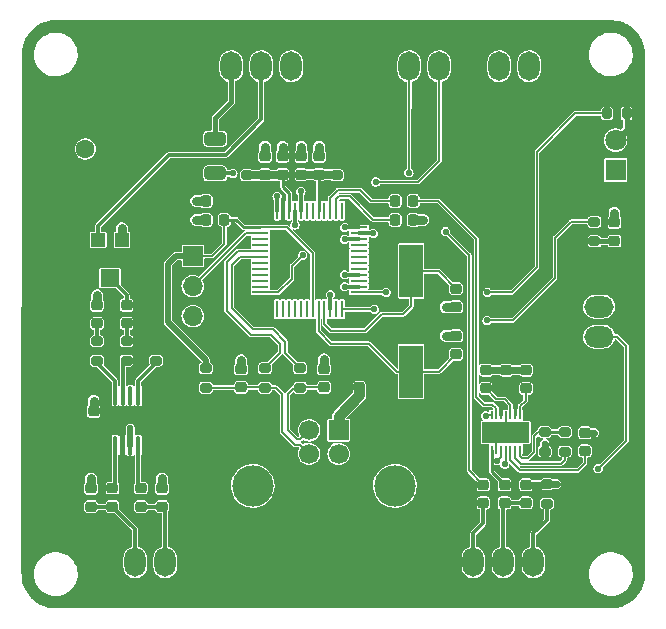
<source format=gtl>
%TF.GenerationSoftware,KiCad,Pcbnew,(6.0.1)*%
%TF.CreationDate,2023-06-09T19:02:11+03:00*%
%TF.ProjectId,Radioless Allstar Node,52616469-6f6c-4657-9373-20416c6c7374,rev?*%
%TF.SameCoordinates,PX5f5e100PY5f5e100*%
%TF.FileFunction,Copper,L1,Top*%
%TF.FilePolarity,Positive*%
%FSLAX46Y46*%
G04 Gerber Fmt 4.6, Leading zero omitted, Abs format (unit mm)*
G04 Created by KiCad (PCBNEW (6.0.1)) date 2023-06-09 19:02:11*
%MOMM*%
%LPD*%
G01*
G04 APERTURE LIST*
G04 Aperture macros list*
%AMRoundRect*
0 Rectangle with rounded corners*
0 $1 Rounding radius*
0 $2 $3 $4 $5 $6 $7 $8 $9 X,Y pos of 4 corners*
0 Add a 4 corners polygon primitive as box body*
4,1,4,$2,$3,$4,$5,$6,$7,$8,$9,$2,$3,0*
0 Add four circle primitives for the rounded corners*
1,1,$1+$1,$2,$3*
1,1,$1+$1,$4,$5*
1,1,$1+$1,$6,$7*
1,1,$1+$1,$8,$9*
0 Add four rect primitives between the rounded corners*
20,1,$1+$1,$2,$3,$4,$5,0*
20,1,$1+$1,$4,$5,$6,$7,0*
20,1,$1+$1,$6,$7,$8,$9,0*
20,1,$1+$1,$8,$9,$2,$3,0*%
G04 Aperture macros list end*
%TA.AperFunction,ComponentPad*%
%ADD10R,1.700000X1.700000*%
%TD*%
%TA.AperFunction,ComponentPad*%
%ADD11C,1.700000*%
%TD*%
%TA.AperFunction,ComponentPad*%
%ADD12C,3.500000*%
%TD*%
%TA.AperFunction,SMDPad,CuDef*%
%ADD13RoundRect,0.225000X0.250000X-0.225000X0.250000X0.225000X-0.250000X0.225000X-0.250000X-0.225000X0*%
%TD*%
%TA.AperFunction,SMDPad,CuDef*%
%ADD14RoundRect,0.200000X0.275000X-0.200000X0.275000X0.200000X-0.275000X0.200000X-0.275000X-0.200000X0*%
%TD*%
%TA.AperFunction,SMDPad,CuDef*%
%ADD15RoundRect,0.250000X0.650000X-0.325000X0.650000X0.325000X-0.650000X0.325000X-0.650000X-0.325000X0*%
%TD*%
%TA.AperFunction,ComponentPad*%
%ADD16R,1.800000X1.800000*%
%TD*%
%TA.AperFunction,ComponentPad*%
%ADD17C,1.800000*%
%TD*%
%TA.AperFunction,SMDPad,CuDef*%
%ADD18R,1.200000X1.200000*%
%TD*%
%TA.AperFunction,SMDPad,CuDef*%
%ADD19R,1.600000X1.500000*%
%TD*%
%TA.AperFunction,SMDPad,CuDef*%
%ADD20RoundRect,0.200000X-0.275000X0.200000X-0.275000X-0.200000X0.275000X-0.200000X0.275000X0.200000X0*%
%TD*%
%TA.AperFunction,SMDPad,CuDef*%
%ADD21R,0.250000X0.700000*%
%TD*%
%TA.AperFunction,SMDPad,CuDef*%
%ADD22R,2.350000X1.780000*%
%TD*%
%TA.AperFunction,SMDPad,CuDef*%
%ADD23RoundRect,0.225000X-0.250000X0.225000X-0.250000X-0.225000X0.250000X-0.225000X0.250000X0.225000X0*%
%TD*%
%TA.AperFunction,SMDPad,CuDef*%
%ADD24R,0.280000X1.470000*%
%TD*%
%TA.AperFunction,SMDPad,CuDef*%
%ADD25R,1.470000X0.280000*%
%TD*%
%TA.AperFunction,ComponentPad*%
%ADD26C,1.600000*%
%TD*%
%TA.AperFunction,ComponentPad*%
%ADD27O,1.700000X1.700000*%
%TD*%
%TA.AperFunction,ComponentPad*%
%ADD28O,1.800000X2.500000*%
%TD*%
%TA.AperFunction,SMDPad,CuDef*%
%ADD29RoundRect,0.218750X0.256250X-0.218750X0.256250X0.218750X-0.256250X0.218750X-0.256250X-0.218750X0*%
%TD*%
%TA.AperFunction,ComponentPad*%
%ADD30O,2.500000X1.800000*%
%TD*%
%TA.AperFunction,SMDPad,CuDef*%
%ADD31RoundRect,0.218750X-0.256250X0.218750X-0.256250X-0.218750X0.256250X-0.218750X0.256250X0.218750X0*%
%TD*%
%TA.AperFunction,SMDPad,CuDef*%
%ADD32RoundRect,0.225000X0.225000X0.250000X-0.225000X0.250000X-0.225000X-0.250000X0.225000X-0.250000X0*%
%TD*%
%TA.AperFunction,SMDPad,CuDef*%
%ADD33R,2.000000X4.500000*%
%TD*%
%TA.AperFunction,SMDPad,CuDef*%
%ADD34RoundRect,0.200000X-0.200000X-0.275000X0.200000X-0.275000X0.200000X0.275000X-0.200000X0.275000X0*%
%TD*%
%TA.AperFunction,SMDPad,CuDef*%
%ADD35RoundRect,0.225000X-0.225000X-0.250000X0.225000X-0.250000X0.225000X0.250000X-0.225000X0.250000X0*%
%TD*%
%TA.AperFunction,SMDPad,CuDef*%
%ADD36RoundRect,0.100000X-0.100000X0.712500X-0.100000X-0.712500X0.100000X-0.712500X0.100000X0.712500X0*%
%TD*%
%TA.AperFunction,ViaPad*%
%ADD37C,0.550000*%
%TD*%
%TA.AperFunction,Conductor*%
%ADD38C,0.200000*%
%TD*%
%TA.AperFunction,Conductor*%
%ADD39C,0.400000*%
%TD*%
%TA.AperFunction,Conductor*%
%ADD40C,0.500000*%
%TD*%
%TA.AperFunction,Conductor*%
%ADD41C,0.250000*%
%TD*%
%TA.AperFunction,Conductor*%
%ADD42C,0.700000*%
%TD*%
%TA.AperFunction,Conductor*%
%ADD43C,0.300000*%
%TD*%
%TA.AperFunction,Conductor*%
%ADD44C,0.600000*%
%TD*%
%TA.AperFunction,Conductor*%
%ADD45C,0.800000*%
%TD*%
%TA.AperFunction,Conductor*%
%ADD46C,0.350000*%
%TD*%
%TA.AperFunction,Conductor*%
%ADD47C,0.950000*%
%TD*%
G04 APERTURE END LIST*
D10*
%TO.P,J3,1,VBUS*%
%TO.N,Net-(FB3-Pad1)*%
X26950000Y15177500D03*
D11*
%TO.P,J3,2,D-*%
%TO.N,/D-*%
X24450000Y15177500D03*
%TO.P,J3,3,D+*%
%TO.N,/D+*%
X24450000Y13177500D03*
%TO.P,J3,4,GND*%
%TO.N,GND*%
X26950000Y13177500D03*
D12*
%TO.P,J3,5,Shield*%
X19680000Y10467500D03*
X31720000Y10467500D03*
%TD*%
D13*
%TO.P,C7,1*%
%TO.N,/T*%
X6000000Y8725000D03*
%TO.P,C7,2*%
%TO.N,GND*%
X6000000Y10275000D03*
%TD*%
D14*
%TO.P,R9,1*%
%TO.N,AVDD2*%
X19200000Y36775000D03*
%TO.P,R9,2*%
%TO.N,+5V*%
X19200000Y38425000D03*
%TD*%
D15*
%TO.P,C22,1*%
%TO.N,LOR*%
X16500000Y36925000D03*
%TO.P,C22,2*%
%TO.N,Tx Audio*%
X16500000Y39875000D03*
%TD*%
D16*
%TO.P,D1,1,K*%
%TO.N,GND*%
X50400000Y37200000D03*
D17*
%TO.P,D1,2,A*%
%TO.N,Net-(D1-Pad2)*%
X50400000Y39740000D03*
%TD*%
D13*
%TO.P,C10,1*%
%TO.N,Net-(C10-Pad1)*%
X42800000Y18725000D03*
%TO.P,C10,2*%
%TO.N,GND1*%
X42800000Y20275000D03*
%TD*%
%TO.P,C14,1*%
%TO.N,AVDD1*%
X23800000Y36825000D03*
%TO.P,C14,2*%
%TO.N,GND*%
X23800000Y38375000D03*
%TD*%
D18*
%TO.P,RV1,1,1*%
%TO.N,GND*%
X8600000Y31300000D03*
D19*
%TO.P,RV1,2,2*%
%TO.N,Net-(C4-Pad1)*%
X7600000Y28050000D03*
D18*
%TO.P,RV1,3,3*%
%TO.N,AIN+*%
X6600000Y31300000D03*
%TD*%
D20*
%TO.P,R7,1*%
%TO.N,Net-(R3-Pad2)*%
X44400000Y15025000D03*
%TO.P,R7,2*%
%TO.N,GND1*%
X44400000Y13375000D03*
%TD*%
D13*
%TO.P,C18,1*%
%TO.N,/D+*%
X18700000Y18825000D03*
%TO.P,C18,2*%
%TO.N,GND*%
X18700000Y20375000D03*
%TD*%
D21*
%TO.P,U2,1,CT*%
%TO.N,Net-(C10-Pad1)*%
X42300000Y16475000D03*
%TO.P,U2,2,~{SHDN}*%
%TO.N,+5V*%
X41900000Y16475000D03*
%TO.P,U2,3,CG*%
%TO.N,Net-(C12-Pad1)*%
X41500000Y16475000D03*
%TO.P,U2,4,GND*%
%TO.N,GND1*%
X41100000Y16475000D03*
%TO.P,U2,5,VDD*%
%TO.N,+5V*%
X40700000Y16475000D03*
%TO.P,U2,6,MICOUT*%
%TO.N,MAX9814_OUTPUT*%
X40300000Y16475000D03*
%TO.P,U2,7,GND*%
%TO.N,GND1*%
X39900000Y16475000D03*
%TO.P,U2,8,MICIN*%
%TO.N,Net-(C8-Pad2)*%
X39900000Y13525000D03*
%TO.P,U2,9,A/R*%
%TO.N,GND1*%
X40300000Y13525000D03*
%TO.P,U2,10,GAIN*%
%TO.N,GAIN*%
X40700000Y13525000D03*
%TO.P,U2,11,GND*%
%TO.N,GND1*%
X41100000Y13525000D03*
%TO.P,U2,12,BIAS*%
%TO.N,Net-(C11-Pad1)*%
X41500000Y13525000D03*
%TO.P,U2,13,MICBIAS*%
%TO.N,Net-(R3-Pad1)*%
X41900000Y13525000D03*
%TO.P,U2,14,TH*%
%TO.N,Net-(R3-Pad2)*%
X42300000Y13525000D03*
D22*
%TO.P,U2,15,GND*%
%TO.N,GND1*%
X41100000Y15000000D03*
%TD*%
D13*
%TO.P,C25,1*%
%TO.N,Net-(C25-Pad1)*%
X36900000Y21625000D03*
%TO.P,C25,2*%
%TO.N,GND*%
X36900000Y23175000D03*
%TD*%
%TO.P,C1,1*%
%TO.N,+5V*%
X6200000Y15225000D03*
%TO.P,C1,2*%
%TO.N,GND*%
X6200000Y16775000D03*
%TD*%
%TO.P,C8,1*%
%TO.N,Net-(C8-Pad1)*%
X41000000Y9025000D03*
%TO.P,C8,2*%
%TO.N,Net-(C8-Pad2)*%
X41000000Y10575000D03*
%TD*%
D20*
%TO.P,R14,1*%
%TO.N,Net-(R14-Pad1)*%
X48600000Y32825000D03*
%TO.P,R14,2*%
%TO.N,Net-(D2-Pad2)*%
X48600000Y31175000D03*
%TD*%
D23*
%TO.P,C4,1*%
%TO.N,Net-(C4-Pad1)*%
X9000000Y25775000D03*
%TO.P,C4,2*%
%TO.N,Net-(C4-Pad2)*%
X9000000Y24225000D03*
%TD*%
D14*
%TO.P,R11,1*%
%TO.N,/D+*%
X20700000Y18775000D03*
%TO.P,R11,2*%
%TO.N,USB_D+*%
X20700000Y20425000D03*
%TD*%
D20*
%TO.P,R4,1*%
%TO.N,+5V*%
X11500000Y22725000D03*
%TO.P,R4,2*%
%TO.N,Net-(R4-Pad2)*%
X11500000Y21075000D03*
%TD*%
%TO.P,R2,1*%
%TO.N,Net-(C5-Pad2)*%
X6500000Y22725000D03*
%TO.P,R2,2*%
%TO.N,Net-(R2-Pad2)*%
X6500000Y21075000D03*
%TD*%
D24*
%TO.P,U3,1,SPDIFO*%
%TO.N,unconnected-(U3-Pad1)*%
X21750000Y25430000D03*
%TO.P,U3,2,DI*%
%TO.N,unconnected-(U3-Pad2)*%
X22250000Y25430000D03*
%TO.P,U3,3,DO*%
%TO.N,unconnected-(U3-Pad3)*%
X22750000Y25430000D03*
%TO.P,U3,4,SK*%
%TO.N,unconnected-(U3-Pad4)*%
X23250000Y25430000D03*
%TO.P,U3,5,CS*%
%TO.N,unconnected-(U3-Pad5)*%
X23750000Y25430000D03*
%TO.P,U3,6,MUTER*%
%TO.N,unconnected-(U3-Pad6)*%
X24250000Y25430000D03*
%TO.P,U3,7,PWRSEL*%
%TO.N,REGV*%
X24750000Y25430000D03*
%TO.P,U3,8,XI*%
%TO.N,Net-(C25-Pad1)*%
X25250000Y25430000D03*
%TO.P,U3,9,XO*%
%TO.N,Net-(C26-Pad1)*%
X25750000Y25430000D03*
%TO.P,U3,10,MODE*%
%TO.N,GND*%
X26250000Y25430000D03*
%TO.P,U3,11,HOOK*%
%TO.N,unconnected-(U3-Pad11)*%
X26750000Y25430000D03*
%TO.P,U3,12,LEDO*%
%TO.N,Net-(R14-Pad1)*%
X27250000Y25430000D03*
D25*
%TO.P,U3,13,GPIO3*%
%TO.N,Net-(R13-Pad1)*%
X28670000Y26850000D03*
%TO.P,U3,14,DVSS1*%
%TO.N,GND*%
X28670000Y27350000D03*
%TO.P,U3,15,GPIO4*%
%TO.N,unconnected-(U3-Pad15)*%
X28670000Y27850000D03*
%TO.P,U3,16,SDIN*%
%TO.N,GND*%
X28670000Y28350000D03*
%TO.P,U3,17,ADSCLK*%
%TO.N,unconnected-(U3-Pad17)*%
X28670000Y28850000D03*
%TO.P,U3,18,MUTEP*%
%TO.N,unconnected-(U3-Pad18)*%
X28670000Y29350000D03*
%TO.P,U3,19,ADLRCK*%
%TO.N,unconnected-(U3-Pad19)*%
X28670000Y29850000D03*
%TO.P,U3,20,ADMCLK*%
%TO.N,unconnected-(U3-Pad20)*%
X28670000Y30350000D03*
%TO.P,U3,21,LEDR*%
%TO.N,unconnected-(U3-Pad21)*%
X28670000Y30850000D03*
%TO.P,U3,22,ADSEL*%
%TO.N,GND*%
X28670000Y31350000D03*
%TO.P,U3,23,TEST*%
X28670000Y31850000D03*
%TO.P,U3,24,AVSS1*%
X28670000Y32350000D03*
D24*
%TO.P,U3,25,VBIAS*%
%TO.N,unconnected-(U3-Pad25)*%
X27250000Y33770000D03*
%TO.P,U3,26,VREF*%
%TO.N,Net-(C21-Pad1)*%
X26750000Y33770000D03*
%TO.P,U3,27,MICIN*%
%TO.N,Net-(C23-Pad2)*%
X26250000Y33770000D03*
%TO.P,U3,28*%
%TO.N,N/C*%
X25750000Y33770000D03*
%TO.P,U3,29,AVDD1*%
%TO.N,AVDD1*%
X25250000Y33770000D03*
%TO.P,U3,30,LOL*%
%TO.N,unconnected-(U3-Pad30)*%
X24750000Y33770000D03*
%TO.P,U3,31,LOBS*%
%TO.N,unconnected-(U3-Pad31)*%
X24250000Y33770000D03*
%TO.P,U3,32,LOR*%
%TO.N,LOR*%
X23750000Y33770000D03*
%TO.P,U3,33,AVSS2*%
%TO.N,GND*%
X23250000Y33770000D03*
%TO.P,U3,34,AVDD2*%
%TO.N,AVDD2*%
X22750000Y33770000D03*
%TO.P,U3,35,DVDD*%
%TO.N,+5V*%
X22250000Y33770000D03*
%TO.P,U3,36,DVSS2*%
%TO.N,GND*%
X21750000Y33770000D03*
D25*
%TO.P,U3,37,REGV*%
%TO.N,REGV*%
X20330000Y32350000D03*
%TO.P,U3,38,MSEL*%
%TO.N,MSEL*%
X20330000Y31850000D03*
%TO.P,U3,39,VOLUP*%
%TO.N,unconnected-(U3-Pad39)*%
X20330000Y31350000D03*
%TO.P,U3,40,PDSW*%
%TO.N,unconnected-(U3-Pad40)*%
X20330000Y30850000D03*
%TO.P,U3,41,USBDP*%
%TO.N,USB_D+*%
X20330000Y30350000D03*
%TO.P,U3,42,USBDM*%
%TO.N,USB_D-*%
X20330000Y29850000D03*
%TO.P,U3,43,GPIO1*%
%TO.N,unconnected-(U3-Pad43)*%
X20330000Y29350000D03*
%TO.P,U3,44,SDOUT*%
%TO.N,unconnected-(U3-Pad44)*%
X20330000Y28850000D03*
%TO.P,U3,45,DAMCLK*%
%TO.N,unconnected-(U3-Pad45)*%
X20330000Y28350000D03*
%TO.P,U3,46,DALRCK*%
%TO.N,unconnected-(U3-Pad46)*%
X20330000Y27850000D03*
%TO.P,U3,47,DASCLK*%
%TO.N,unconnected-(U3-Pad47)*%
X20330000Y27350000D03*
%TO.P,U3,48,VOLDN*%
%TO.N,COS*%
X20330000Y26850000D03*
%TD*%
D13*
%TO.P,C6,1*%
%TO.N,/S*%
X12000000Y8725000D03*
%TO.P,C6,2*%
%TO.N,GND*%
X12000000Y10275000D03*
%TD*%
D26*
%TO.P,C24,1*%
%TO.N,+5V*%
X10500000Y39000000D03*
%TO.P,C24,2*%
%TO.N,GND*%
X5500000Y39000000D03*
%TD*%
D10*
%TO.P,J4,1,Pin_1*%
%TO.N,REGV*%
X14600000Y29925000D03*
D27*
%TO.P,J4,2,Pin_2*%
%TO.N,MSEL*%
X14600000Y27385000D03*
%TO.P,J4,3,Pin_3*%
%TO.N,GND*%
X14600000Y24845000D03*
%TD*%
D28*
%TO.P,J2,1,Pin_1*%
%TO.N,Rx Audio*%
X32920000Y46000000D03*
%TO.P,J2,2,Pin_2*%
%TO.N,COS*%
X35460000Y46000000D03*
%TO.P,J2,3,Pin_3*%
%TO.N,+5V*%
X38000000Y46000000D03*
%TO.P,J2,4,Pin_4*%
%TO.N,GND1*%
X40540000Y46000000D03*
%TO.P,J2,5,Pin_5*%
%TO.N,GND*%
X43080000Y46000000D03*
%TD*%
D14*
%TO.P,R3,1*%
%TO.N,Net-(R3-Pad1)*%
X46100000Y13375000D03*
%TO.P,R3,2*%
%TO.N,Net-(R3-Pad2)*%
X46100000Y15025000D03*
%TD*%
%TO.P,R6,1*%
%TO.N,Net-(R6-Pad1)*%
X44600000Y8975000D03*
%TO.P,R6,2*%
%TO.N,GND1*%
X44600000Y10625000D03*
%TD*%
D23*
%TO.P,C26,1*%
%TO.N,Net-(C26-Pad1)*%
X36900000Y27175000D03*
%TO.P,C26,2*%
%TO.N,GND*%
X36900000Y25625000D03*
%TD*%
D13*
%TO.P,C15,1*%
%TO.N,AVDD2*%
X22200000Y36825000D03*
%TO.P,C15,2*%
%TO.N,GND*%
X22200000Y38375000D03*
%TD*%
D29*
%TO.P,FB3,1*%
%TO.N,Net-(FB3-Pad1)*%
X28700000Y18812500D03*
%TO.P,FB3,2*%
%TO.N,+5V*%
X28700000Y20387500D03*
%TD*%
D13*
%TO.P,C13,1*%
%TO.N,AVDD1*%
X25300000Y36825000D03*
%TO.P,C13,2*%
%TO.N,GND*%
X25300000Y38375000D03*
%TD*%
D30*
%TO.P,SW1,1,A*%
%TO.N,+5V*%
X49000000Y20560000D03*
%TO.P,SW1,2,B*%
%TO.N,GAIN*%
X49000000Y23100000D03*
%TO.P,SW1,3,C*%
%TO.N,GND*%
X49000000Y25640000D03*
%TD*%
D13*
%TO.P,C16,1*%
%TO.N,AVDD2*%
X20700000Y36825000D03*
%TO.P,C16,2*%
%TO.N,GND*%
X20700000Y38375000D03*
%TD*%
%TO.P,C9,1*%
%TO.N,Net-(C8-Pad1)*%
X42800000Y9025000D03*
%TO.P,C9,2*%
%TO.N,GND1*%
X42800000Y10575000D03*
%TD*%
D31*
%TO.P,FB1,1*%
%TO.N,Net-(FB1-Pad1)*%
X7800000Y10287500D03*
%TO.P,FB1,2*%
%TO.N,/T*%
X7800000Y8712500D03*
%TD*%
D13*
%TO.P,C11,1*%
%TO.N,Net-(C11-Pad1)*%
X47800000Y13425000D03*
%TO.P,C11,2*%
%TO.N,GND1*%
X47800000Y14975000D03*
%TD*%
D14*
%TO.P,R12,1*%
%TO.N,/D-*%
X23700000Y18775000D03*
%TO.P,R12,2*%
%TO.N,USB_D-*%
X23700000Y20425000D03*
%TD*%
D32*
%TO.P,C17,1*%
%TO.N,+5V*%
X17275000Y34600000D03*
%TO.P,C17,2*%
%TO.N,GND*%
X15725000Y34600000D03*
%TD*%
D13*
%TO.P,C2,1*%
%TO.N,+5V*%
X41100000Y18725000D03*
%TO.P,C2,2*%
%TO.N,GND1*%
X41100000Y20275000D03*
%TD*%
D31*
%TO.P,FB2,1*%
%TO.N,Net-(FB2-Pad1)*%
X10200000Y10287500D03*
%TO.P,FB2,2*%
%TO.N,/S*%
X10200000Y8712500D03*
%TD*%
D23*
%TO.P,C5,1*%
%TO.N,GND*%
X6500000Y25775000D03*
%TO.P,C5,2*%
%TO.N,Net-(C5-Pad2)*%
X6500000Y24225000D03*
%TD*%
D13*
%TO.P,C12,1*%
%TO.N,Net-(C12-Pad1)*%
X39400000Y18725000D03*
%TO.P,C12,2*%
%TO.N,GND1*%
X39400000Y20275000D03*
%TD*%
D33*
%TO.P,Y1,1,1*%
%TO.N,Net-(C25-Pad1)*%
X33100000Y20150000D03*
%TO.P,Y1,2,2*%
%TO.N,Net-(C26-Pad1)*%
X33100000Y28650000D03*
%TD*%
D34*
%TO.P,R13,1*%
%TO.N,Net-(R13-Pad1)*%
X49675000Y42000000D03*
%TO.P,R13,2*%
%TO.N,Net-(D1-Pad2)*%
X51325000Y42000000D03*
%TD*%
D35*
%TO.P,C21,1*%
%TO.N,Net-(C21-Pad1)*%
X31725000Y33000000D03*
%TO.P,C21,2*%
%TO.N,GND*%
X33275000Y33000000D03*
%TD*%
D13*
%TO.P,C19,1*%
%TO.N,/D-*%
X25700000Y18825000D03*
%TO.P,C19,2*%
%TO.N,GND*%
X25700000Y20375000D03*
%TD*%
D20*
%TO.P,R1,1*%
%TO.N,Net-(C4-Pad2)*%
X9000000Y22725000D03*
%TO.P,R1,2*%
%TO.N,Net-(R1-Pad2)*%
X9000000Y21075000D03*
%TD*%
D32*
%TO.P,C23,1*%
%TO.N,MAX9814_OUTPUT*%
X33275000Y34600000D03*
%TO.P,C23,2*%
%TO.N,Net-(C23-Pad2)*%
X31725000Y34600000D03*
%TD*%
D14*
%TO.P,R10,1*%
%TO.N,/D+*%
X15700000Y18775000D03*
%TO.P,R10,2*%
%TO.N,REGV*%
X15700000Y20425000D03*
%TD*%
D32*
%TO.P,C20,1*%
%TO.N,REGV*%
X17275000Y33000000D03*
%TO.P,C20,2*%
%TO.N,GND*%
X15725000Y33000000D03*
%TD*%
D31*
%TO.P,D2,1,K*%
%TO.N,GND*%
X50300000Y32787500D03*
%TO.P,D2,2,A*%
%TO.N,Net-(D2-Pad2)*%
X50300000Y31212500D03*
%TD*%
D28*
%TO.P,J1,1,Pin_1*%
%TO.N,/T*%
X9730000Y4000000D03*
%TO.P,J1,2,Pin_2*%
%TO.N,/S*%
X12270000Y4000000D03*
%TD*%
%TO.P,RV3,1,1*%
%TO.N,Tx Audio*%
X17860000Y46000000D03*
%TO.P,RV3,2,2*%
%TO.N,AIN+*%
X20400000Y46000000D03*
%TO.P,RV3,3,3*%
%TO.N,GND*%
X22940000Y46000000D03*
%TD*%
D14*
%TO.P,R8,1*%
%TO.N,AVDD1*%
X26800000Y36775000D03*
%TO.P,R8,2*%
%TO.N,+5V*%
X26800000Y38425000D03*
%TD*%
D23*
%TO.P,C3,1*%
%TO.N,Rx Audio*%
X39200000Y10575000D03*
%TO.P,C3,2*%
%TO.N,Net-(C3-Pad2)*%
X39200000Y9025000D03*
%TD*%
D36*
%TO.P,U1,1,~{SD}*%
%TO.N,Net-(R4-Pad2)*%
X9975000Y18112500D03*
%TO.P,U1,2,NC*%
%TO.N,unconnected-(U1-Pad2)*%
X9325000Y18112500D03*
%TO.P,U1,3,IN+*%
%TO.N,Net-(R1-Pad2)*%
X8675000Y18112500D03*
%TO.P,U1,4,IN-*%
%TO.N,Net-(R2-Pad2)*%
X8025000Y18112500D03*
%TO.P,U1,5,OUT+*%
%TO.N,Net-(FB1-Pad1)*%
X8025000Y13887500D03*
%TO.P,U1,6,VDD*%
%TO.N,+5V*%
X8675000Y13887500D03*
%TO.P,U1,7,GND*%
%TO.N,GND*%
X9325000Y13887500D03*
%TO.P,U1,8,OUT-*%
%TO.N,Net-(FB2-Pad1)*%
X9975000Y13887500D03*
%TD*%
D28*
%TO.P,RV2,1,1*%
%TO.N,Net-(C3-Pad2)*%
X38360000Y4000000D03*
%TO.P,RV2,2,2*%
%TO.N,Net-(C8-Pad1)*%
X40900000Y4000000D03*
%TO.P,RV2,3,3*%
%TO.N,Net-(R6-Pad1)*%
X43440000Y4000000D03*
%TD*%
D37*
%TO.N,Net-(R14-Pad1)*%
X39525000Y24475000D03*
X29975000Y25425000D03*
%TO.N,Net-(R13-Pad1)*%
X39550000Y26850000D03*
X30975000Y26850000D03*
%TO.N,+5V*%
X40700000Y17325000D03*
X41700000Y18125000D03*
%TO.N,GND1*%
X41975000Y20275000D03*
X42700000Y15500000D03*
X39500000Y15500000D03*
X39500000Y14500000D03*
X40225000Y20275000D03*
X45400000Y10625000D03*
X48600000Y14975000D03*
X41012469Y12308967D03*
X43700000Y10575000D03*
X39400000Y16400000D03*
X42700000Y14500000D03*
X44400000Y14050000D03*
%TO.N,GND*%
X22200000Y39200000D03*
X14900000Y33000000D03*
X18700000Y21100000D03*
X6200000Y17700000D03*
X29880000Y31850000D03*
X8600000Y32300000D03*
X27460000Y32350000D03*
X36000000Y25600000D03*
X6500000Y26600000D03*
X23250000Y32560000D03*
X20700000Y39200000D03*
X12000000Y11100000D03*
X14900000Y34600000D03*
X25300000Y39200000D03*
X21750000Y34980000D03*
X6000000Y11100000D03*
X27460000Y28350000D03*
X50300000Y33600000D03*
X36000000Y23200000D03*
X9320000Y15350000D03*
X23800000Y39200000D03*
X26250000Y26640000D03*
X25700000Y21200000D03*
X27460000Y31350000D03*
X34100000Y33000000D03*
X27460000Y27350000D03*
%TO.N,GAIN*%
X40400000Y12600000D03*
X48925000Y11925000D03*
%TO.N,Rx Audio*%
X32900000Y37000000D03*
X36000000Y32000000D03*
%TO.N,COS*%
X30100000Y36200000D03*
X23900000Y30000000D03*
%TO.N,LOR*%
X23750000Y35400000D03*
X18000000Y36925000D03*
%TD*%
D38*
%TO.N,Net-(R14-Pad1)*%
X27250000Y25430000D02*
X29970000Y25430000D01*
X39525000Y24475000D02*
X41675000Y24475000D01*
X41675000Y24475000D02*
X45275000Y28075000D01*
X45275000Y28075000D02*
X45275000Y31475000D01*
X29970000Y25430000D02*
X29975000Y25425000D01*
X46625000Y32825000D02*
X48600000Y32825000D01*
X45275000Y31475000D02*
X46625000Y32825000D01*
D39*
%TO.N,Net-(D2-Pad2)*%
X50262500Y31175000D02*
X50300000Y31212500D01*
X48600000Y31175000D02*
X50262500Y31175000D01*
D38*
%TO.N,Net-(R13-Pad1)*%
X41600000Y26850000D02*
X43750000Y29000000D01*
X47000000Y42000000D02*
X49675000Y42000000D01*
X43750000Y29000000D02*
X43750000Y38750000D01*
X28670000Y26850000D02*
X30975000Y26850000D01*
X39550000Y26850000D02*
X41600000Y26850000D01*
X43750000Y38750000D02*
X47000000Y42000000D01*
D39*
%TO.N,Net-(D1-Pad2)*%
X51325000Y40665000D02*
X50400000Y39740000D01*
X51325000Y42000000D02*
X51325000Y40665000D01*
D38*
%TO.N,/D-*%
X23675001Y14402501D02*
X23415699Y14402501D01*
X25700000Y18825000D02*
X23750000Y18825000D01*
X23750000Y18825000D02*
X23700000Y18775000D01*
X23175000Y18775000D02*
X23700000Y18775000D01*
X22625000Y18225000D02*
X23175000Y18775000D01*
X22625000Y15193200D02*
X22625000Y18025000D01*
X22625000Y18025000D02*
X22625000Y18225000D01*
X23415699Y14402501D02*
X22625000Y15193200D01*
X24450000Y15177500D02*
X23675001Y14402501D01*
%TO.N,USB_D-*%
X19693200Y23725000D02*
X21393200Y23725000D01*
X19202499Y29875000D02*
X18593200Y29875000D01*
X18593200Y29875000D02*
X17925000Y29206800D01*
X21393200Y23725000D02*
X22425001Y22693199D01*
X19227499Y29850000D02*
X19202499Y29875000D01*
X20330000Y29850000D02*
X19227499Y29850000D01*
X17925000Y29206800D02*
X17925000Y25493200D01*
X22425001Y22693199D02*
X22425001Y21699999D01*
X22425001Y21699999D02*
X23700000Y20425000D01*
X17925000Y25493200D02*
X19693200Y23725000D01*
%TO.N,/D+*%
X22175000Y18075000D02*
X22175000Y18225000D01*
X23229301Y13952499D02*
X22175000Y15006800D01*
X20650000Y18825000D02*
X20700000Y18775000D01*
X22175000Y15006800D02*
X22175000Y18075000D01*
X23675001Y13952499D02*
X23229301Y13952499D01*
X18700000Y18825000D02*
X20650000Y18825000D01*
X15700000Y18775000D02*
X18650000Y18775000D01*
X22175000Y18225000D02*
X21625000Y18775000D01*
X18650000Y18775000D02*
X18700000Y18825000D01*
X24450000Y13177500D02*
X23675001Y13952499D01*
X21625000Y18775000D02*
X20700000Y18775000D01*
%TO.N,USB_D+*%
X17475000Y29393200D02*
X17475000Y25306800D01*
X19506800Y23275000D02*
X21206800Y23275000D01*
X19227499Y30350000D02*
X19202499Y30325000D01*
X21974999Y22506801D02*
X21974999Y21699999D01*
X18406800Y30325000D02*
X17475000Y29393200D01*
X17475000Y25306800D02*
X19506800Y23275000D01*
X21206800Y23275000D02*
X21974999Y22506801D01*
X20330000Y30350000D02*
X19227499Y30350000D01*
X19202499Y30325000D02*
X18406800Y30325000D01*
X21974999Y21699999D02*
X20700000Y20425000D01*
D40*
%TO.N,REGV*%
X15700000Y21125000D02*
X12500000Y24325000D01*
X12500000Y24325000D02*
X12500000Y29275000D01*
D38*
X16225000Y29925000D02*
X17275000Y30975000D01*
X22550000Y32350000D02*
X20330000Y32350000D01*
X24750000Y25430000D02*
X24750000Y30150000D01*
D41*
X20330000Y32350000D02*
X18950000Y32350000D01*
X18300000Y33000000D02*
X17275000Y33000000D01*
X18950000Y32350000D02*
X18300000Y33000000D01*
D38*
X17275000Y30975000D02*
X17275000Y33000000D01*
D40*
X15700000Y20425000D02*
X15700000Y21125000D01*
D38*
X14600000Y29925000D02*
X16225000Y29925000D01*
D40*
X12500000Y29275000D02*
X13150000Y29925000D01*
X13150000Y29925000D02*
X14600000Y29925000D01*
D38*
X24750000Y30150000D02*
X22550000Y32350000D01*
D42*
%TO.N,AVDD2*%
X19200000Y36775000D02*
X22150000Y36775000D01*
D41*
X22200000Y35800000D02*
X22200000Y36825000D01*
D42*
X22150000Y36775000D02*
X22200000Y36825000D01*
D41*
X22750000Y35250000D02*
X22200000Y35800000D01*
X22750000Y33770000D02*
X22750000Y35250000D01*
D38*
%TO.N,+5V*%
X41900000Y17925000D02*
X41700000Y18125000D01*
D42*
X41700000Y18125000D02*
X41100000Y18725000D01*
D43*
X40700000Y16475000D02*
X40700000Y17325000D01*
D38*
X41900000Y16475000D02*
X41900000Y17925000D01*
D42*
%TO.N,AVDD1*%
X26750000Y36825000D02*
X26800000Y36775000D01*
D41*
X25250000Y36775000D02*
X25300000Y36825000D01*
X25250000Y33770000D02*
X25250000Y36775000D01*
D42*
X23800000Y36825000D02*
X26750000Y36825000D01*
D38*
%TO.N,Net-(R3-Pad2)*%
X43500000Y14662500D02*
X43862500Y15025000D01*
X42950000Y12800000D02*
X43500000Y13350000D01*
D41*
X46100000Y15025000D02*
X44400000Y15025000D01*
D38*
X42475000Y12800000D02*
X42950000Y12800000D01*
X43862500Y15025000D02*
X44400000Y15025000D01*
X43500000Y13350000D02*
X43500000Y14662500D01*
X42300000Y13525000D02*
X42300000Y12975000D01*
X42300000Y12975000D02*
X42475000Y12800000D01*
D44*
%TO.N,GND1*%
X44600000Y10625000D02*
X45400000Y10625000D01*
D38*
X39900000Y16475000D02*
X39475000Y16475000D01*
X39475000Y16475000D02*
X39400000Y16400000D01*
X41100000Y13525000D02*
X41100000Y12396498D01*
X41100000Y12396498D02*
X41012469Y12308967D01*
D44*
X44550000Y10575000D02*
X44600000Y10625000D01*
X42800000Y10575000D02*
X43700000Y10575000D01*
X40225000Y20275000D02*
X41975000Y20275000D01*
D38*
X41100000Y16475000D02*
X41100000Y15000000D01*
D44*
X44400000Y13375000D02*
X44400000Y14050000D01*
D38*
X40300000Y14200000D02*
X41100000Y15000000D01*
D44*
X41975000Y20275000D02*
X42800000Y20275000D01*
D38*
X40300000Y13525000D02*
X40300000Y14200000D01*
D44*
X39400000Y20275000D02*
X40225000Y20275000D01*
X47800000Y14975000D02*
X48600000Y14975000D01*
X43700000Y10575000D02*
X44550000Y10575000D01*
D43*
%TO.N,Net-(R6-Pad1)*%
X43440000Y6440000D02*
X44600000Y7600000D01*
X43440000Y4000000D02*
X43440000Y6440000D01*
X44600000Y7600000D02*
X44600000Y8975000D01*
%TO.N,Net-(C8-Pad1)*%
X40900000Y4000000D02*
X40900000Y8925000D01*
X40900000Y8925000D02*
X41000000Y9025000D01*
X41000000Y9025000D02*
X42800000Y9025000D01*
D38*
%TO.N,Net-(R3-Pad1)*%
X46100000Y12700000D02*
X45750000Y12350000D01*
X45750000Y12350000D02*
X42375000Y12350000D01*
X42375000Y12350000D02*
X41900000Y12825000D01*
X41900000Y12825000D02*
X41900000Y13525000D01*
X46100000Y13375000D02*
X46100000Y12700000D01*
D43*
%TO.N,Net-(R4-Pad2)*%
X11500000Y20900000D02*
X11500000Y21075000D01*
X9975000Y18112500D02*
X9975000Y19375000D01*
X9975000Y19375000D02*
X11500000Y20900000D01*
%TO.N,Net-(C4-Pad2)*%
X9000000Y22725000D02*
X9000000Y24225000D01*
%TO.N,Net-(R1-Pad2)*%
X8675000Y20750000D02*
X9000000Y21075000D01*
X8675000Y18112500D02*
X8675000Y20750000D01*
%TO.N,Net-(C5-Pad2)*%
X6500000Y22725000D02*
X6500000Y24225000D01*
%TO.N,Net-(R2-Pad2)*%
X8025000Y19375000D02*
X6500000Y20900000D01*
X8025000Y18112500D02*
X8025000Y19375000D01*
X6500000Y20900000D02*
X6500000Y21075000D01*
%TO.N,GND*%
X28670000Y31350000D02*
X27460000Y31350000D01*
D45*
X22200000Y38375000D02*
X22200000Y39200000D01*
X25700000Y20375000D02*
X25700000Y21200000D01*
X33275000Y33000000D02*
X34100000Y33000000D01*
X8600000Y31300000D02*
X8600000Y32300000D01*
D40*
X9325000Y13887500D02*
X9325000Y15345000D01*
D45*
X12000000Y10275000D02*
X12000000Y11100000D01*
D43*
X28670000Y28350000D02*
X27460000Y28350000D01*
X28670000Y31850000D02*
X29880000Y31850000D01*
D45*
X50300000Y32787500D02*
X50300000Y33600000D01*
X36900000Y23175000D02*
X36025000Y23175000D01*
D43*
X28670000Y32350000D02*
X27460000Y32350000D01*
D45*
X6500000Y25775000D02*
X6500000Y26600000D01*
X15725000Y33000000D02*
X14900000Y33000000D01*
X20700000Y38375000D02*
X20700000Y39200000D01*
X15725000Y34600000D02*
X14900000Y34600000D01*
X25300000Y38375000D02*
X25300000Y39200000D01*
X18700000Y20375000D02*
X18700000Y21100000D01*
D43*
X28670000Y27350000D02*
X27460000Y27350000D01*
X23250000Y33770000D02*
X23250000Y32560000D01*
D45*
X6200000Y16775000D02*
X6200000Y17700000D01*
X23800000Y38375000D02*
X23800000Y39200000D01*
D40*
X9325000Y15345000D02*
X9320000Y15350000D01*
D45*
X36900000Y25625000D02*
X36025000Y25625000D01*
D43*
X21750000Y33770000D02*
X21750000Y34980000D01*
D45*
X36025000Y23175000D02*
X36000000Y23200000D01*
D43*
X26250000Y25430000D02*
X26250000Y26640000D01*
D45*
X36025000Y25625000D02*
X36000000Y25600000D01*
X6000000Y10275000D02*
X6000000Y11100000D01*
D43*
%TO.N,Net-(C4-Pad1)*%
X9000000Y25775000D02*
X9000000Y26650000D01*
X9000000Y26650000D02*
X7600000Y28050000D01*
%TO.N,AIN+*%
X6600000Y31300000D02*
X6600000Y32500000D01*
X6600000Y32500000D02*
X12600000Y38500000D01*
X20400000Y41500000D02*
X20400000Y46000000D01*
X12600000Y38500000D02*
X17400000Y38500000D01*
X17400000Y38500000D02*
X20400000Y41500000D01*
%TO.N,Net-(FB1-Pad1)*%
X8025000Y13887500D02*
X8025000Y10512500D01*
X8025000Y10512500D02*
X7800000Y10287500D01*
%TO.N,Net-(FB2-Pad1)*%
X9975000Y13887500D02*
X9975000Y10512500D01*
X9975000Y10512500D02*
X10200000Y10287500D01*
D38*
%TO.N,Net-(C10-Pad1)*%
X42300000Y16475000D02*
X42300000Y17200000D01*
X42300000Y17200000D02*
X42800000Y17700000D01*
X42800000Y17700000D02*
X42800000Y18725000D01*
%TO.N,Net-(C12-Pad1)*%
X40300000Y17825000D02*
X41025000Y17825000D01*
X41500000Y17350000D02*
X41500000Y16475000D01*
X41025000Y17825000D02*
X41500000Y17350000D01*
X39400000Y18725000D02*
X40300000Y17825000D01*
%TO.N,MAX9814_OUTPUT*%
X35400000Y34600000D02*
X38600000Y31400000D01*
X39250000Y17350000D02*
X39975000Y17350000D01*
X38600000Y31400000D02*
X38600000Y18000000D01*
X39975000Y17350000D02*
X40300000Y17025000D01*
X38600000Y18000000D02*
X39250000Y17350000D01*
X40300000Y17025000D02*
X40300000Y16475000D01*
X33275000Y34600000D02*
X35400000Y34600000D01*
D41*
%TO.N,Net-(C8-Pad2)*%
X39900000Y13525000D02*
X39900000Y11675000D01*
X39900000Y11675000D02*
X41000000Y10575000D01*
D38*
%TO.N,GAIN*%
X50500000Y23100000D02*
X49000000Y23100000D01*
X40700000Y12900000D02*
X40400000Y12600000D01*
X48925000Y11925000D02*
X51300000Y14300000D01*
X51300000Y14300000D02*
X51300000Y22300000D01*
X40700000Y13525000D02*
X40700000Y12900000D01*
X51300000Y22300000D02*
X50500000Y23100000D01*
%TO.N,Net-(C11-Pad1)*%
X47225000Y11800000D02*
X47800000Y12375000D01*
X41500000Y12625000D02*
X42325000Y11800000D01*
X47800000Y12375000D02*
X47800000Y13425000D01*
X41500000Y13525000D02*
X41500000Y12625000D01*
X42325000Y11800000D02*
X47225000Y11800000D01*
D39*
%TO.N,Tx Audio*%
X16500000Y39875000D02*
X16500000Y41600000D01*
X16500000Y41600000D02*
X17860000Y42960000D01*
X17860000Y42960000D02*
X17860000Y46000000D01*
D43*
%TO.N,/T*%
X7800000Y8712500D02*
X6012500Y8712500D01*
X9730000Y6782500D02*
X7800000Y8712500D01*
X9730000Y4000000D02*
X9730000Y6782500D01*
X6012500Y8712500D02*
X6000000Y8725000D01*
%TO.N,/S*%
X12270000Y8455000D02*
X12000000Y8725000D01*
X12270000Y4000000D02*
X12270000Y8455000D01*
X10200000Y8712500D02*
X11987500Y8712500D01*
X11987500Y8712500D02*
X12000000Y8725000D01*
D38*
%TO.N,Rx Audio*%
X36000000Y32000000D02*
X38000000Y30000000D01*
X38000000Y11775000D02*
X39200000Y10575000D01*
X32900000Y37000000D02*
X32900000Y42400000D01*
X38000000Y30000000D02*
X38000000Y11775000D01*
X32920000Y42480000D02*
X32920000Y46000000D01*
%TO.N,COS*%
X23000000Y28000000D02*
X21850000Y26850000D01*
X23900000Y30000000D02*
X23000000Y29100000D01*
X21850000Y26850000D02*
X20330000Y26850000D01*
X23000000Y29100000D02*
X23000000Y28000000D01*
X33700000Y36200000D02*
X35460000Y37960000D01*
X35460000Y37960000D02*
X35460000Y46000000D01*
X30100000Y36200000D02*
X33700000Y36200000D01*
D43*
%TO.N,Net-(C3-Pad2)*%
X38360000Y6460000D02*
X39200000Y7300000D01*
X39200000Y7300000D02*
X39200000Y9025000D01*
X38360000Y4000000D02*
X38360000Y6460000D01*
D38*
%TO.N,Net-(C25-Pad1)*%
X35425000Y20150000D02*
X36900000Y21625000D01*
X31850000Y20150000D02*
X33100000Y20150000D01*
X25250000Y25430000D02*
X25250000Y23550000D01*
X25250000Y23550000D02*
X26300000Y22500000D01*
X29500000Y22500000D02*
X31850000Y20150000D01*
X33100000Y20150000D02*
X35425000Y20150000D01*
X26300000Y22500000D02*
X29500000Y22500000D01*
%TO.N,Net-(C26-Pad1)*%
X33100000Y28650000D02*
X35425000Y28650000D01*
X32400000Y25000000D02*
X33100000Y25700000D01*
X26300000Y23600000D02*
X29200000Y23600000D01*
X25750000Y24150000D02*
X26300000Y23600000D01*
X25750000Y25430000D02*
X25750000Y24150000D01*
X29200000Y23600000D02*
X30600000Y25000000D01*
X35425000Y28650000D02*
X36900000Y27175000D01*
X33100000Y25700000D02*
X33100000Y28650000D01*
X30600000Y25000000D02*
X32400000Y25000000D01*
%TO.N,Net-(C21-Pad1)*%
X27000000Y35000000D02*
X27900000Y35000000D01*
X29900000Y33000000D02*
X31725000Y33000000D01*
X26750000Y34750000D02*
X27000000Y35000000D01*
X26750000Y33770000D02*
X26750000Y34750000D01*
X27900000Y35000000D02*
X29900000Y33000000D01*
%TO.N,Net-(C23-Pad2)*%
X26250000Y34850000D02*
X26900000Y35500000D01*
X26900000Y35500000D02*
X28800000Y35500000D01*
X26250000Y33770000D02*
X26250000Y34850000D01*
X29700000Y34600000D02*
X31725000Y34600000D01*
X28800000Y35500000D02*
X29700000Y34600000D01*
D46*
%TO.N,LOR*%
X23750000Y33770000D02*
X23750000Y35400000D01*
X18000000Y36925000D02*
X16500000Y36925000D01*
D38*
%TO.N,MSEL*%
X19065000Y31850000D02*
X20330000Y31850000D01*
X14600000Y27385000D02*
X19065000Y31850000D01*
D47*
%TO.N,Net-(FB3-Pad1)*%
X26950000Y16380000D02*
X28700000Y18130000D01*
X26950000Y15177500D02*
X26950000Y16380000D01*
X28700000Y18130000D02*
X28700000Y18812500D01*
%TD*%
%TA.AperFunction,Conductor*%
%TO.N,+5V*%
G36*
X25346731Y49900876D02*
G01*
X50073849Y49900000D01*
X50087448Y49897613D01*
X50089200Y49897555D01*
X50096497Y49894912D01*
X50103953Y49897063D01*
X50107735Y49896937D01*
X50119294Y49898054D01*
X50195429Y49891319D01*
X50411245Y49872227D01*
X50416568Y49871460D01*
X50531544Y49848387D01*
X50723567Y49809852D01*
X50728766Y49808508D01*
X51027162Y49713624D01*
X51032190Y49711716D01*
X51318389Y49584698D01*
X51323164Y49582257D01*
X51507088Y49475108D01*
X51593719Y49424639D01*
X51598211Y49421681D01*
X51849862Y49235358D01*
X51854000Y49231927D01*
X52083716Y49019145D01*
X52087445Y49015289D01*
X52208618Y48875400D01*
X52292455Y48778613D01*
X52295748Y48774360D01*
X52473577Y48516652D01*
X52476384Y48512064D01*
X52624898Y48236414D01*
X52627186Y48231547D01*
X52744597Y47941275D01*
X52746337Y47936186D01*
X52831227Y47634801D01*
X52832399Y47629551D01*
X52883745Y47320673D01*
X52884334Y47315327D01*
X52900419Y47022678D01*
X52898918Y47011163D01*
X52898918Y47007381D01*
X52896520Y47000000D01*
X52898918Y46992620D01*
X52899267Y46991546D01*
X52901666Y46976402D01*
X52900894Y26565080D01*
X52900000Y2926151D01*
X52897613Y2912552D01*
X52897555Y2910800D01*
X52894912Y2903503D01*
X52897063Y2896047D01*
X52896937Y2892265D01*
X52898054Y2880705D01*
X52872227Y2588755D01*
X52871460Y2583432D01*
X52809853Y2276437D01*
X52808508Y2271234D01*
X52713624Y1972838D01*
X52711716Y1967810D01*
X52610927Y1740709D01*
X52584702Y1681618D01*
X52582254Y1676829D01*
X52424639Y1406281D01*
X52421681Y1401789D01*
X52237958Y1153649D01*
X52235358Y1150138D01*
X52231927Y1146000D01*
X52019145Y916284D01*
X52015289Y912555D01*
X51848493Y768075D01*
X51778613Y707545D01*
X51774360Y704252D01*
X51516652Y526423D01*
X51512064Y523616D01*
X51236414Y375102D01*
X51231547Y372814D01*
X50941275Y255403D01*
X50936186Y253663D01*
X50785494Y211218D01*
X50634795Y168772D01*
X50629557Y167602D01*
X50320673Y116255D01*
X50315327Y115666D01*
X50022678Y99581D01*
X50011163Y101082D01*
X50007381Y101082D01*
X50000000Y103480D01*
X49992620Y101082D01*
X49991546Y100733D01*
X49976402Y98334D01*
X27653268Y99124D01*
X2926151Y100000D01*
X2912552Y102387D01*
X2910800Y102445D01*
X2903503Y105088D01*
X2896047Y102937D01*
X2892265Y103063D01*
X2880706Y101946D01*
X2804571Y108681D01*
X2588755Y127773D01*
X2583432Y128540D01*
X2379663Y169432D01*
X2276433Y190148D01*
X2271234Y191492D01*
X1972837Y286376D01*
X1967809Y288285D01*
X1777345Y372814D01*
X1681611Y415302D01*
X1676836Y417743D01*
X1406281Y575361D01*
X1401789Y578319D01*
X1150138Y764642D01*
X1145998Y768075D01*
X990025Y912550D01*
X916284Y980855D01*
X912555Y984711D01*
X707545Y1221387D01*
X704252Y1225640D01*
X526423Y1483348D01*
X523616Y1487936D01*
X375102Y1763586D01*
X372814Y1768453D01*
X255403Y2058725D01*
X253663Y2063814D01*
X168773Y2365199D01*
X167601Y2370449D01*
X116255Y2679327D01*
X115666Y2684673D01*
X100648Y2957905D01*
X1145028Y2957905D01*
X1170534Y2690569D01*
X1170955Y2688848D01*
X1170956Y2688843D01*
X1214195Y2512140D01*
X1234364Y2429715D01*
X1335182Y2180808D01*
X1336078Y2179278D01*
X1456954Y1972838D01*
X1470875Y1949062D01*
X1638601Y1739331D01*
X1834846Y1556009D01*
X1836293Y1555005D01*
X1836297Y1555002D01*
X1932972Y1487936D01*
X2055499Y1402936D01*
X2295938Y1283320D01*
X2297620Y1282768D01*
X2297624Y1282767D01*
X2549444Y1200216D01*
X2549449Y1200215D01*
X2551126Y1199665D01*
X2552864Y1199363D01*
X2552869Y1199362D01*
X2754420Y1164367D01*
X2815717Y1153724D01*
X2817212Y1153650D01*
X2817217Y1153649D01*
X2857852Y1151626D01*
X2900567Y1149500D01*
X3068223Y1149500D01*
X3069087Y1149563D01*
X3069096Y1149563D01*
X3266075Y1163855D01*
X3266082Y1163856D01*
X3267846Y1163984D01*
X3269581Y1164367D01*
X3528347Y1221497D01*
X3528352Y1221498D01*
X3530080Y1221880D01*
X3781211Y1317025D01*
X3908534Y1387747D01*
X4014421Y1446562D01*
X4014424Y1446564D01*
X4015976Y1447426D01*
X4229458Y1610350D01*
X4230697Y1611618D01*
X4230701Y1611621D01*
X4415942Y1801114D01*
X4415945Y1801117D01*
X4417185Y1802386D01*
X4575225Y2019509D01*
X4700265Y2257172D01*
X4705230Y2271230D01*
X4789097Y2508723D01*
X4789098Y2508725D01*
X4789688Y2510397D01*
X4790032Y2512140D01*
X4841277Y2772135D01*
X4841278Y2772142D01*
X4841620Y2773878D01*
X4852522Y2992881D01*
X4854884Y3040321D01*
X4854884Y3040325D01*
X4854972Y3042095D01*
X4829466Y3309431D01*
X4821096Y3343639D01*
X4772302Y3543044D01*
X4765636Y3570285D01*
X4664818Y3819192D01*
X4571296Y3978915D01*
X4530021Y4049408D01*
X4530020Y4049409D01*
X4529125Y4050938D01*
X4361399Y4260669D01*
X4165154Y4443991D01*
X4163707Y4444995D01*
X4163703Y4444998D01*
X3945961Y4596051D01*
X3944501Y4597064D01*
X3704062Y4716680D01*
X3702380Y4717232D01*
X3702376Y4717233D01*
X3450556Y4799784D01*
X3450551Y4799785D01*
X3448874Y4800335D01*
X3447136Y4800637D01*
X3447131Y4800638D01*
X3185757Y4846020D01*
X3185758Y4846020D01*
X3184283Y4846276D01*
X3182788Y4846350D01*
X3182783Y4846351D01*
X3142148Y4848374D01*
X3099433Y4850500D01*
X2931777Y4850500D01*
X2930913Y4850437D01*
X2930904Y4850437D01*
X2733925Y4836145D01*
X2733918Y4836144D01*
X2732154Y4836016D01*
X2730420Y4835633D01*
X2730419Y4835633D01*
X2471653Y4778503D01*
X2471648Y4778502D01*
X2469920Y4778120D01*
X2218789Y4682975D01*
X2217247Y4682118D01*
X2217246Y4682118D01*
X2064121Y4597064D01*
X1984024Y4552574D01*
X1982608Y4551493D01*
X1982606Y4551492D01*
X1848421Y4449085D01*
X1770542Y4389650D01*
X1769303Y4388382D01*
X1769299Y4388379D01*
X1645636Y4261877D01*
X1582815Y4197614D01*
X1424775Y3980491D01*
X1299735Y3742828D01*
X1299145Y3741157D01*
X1299144Y3741155D01*
X1230494Y3546754D01*
X1210312Y3489603D01*
X1209970Y3487866D01*
X1209968Y3487860D01*
X1158723Y3227865D01*
X1158722Y3227858D01*
X1158380Y3226122D01*
X1154956Y3157343D01*
X1145995Y2977322D01*
X1145028Y2957905D01*
X100648Y2957905D01*
X99581Y2977322D01*
X101082Y2988837D01*
X101082Y2992619D01*
X103480Y3000000D01*
X100733Y3008454D01*
X98334Y3023600D01*
X98340Y3161658D01*
X98560Y8988139D01*
X5424500Y8988139D01*
X5424501Y8461862D01*
X5425816Y8451874D01*
X5430002Y8420073D01*
X5430741Y8414455D01*
X5479253Y8310421D01*
X5560421Y8229253D01*
X5564306Y8227442D01*
X5564305Y8227442D01*
X5661057Y8182325D01*
X5661060Y8182324D01*
X5664455Y8180741D01*
X5711861Y8174500D01*
X5999909Y8174500D01*
X6288138Y8174501D01*
X6308148Y8177135D01*
X6331831Y8180252D01*
X6331832Y8180252D01*
X6335545Y8180741D01*
X6439579Y8229253D01*
X6520747Y8310421D01*
X6565527Y8406451D01*
X6567675Y8411057D01*
X6567676Y8411060D01*
X6569259Y8414455D01*
X6569748Y8418170D01*
X6569749Y8418172D01*
X6569909Y8419391D01*
X6570303Y8420073D01*
X6570798Y8421772D01*
X6571213Y8421651D01*
X6588657Y8451871D01*
X6618490Y8462000D01*
X7180783Y8462000D01*
X7215431Y8447648D01*
X7229364Y8419396D01*
X7229526Y8418169D01*
X7230621Y8409847D01*
X7278201Y8307811D01*
X7357811Y8228201D01*
X7361696Y8226390D01*
X7361695Y8226390D01*
X7456449Y8182205D01*
X7456452Y8182204D01*
X7459847Y8180621D01*
X7506341Y8174500D01*
X7541226Y8174500D01*
X7963443Y8174501D01*
X7998091Y8160149D01*
X9465148Y6693092D01*
X9479500Y6658444D01*
X9479500Y5358100D01*
X9465148Y5323452D01*
X9447419Y5312114D01*
X9289148Y5253881D01*
X9287040Y5252574D01*
X9287036Y5252572D01*
X9118504Y5148078D01*
X9116401Y5146774D01*
X8968720Y5007119D01*
X8967295Y5005084D01*
X8853562Y4842657D01*
X8853560Y4842653D01*
X8852137Y4840621D01*
X8771414Y4654081D01*
X8770908Y4651657D01*
X8770906Y4651652D01*
X8748201Y4542965D01*
X8729849Y4455120D01*
X8729500Y4448461D01*
X8729500Y3599200D01*
X8744880Y3447784D01*
X8805662Y3253828D01*
X8904203Y3076056D01*
X9036477Y2921729D01*
X9038438Y2920208D01*
X9038440Y2920206D01*
X9074462Y2892265D01*
X9197081Y2797152D01*
X9379455Y2707413D01*
X9576148Y2656178D01*
X9578620Y2656048D01*
X9578623Y2656048D01*
X9669644Y2651278D01*
X9779126Y2645541D01*
X9980097Y2675935D01*
X9997177Y2682219D01*
X10068625Y2708507D01*
X10170852Y2746119D01*
X10172960Y2747426D01*
X10172964Y2747428D01*
X10341496Y2851922D01*
X10341497Y2851922D01*
X10343599Y2853226D01*
X10491280Y2992881D01*
X10526978Y3043863D01*
X10606438Y3157343D01*
X10606440Y3157347D01*
X10607863Y3159379D01*
X10688586Y3345919D01*
X10689092Y3348343D01*
X10689094Y3348348D01*
X10729767Y3543044D01*
X10730151Y3544880D01*
X10730500Y3551539D01*
X10730500Y4400800D01*
X10715120Y4552216D01*
X10654338Y4746172D01*
X10555797Y4923944D01*
X10423523Y5078271D01*
X10262919Y5202848D01*
X10080545Y5292587D01*
X10048965Y5300813D01*
X10017148Y5309101D01*
X9987237Y5331724D01*
X9980500Y5356519D01*
X9980500Y6753003D01*
X9981442Y6762563D01*
X9984466Y6777765D01*
X9985408Y6782500D01*
X9965966Y6880241D01*
X9946057Y6910036D01*
X9910601Y6963101D01*
X9893692Y6974399D01*
X9886267Y6980493D01*
X8389852Y8476908D01*
X8375500Y8511556D01*
X8375499Y8967057D01*
X8375499Y8968658D01*
X8375499Y8968659D01*
X9624500Y8968659D01*
X9624501Y8456342D01*
X9624710Y8454755D01*
X9629526Y8418169D01*
X9630621Y8409847D01*
X9678201Y8307811D01*
X9757811Y8228201D01*
X9761696Y8226390D01*
X9761695Y8226390D01*
X9856449Y8182205D01*
X9856452Y8182204D01*
X9859847Y8180621D01*
X9906341Y8174500D01*
X10199908Y8174500D01*
X10493658Y8174501D01*
X10513383Y8177097D01*
X10536439Y8180132D01*
X10536440Y8180132D01*
X10540153Y8180621D01*
X10642189Y8228201D01*
X10721799Y8307811D01*
X10732755Y8331307D01*
X10767795Y8406449D01*
X10767796Y8406452D01*
X10769379Y8409847D01*
X10770636Y8419395D01*
X10789387Y8451874D01*
X10819217Y8462000D01*
X11381510Y8462000D01*
X11416158Y8447648D01*
X11428953Y8421699D01*
X11429202Y8421772D01*
X11429613Y8420361D01*
X11430091Y8419392D01*
X11430741Y8414455D01*
X11479253Y8310421D01*
X11560421Y8229253D01*
X11564306Y8227442D01*
X11564305Y8227442D01*
X11661057Y8182325D01*
X11661060Y8182324D01*
X11664455Y8180741D01*
X11711861Y8174500D01*
X11721589Y8174500D01*
X11970500Y8174501D01*
X12005148Y8160149D01*
X12019500Y8125501D01*
X12019500Y5358100D01*
X12005148Y5323452D01*
X11987419Y5312114D01*
X11829148Y5253881D01*
X11827040Y5252574D01*
X11827036Y5252572D01*
X11658504Y5148078D01*
X11656401Y5146774D01*
X11508720Y5007119D01*
X11507295Y5005084D01*
X11393562Y4842657D01*
X11393560Y4842653D01*
X11392137Y4840621D01*
X11311414Y4654081D01*
X11310908Y4651657D01*
X11310906Y4651652D01*
X11288201Y4542965D01*
X11269849Y4455120D01*
X11269500Y4448461D01*
X11269500Y3599200D01*
X11284880Y3447784D01*
X11345662Y3253828D01*
X11444203Y3076056D01*
X11576477Y2921729D01*
X11578438Y2920208D01*
X11578440Y2920206D01*
X11614462Y2892265D01*
X11737081Y2797152D01*
X11919455Y2707413D01*
X12116148Y2656178D01*
X12118620Y2656048D01*
X12118623Y2656048D01*
X12209644Y2651278D01*
X12319126Y2645541D01*
X12520097Y2675935D01*
X12537177Y2682219D01*
X12608625Y2708507D01*
X12710852Y2746119D01*
X12712960Y2747426D01*
X12712964Y2747428D01*
X12881496Y2851922D01*
X12881497Y2851922D01*
X12883599Y2853226D01*
X13031280Y2992881D01*
X13066978Y3043863D01*
X13146438Y3157343D01*
X13146440Y3157347D01*
X13147863Y3159379D01*
X13228586Y3345919D01*
X13229092Y3348343D01*
X13229094Y3348348D01*
X13269767Y3543044D01*
X13270151Y3544880D01*
X13270500Y3551539D01*
X13270500Y3599200D01*
X37359500Y3599200D01*
X37374880Y3447784D01*
X37435662Y3253828D01*
X37534203Y3076056D01*
X37666477Y2921729D01*
X37668438Y2920208D01*
X37668440Y2920206D01*
X37704462Y2892265D01*
X37827081Y2797152D01*
X38009455Y2707413D01*
X38206148Y2656178D01*
X38208620Y2656048D01*
X38208623Y2656048D01*
X38299644Y2651278D01*
X38409126Y2645541D01*
X38610097Y2675935D01*
X38627177Y2682219D01*
X38698625Y2708507D01*
X38800852Y2746119D01*
X38802960Y2747426D01*
X38802964Y2747428D01*
X38971496Y2851922D01*
X38971497Y2851922D01*
X38973599Y2853226D01*
X39121280Y2992881D01*
X39156978Y3043863D01*
X39236438Y3157343D01*
X39236440Y3157347D01*
X39237863Y3159379D01*
X39318586Y3345919D01*
X39319092Y3348343D01*
X39319094Y3348348D01*
X39359767Y3543044D01*
X39360151Y3544880D01*
X39360500Y3551539D01*
X39360500Y3599200D01*
X39899500Y3599200D01*
X39914880Y3447784D01*
X39975662Y3253828D01*
X40074203Y3076056D01*
X40206477Y2921729D01*
X40208438Y2920208D01*
X40208440Y2920206D01*
X40244462Y2892265D01*
X40367081Y2797152D01*
X40549455Y2707413D01*
X40746148Y2656178D01*
X40748620Y2656048D01*
X40748623Y2656048D01*
X40839644Y2651278D01*
X40949126Y2645541D01*
X41150097Y2675935D01*
X41167177Y2682219D01*
X41238625Y2708507D01*
X41340852Y2746119D01*
X41342960Y2747426D01*
X41342964Y2747428D01*
X41511496Y2851922D01*
X41511497Y2851922D01*
X41513599Y2853226D01*
X41661280Y2992881D01*
X41696978Y3043863D01*
X41776438Y3157343D01*
X41776440Y3157347D01*
X41777863Y3159379D01*
X41858586Y3345919D01*
X41859092Y3348343D01*
X41859094Y3348348D01*
X41899767Y3543044D01*
X41900151Y3544880D01*
X41900500Y3551539D01*
X41900500Y3599200D01*
X42439500Y3599200D01*
X42454880Y3447784D01*
X42515662Y3253828D01*
X42614203Y3076056D01*
X42746477Y2921729D01*
X42748438Y2920208D01*
X42748440Y2920206D01*
X42784462Y2892265D01*
X42907081Y2797152D01*
X43089455Y2707413D01*
X43286148Y2656178D01*
X43288620Y2656048D01*
X43288623Y2656048D01*
X43379644Y2651278D01*
X43489126Y2645541D01*
X43690097Y2675935D01*
X43707177Y2682219D01*
X43778625Y2708507D01*
X43880852Y2746119D01*
X43882960Y2747426D01*
X43882964Y2747428D01*
X44051496Y2851922D01*
X44051497Y2851922D01*
X44053599Y2853226D01*
X44164294Y2957905D01*
X48145028Y2957905D01*
X48170534Y2690569D01*
X48170955Y2688848D01*
X48170956Y2688843D01*
X48214195Y2512140D01*
X48234364Y2429715D01*
X48335182Y2180808D01*
X48336078Y2179278D01*
X48456954Y1972838D01*
X48470875Y1949062D01*
X48638601Y1739331D01*
X48834846Y1556009D01*
X48836293Y1555005D01*
X48836297Y1555002D01*
X48932972Y1487936D01*
X49055499Y1402936D01*
X49295938Y1283320D01*
X49297620Y1282768D01*
X49297624Y1282767D01*
X49549444Y1200216D01*
X49549449Y1200215D01*
X49551126Y1199665D01*
X49552864Y1199363D01*
X49552869Y1199362D01*
X49754420Y1164367D01*
X49815717Y1153724D01*
X49817212Y1153650D01*
X49817217Y1153649D01*
X49857852Y1151626D01*
X49900567Y1149500D01*
X50068223Y1149500D01*
X50069087Y1149563D01*
X50069096Y1149563D01*
X50266075Y1163855D01*
X50266082Y1163856D01*
X50267846Y1163984D01*
X50269581Y1164367D01*
X50528347Y1221497D01*
X50528352Y1221498D01*
X50530080Y1221880D01*
X50781211Y1317025D01*
X50908534Y1387747D01*
X51014421Y1446562D01*
X51014424Y1446564D01*
X51015976Y1447426D01*
X51229458Y1610350D01*
X51230697Y1611618D01*
X51230701Y1611621D01*
X51415942Y1801114D01*
X51415945Y1801117D01*
X51417185Y1802386D01*
X51575225Y2019509D01*
X51700265Y2257172D01*
X51705230Y2271230D01*
X51789097Y2508723D01*
X51789098Y2508725D01*
X51789688Y2510397D01*
X51790032Y2512140D01*
X51841277Y2772135D01*
X51841278Y2772142D01*
X51841620Y2773878D01*
X51852522Y2992881D01*
X51854884Y3040321D01*
X51854884Y3040325D01*
X51854972Y3042095D01*
X51829466Y3309431D01*
X51821096Y3343639D01*
X51772302Y3543044D01*
X51765636Y3570285D01*
X51664818Y3819192D01*
X51571296Y3978915D01*
X51530021Y4049408D01*
X51530020Y4049409D01*
X51529125Y4050938D01*
X51361399Y4260669D01*
X51165154Y4443991D01*
X51163707Y4444995D01*
X51163703Y4444998D01*
X50945961Y4596051D01*
X50944501Y4597064D01*
X50704062Y4716680D01*
X50702380Y4717232D01*
X50702376Y4717233D01*
X50450556Y4799784D01*
X50450551Y4799785D01*
X50448874Y4800335D01*
X50447136Y4800637D01*
X50447131Y4800638D01*
X50185757Y4846020D01*
X50185758Y4846020D01*
X50184283Y4846276D01*
X50182788Y4846350D01*
X50182783Y4846351D01*
X50142148Y4848374D01*
X50099433Y4850500D01*
X49931777Y4850500D01*
X49930913Y4850437D01*
X49930904Y4850437D01*
X49733925Y4836145D01*
X49733918Y4836144D01*
X49732154Y4836016D01*
X49730420Y4835633D01*
X49730419Y4835633D01*
X49471653Y4778503D01*
X49471648Y4778502D01*
X49469920Y4778120D01*
X49218789Y4682975D01*
X49217247Y4682118D01*
X49217246Y4682118D01*
X49064121Y4597064D01*
X48984024Y4552574D01*
X48982608Y4551493D01*
X48982606Y4551492D01*
X48848421Y4449085D01*
X48770542Y4389650D01*
X48769303Y4388382D01*
X48769299Y4388379D01*
X48645636Y4261877D01*
X48582815Y4197614D01*
X48424775Y3980491D01*
X48299735Y3742828D01*
X48299145Y3741157D01*
X48299144Y3741155D01*
X48230494Y3546754D01*
X48210312Y3489603D01*
X48209970Y3487866D01*
X48209968Y3487860D01*
X48158723Y3227865D01*
X48158722Y3227858D01*
X48158380Y3226122D01*
X48154956Y3157343D01*
X48145995Y2977322D01*
X48145028Y2957905D01*
X44164294Y2957905D01*
X44201280Y2992881D01*
X44236978Y3043863D01*
X44316438Y3157343D01*
X44316440Y3157347D01*
X44317863Y3159379D01*
X44398586Y3345919D01*
X44399092Y3348343D01*
X44399094Y3348348D01*
X44439767Y3543044D01*
X44440151Y3544880D01*
X44440500Y3551539D01*
X44440500Y4400800D01*
X44425120Y4552216D01*
X44364338Y4746172D01*
X44265797Y4923944D01*
X44133523Y5078271D01*
X43972919Y5202848D01*
X43790545Y5292587D01*
X43758965Y5300813D01*
X43727148Y5309101D01*
X43697237Y5331724D01*
X43690500Y5356519D01*
X43690500Y6315944D01*
X43704852Y6350592D01*
X44229767Y6875506D01*
X44756270Y7402009D01*
X44763695Y7408103D01*
X44776590Y7416719D01*
X44780601Y7419399D01*
X44821494Y7480600D01*
X44835966Y7502260D01*
X44855409Y7600000D01*
X44851442Y7619943D01*
X44850500Y7629502D01*
X44850500Y8425500D01*
X44864852Y8460148D01*
X44899500Y8474500D01*
X44919646Y8474500D01*
X44921071Y8474670D01*
X44921078Y8474670D01*
X44942200Y8477184D01*
X44942201Y8477184D01*
X44945846Y8477618D01*
X44949201Y8479108D01*
X44949204Y8479109D01*
X45044018Y8521224D01*
X45044019Y8521225D01*
X45048153Y8523061D01*
X45051348Y8526262D01*
X45051350Y8526263D01*
X45123610Y8598650D01*
X45127241Y8602287D01*
X45129498Y8607391D01*
X45139232Y8629410D01*
X45172506Y8704673D01*
X45173251Y8711057D01*
X45175335Y8728943D01*
X45175500Y8730354D01*
X45175500Y9219646D01*
X45175154Y9222558D01*
X45172816Y9242200D01*
X45172816Y9242201D01*
X45172382Y9245846D01*
X45170892Y9249201D01*
X45170891Y9249204D01*
X45128776Y9344018D01*
X45128775Y9344019D01*
X45126939Y9348153D01*
X45123738Y9351348D01*
X45123737Y9351350D01*
X45051223Y9423737D01*
X45047713Y9427241D01*
X44945327Y9472506D01*
X44941671Y9472932D01*
X44941668Y9472933D01*
X44932276Y9474028D01*
X44919646Y9475500D01*
X44280354Y9475500D01*
X44278929Y9475330D01*
X44278922Y9475330D01*
X44257800Y9472816D01*
X44257799Y9472816D01*
X44254154Y9472382D01*
X44250799Y9470892D01*
X44250796Y9470891D01*
X44155982Y9428776D01*
X44155981Y9428775D01*
X44151847Y9426939D01*
X44148652Y9423738D01*
X44148650Y9423737D01*
X44112413Y9387437D01*
X44072759Y9347713D01*
X44070929Y9343575D01*
X44070929Y9343574D01*
X44065737Y9331830D01*
X44027494Y9245327D01*
X44024500Y9219646D01*
X44024500Y8730354D01*
X44027618Y8704154D01*
X44029108Y8700799D01*
X44029109Y8700796D01*
X44070598Y8607391D01*
X44073061Y8601847D01*
X44076262Y8598652D01*
X44076263Y8598650D01*
X44112563Y8562413D01*
X44152287Y8522759D01*
X44254673Y8477494D01*
X44258329Y8477068D01*
X44258332Y8477067D01*
X44267724Y8475972D01*
X44280354Y8474500D01*
X44300500Y8474500D01*
X44335148Y8460148D01*
X44349500Y8425500D01*
X44349500Y7724057D01*
X44335148Y7689409D01*
X43283733Y6637993D01*
X43276308Y6631899D01*
X43259399Y6620601D01*
X43256717Y6616587D01*
X43237565Y6587923D01*
X43214233Y6553004D01*
X43204034Y6537741D01*
X43184592Y6440000D01*
X43185534Y6435265D01*
X43188558Y6420063D01*
X43189500Y6410503D01*
X43189500Y5358100D01*
X43175148Y5323452D01*
X43157419Y5312114D01*
X42999148Y5253881D01*
X42997040Y5252574D01*
X42997036Y5252572D01*
X42828504Y5148078D01*
X42826401Y5146774D01*
X42678720Y5007119D01*
X42677295Y5005084D01*
X42563562Y4842657D01*
X42563560Y4842653D01*
X42562137Y4840621D01*
X42481414Y4654081D01*
X42480908Y4651657D01*
X42480906Y4651652D01*
X42458201Y4542965D01*
X42439849Y4455120D01*
X42439500Y4448461D01*
X42439500Y3599200D01*
X41900500Y3599200D01*
X41900500Y4400800D01*
X41885120Y4552216D01*
X41824338Y4746172D01*
X41725797Y4923944D01*
X41593523Y5078271D01*
X41432919Y5202848D01*
X41250545Y5292587D01*
X41218965Y5300813D01*
X41187148Y5309101D01*
X41157237Y5331724D01*
X41150500Y5356519D01*
X41150500Y8425501D01*
X41164852Y8460149D01*
X41199500Y8474501D01*
X41288138Y8474501D01*
X41308148Y8477135D01*
X41331831Y8480252D01*
X41331832Y8480252D01*
X41335545Y8480741D01*
X41439579Y8529253D01*
X41520747Y8610421D01*
X41545514Y8663533D01*
X41567675Y8711057D01*
X41567676Y8711060D01*
X41569259Y8714455D01*
X41571555Y8731895D01*
X41590306Y8764374D01*
X41620136Y8774500D01*
X42179864Y8774500D01*
X42214512Y8760148D01*
X42228445Y8731896D01*
X42230252Y8718171D01*
X42230741Y8714455D01*
X42279253Y8610421D01*
X42360421Y8529253D01*
X42377639Y8521224D01*
X42461057Y8482325D01*
X42461060Y8482324D01*
X42464455Y8480741D01*
X42511861Y8474500D01*
X42799909Y8474500D01*
X43088138Y8474501D01*
X43108148Y8477135D01*
X43131831Y8480252D01*
X43131832Y8480252D01*
X43135545Y8480741D01*
X43239579Y8529253D01*
X43320747Y8610421D01*
X43345514Y8663533D01*
X43367675Y8711057D01*
X43367676Y8711060D01*
X43369259Y8714455D01*
X43375500Y8761861D01*
X43375499Y9288138D01*
X43369259Y9335545D01*
X43320747Y9439579D01*
X43239579Y9520747D01*
X43214600Y9532395D01*
X43138943Y9567675D01*
X43138940Y9567676D01*
X43135545Y9569259D01*
X43088139Y9575500D01*
X42800091Y9575500D01*
X42511862Y9575499D01*
X42491852Y9572865D01*
X42468169Y9569748D01*
X42468168Y9569748D01*
X42464455Y9569259D01*
X42360421Y9520747D01*
X42279253Y9439579D01*
X42273500Y9427241D01*
X42232325Y9338943D01*
X42232324Y9338940D01*
X42230741Y9335545D01*
X42230252Y9331830D01*
X42230252Y9331829D01*
X42228445Y9318105D01*
X42209694Y9285626D01*
X42179864Y9275500D01*
X41620136Y9275500D01*
X41585488Y9289852D01*
X41571555Y9318104D01*
X41569748Y9331831D01*
X41569748Y9331832D01*
X41569259Y9335545D01*
X41520747Y9439579D01*
X41439579Y9520747D01*
X41414600Y9532395D01*
X41338943Y9567675D01*
X41338940Y9567676D01*
X41335545Y9569259D01*
X41288139Y9575500D01*
X41000091Y9575500D01*
X40711862Y9575499D01*
X40691852Y9572865D01*
X40668169Y9569748D01*
X40668168Y9569748D01*
X40664455Y9569259D01*
X40560421Y9520747D01*
X40479253Y9439579D01*
X40473500Y9427241D01*
X40432325Y9338943D01*
X40432324Y9338940D01*
X40430741Y9335545D01*
X40424500Y9288139D01*
X40424501Y8761862D01*
X40430741Y8714455D01*
X40479253Y8610421D01*
X40560421Y8529253D01*
X40621208Y8500907D01*
X40646545Y8473258D01*
X40649500Y8456499D01*
X40649500Y5358100D01*
X40635148Y5323452D01*
X40617419Y5312114D01*
X40459148Y5253881D01*
X40457040Y5252574D01*
X40457036Y5252572D01*
X40288504Y5148078D01*
X40286401Y5146774D01*
X40138720Y5007119D01*
X40137295Y5005084D01*
X40023562Y4842657D01*
X40023560Y4842653D01*
X40022137Y4840621D01*
X39941414Y4654081D01*
X39940908Y4651657D01*
X39940906Y4651652D01*
X39918201Y4542965D01*
X39899849Y4455120D01*
X39899500Y4448461D01*
X39899500Y3599200D01*
X39360500Y3599200D01*
X39360500Y4400800D01*
X39345120Y4552216D01*
X39284338Y4746172D01*
X39185797Y4923944D01*
X39053523Y5078271D01*
X38892919Y5202848D01*
X38710545Y5292587D01*
X38678965Y5300813D01*
X38647148Y5309101D01*
X38617237Y5331724D01*
X38610500Y5356519D01*
X38610500Y6335944D01*
X38624852Y6370592D01*
X39356267Y7102007D01*
X39363692Y7108101D01*
X39376590Y7116719D01*
X39380601Y7119399D01*
X39435966Y7202260D01*
X39450500Y7275326D01*
X39450500Y7275327D01*
X39455408Y7300000D01*
X39451442Y7319938D01*
X39450500Y7329497D01*
X39450500Y8426574D01*
X39464852Y8461222D01*
X39493106Y8475155D01*
X39535545Y8480741D01*
X39639579Y8529253D01*
X39720747Y8610421D01*
X39745514Y8663533D01*
X39767675Y8711057D01*
X39767676Y8711060D01*
X39769259Y8714455D01*
X39775500Y8761861D01*
X39775499Y9288138D01*
X39769259Y9335545D01*
X39720747Y9439579D01*
X39639579Y9520747D01*
X39614600Y9532395D01*
X39538943Y9567675D01*
X39538940Y9567676D01*
X39535545Y9569259D01*
X39488139Y9575500D01*
X39200091Y9575500D01*
X38911862Y9575499D01*
X38891852Y9572865D01*
X38868169Y9569748D01*
X38868168Y9569748D01*
X38864455Y9569259D01*
X38760421Y9520747D01*
X38679253Y9439579D01*
X38673500Y9427241D01*
X38632325Y9338943D01*
X38632324Y9338940D01*
X38630741Y9335545D01*
X38624500Y9288139D01*
X38624501Y8761862D01*
X38630741Y8714455D01*
X38679253Y8610421D01*
X38760421Y8529253D01*
X38777639Y8521224D01*
X38861057Y8482325D01*
X38861060Y8482324D01*
X38864455Y8480741D01*
X38906896Y8475154D01*
X38939374Y8456403D01*
X38949500Y8426573D01*
X38949500Y7424056D01*
X38935148Y7389408D01*
X38203733Y6657993D01*
X38196308Y6651899D01*
X38179399Y6640601D01*
X38153540Y6601899D01*
X38124034Y6557741D01*
X38104592Y6460000D01*
X38105534Y6455265D01*
X38108558Y6440063D01*
X38109500Y6430503D01*
X38109500Y5358100D01*
X38095148Y5323452D01*
X38077419Y5312114D01*
X37919148Y5253881D01*
X37917040Y5252574D01*
X37917036Y5252572D01*
X37748504Y5148078D01*
X37746401Y5146774D01*
X37598720Y5007119D01*
X37597295Y5005084D01*
X37483562Y4842657D01*
X37483560Y4842653D01*
X37482137Y4840621D01*
X37401414Y4654081D01*
X37400908Y4651657D01*
X37400906Y4651652D01*
X37378201Y4542965D01*
X37359849Y4455120D01*
X37359500Y4448461D01*
X37359500Y3599200D01*
X13270500Y3599200D01*
X13270500Y4400800D01*
X13255120Y4552216D01*
X13194338Y4746172D01*
X13095797Y4923944D01*
X12963523Y5078271D01*
X12802919Y5202848D01*
X12620545Y5292587D01*
X12588965Y5300813D01*
X12557148Y5309101D01*
X12527237Y5331724D01*
X12520500Y5356519D01*
X12520500Y8299029D01*
X12525091Y8319737D01*
X12567675Y8411057D01*
X12567676Y8411060D01*
X12569259Y8414455D01*
X12575500Y8461861D01*
X12575499Y8988138D01*
X12569259Y9035545D01*
X12520747Y9139579D01*
X12439579Y9220747D01*
X12392297Y9242795D01*
X12338943Y9267675D01*
X12338940Y9267676D01*
X12335545Y9269259D01*
X12288139Y9275500D01*
X12000091Y9275500D01*
X11711862Y9275499D01*
X11691852Y9272865D01*
X11668169Y9269748D01*
X11668168Y9269748D01*
X11664455Y9269259D01*
X11560421Y9220747D01*
X11479253Y9139579D01*
X11477442Y9135695D01*
X11432325Y9038943D01*
X11432324Y9038940D01*
X11430741Y9035545D01*
X11430252Y9031830D01*
X11430252Y9031829D01*
X11426799Y9005604D01*
X11408047Y8973125D01*
X11378218Y8963000D01*
X10819217Y8963000D01*
X10784569Y8977352D01*
X10770636Y9005604D01*
X10769868Y9011439D01*
X10769868Y9011440D01*
X10769379Y9015153D01*
X10721799Y9117189D01*
X10642189Y9196799D01*
X10596292Y9218201D01*
X10543551Y9242795D01*
X10543548Y9242796D01*
X10540153Y9244379D01*
X10493659Y9250500D01*
X10200092Y9250500D01*
X9906342Y9250499D01*
X9896504Y9249204D01*
X9863561Y9244868D01*
X9863560Y9244868D01*
X9859847Y9244379D01*
X9757811Y9196799D01*
X9678201Y9117189D01*
X9676390Y9113305D01*
X9632205Y9018551D01*
X9632204Y9018548D01*
X9630621Y9015153D01*
X9624500Y8968659D01*
X8375499Y8968659D01*
X8369379Y9015153D01*
X8321799Y9117189D01*
X8242189Y9196799D01*
X8196292Y9218201D01*
X8143551Y9242795D01*
X8143548Y9242796D01*
X8140153Y9244379D01*
X8093659Y9250500D01*
X7800092Y9250500D01*
X7506342Y9250499D01*
X7496504Y9249204D01*
X7463561Y9244868D01*
X7463560Y9244868D01*
X7459847Y9244379D01*
X7357811Y9196799D01*
X7278201Y9117189D01*
X7276390Y9113305D01*
X7232205Y9018551D01*
X7232204Y9018548D01*
X7230621Y9015153D01*
X7230132Y9011437D01*
X7229364Y9005605D01*
X7210613Y8973126D01*
X7180783Y8963000D01*
X6621781Y8963000D01*
X6587133Y8977352D01*
X6573200Y9005605D01*
X6569748Y9031830D01*
X6569748Y9031831D01*
X6569259Y9035545D01*
X6520747Y9139579D01*
X6439579Y9220747D01*
X6392297Y9242795D01*
X6338943Y9267675D01*
X6338940Y9267676D01*
X6335545Y9269259D01*
X6288139Y9275500D01*
X6000091Y9275500D01*
X5711862Y9275499D01*
X5691852Y9272865D01*
X5668169Y9269748D01*
X5668168Y9269748D01*
X5664455Y9269259D01*
X5560421Y9220747D01*
X5479253Y9139579D01*
X5477442Y9135695D01*
X5432325Y9038943D01*
X5432324Y9038940D01*
X5430741Y9035545D01*
X5424500Y8988139D01*
X98560Y8988139D01*
X98619Y10538139D01*
X5424500Y10538139D01*
X5424501Y10011862D01*
X5430741Y9964455D01*
X5479253Y9860421D01*
X5560421Y9779253D01*
X5564306Y9777442D01*
X5564305Y9777442D01*
X5661057Y9732325D01*
X5661060Y9732324D01*
X5664455Y9730741D01*
X5711861Y9724500D01*
X5999909Y9724500D01*
X6288138Y9724501D01*
X6308148Y9727135D01*
X6331831Y9730252D01*
X6331832Y9730252D01*
X6335545Y9730741D01*
X6439579Y9779253D01*
X6520747Y9860421D01*
X6532999Y9886695D01*
X6567675Y9961057D01*
X6567676Y9961060D01*
X6569259Y9964455D01*
X6575500Y10011861D01*
X6575499Y10538138D01*
X6574772Y10543659D01*
X7224500Y10543659D01*
X7224501Y10031342D01*
X7230621Y9984847D01*
X7278201Y9882811D01*
X7357811Y9803201D01*
X7361696Y9801390D01*
X7361695Y9801390D01*
X7456449Y9757205D01*
X7456452Y9757204D01*
X7459847Y9755621D01*
X7506341Y9749500D01*
X7799908Y9749500D01*
X8093658Y9749501D01*
X8113383Y9752097D01*
X8136439Y9755132D01*
X8136440Y9755132D01*
X8140153Y9755621D01*
X8242189Y9803201D01*
X8321799Y9882811D01*
X8361602Y9968169D01*
X8367795Y9981449D01*
X8367796Y9981452D01*
X8369379Y9984847D01*
X8375500Y10031341D01*
X8375499Y10543658D01*
X8370475Y10581830D01*
X8369868Y10586439D01*
X8369868Y10586440D01*
X8369379Y10590153D01*
X8321799Y10692189D01*
X8289852Y10724136D01*
X8275500Y10758784D01*
X8275500Y13024486D01*
X8283759Y13051710D01*
X8291519Y13063323D01*
X8322702Y13084158D01*
X8359484Y13076840D01*
X8373002Y13063322D01*
X8406499Y13013190D01*
X8413190Y13006499D01*
X8466895Y12970615D01*
X8474009Y12969200D01*
X8475000Y12972467D01*
X8475000Y12974946D01*
X8875000Y12974946D01*
X8877775Y12968246D01*
X8881043Y12969237D01*
X8936810Y13006499D01*
X8943501Y13013190D01*
X8976998Y13063322D01*
X9008180Y13084157D01*
X9044963Y13076841D01*
X9058481Y13063323D01*
X9080448Y13030448D01*
X9084459Y13027768D01*
X9139707Y12990852D01*
X9146769Y12986133D01*
X9205252Y12974500D01*
X9444748Y12974500D01*
X9503231Y12986133D01*
X9510294Y12990852D01*
X9565541Y13027768D01*
X9569552Y13030448D01*
X9605440Y13084157D01*
X9609258Y13089871D01*
X9640441Y13110707D01*
X9677223Y13103390D01*
X9690741Y13089873D01*
X9716242Y13051709D01*
X9724500Y13024486D01*
X9724500Y10758784D01*
X9710148Y10724136D01*
X9678201Y10692189D01*
X9676390Y10688305D01*
X9632205Y10593551D01*
X9632204Y10593548D01*
X9630621Y10590153D01*
X9624500Y10543659D01*
X9624501Y10031342D01*
X9630621Y9984847D01*
X9678201Y9882811D01*
X9757811Y9803201D01*
X9761696Y9801390D01*
X9761695Y9801390D01*
X9856449Y9757205D01*
X9856452Y9757204D01*
X9859847Y9755621D01*
X9906341Y9749500D01*
X10199908Y9749500D01*
X10493658Y9749501D01*
X10513383Y9752097D01*
X10536439Y9755132D01*
X10536440Y9755132D01*
X10540153Y9755621D01*
X10642189Y9803201D01*
X10721799Y9882811D01*
X10761602Y9968169D01*
X10767795Y9981449D01*
X10767796Y9981452D01*
X10769379Y9984847D01*
X10775500Y10031341D01*
X10775499Y10538139D01*
X11424500Y10538139D01*
X11424501Y10011862D01*
X11430741Y9964455D01*
X11479253Y9860421D01*
X11560421Y9779253D01*
X11564306Y9777442D01*
X11564305Y9777442D01*
X11661057Y9732325D01*
X11661060Y9732324D01*
X11664455Y9730741D01*
X11711861Y9724500D01*
X11999909Y9724500D01*
X12288138Y9724501D01*
X12308148Y9727135D01*
X12331831Y9730252D01*
X12331832Y9730252D01*
X12335545Y9730741D01*
X12439579Y9779253D01*
X12520747Y9860421D01*
X12532999Y9886695D01*
X12567675Y9961057D01*
X12567676Y9961060D01*
X12569259Y9964455D01*
X12575500Y10011861D01*
X12575499Y10525774D01*
X17825688Y10525774D01*
X17825756Y10524042D01*
X17825756Y10524040D01*
X17834156Y10310275D01*
X17835977Y10263918D01*
X17883058Y10006124D01*
X17965994Y9757535D01*
X17982501Y9724500D01*
X18082356Y9524657D01*
X18083128Y9523113D01*
X18116035Y9475500D01*
X18215331Y9331831D01*
X18232124Y9307533D01*
X18312043Y9221078D01*
X18353321Y9176424D01*
X18410010Y9115098D01*
X18411355Y9114003D01*
X18411356Y9114002D01*
X18591848Y8967059D01*
X18613235Y8949647D01*
X18837745Y8814481D01*
X18839333Y8813809D01*
X18839340Y8813805D01*
X18962011Y8761861D01*
X19079060Y8712297D01*
X19332365Y8645134D01*
X19592607Y8614333D01*
X19594349Y8614374D01*
X19594350Y8614374D01*
X19852852Y8620466D01*
X19854592Y8620507D01*
X19856301Y8620791D01*
X19856307Y8620792D01*
X20111378Y8663247D01*
X20111383Y8663248D01*
X20113094Y8663533D01*
X20114751Y8664057D01*
X20114755Y8664058D01*
X20361292Y8742028D01*
X20361293Y8742028D01*
X20362955Y8742554D01*
X20364521Y8743306D01*
X20364526Y8743308D01*
X20597623Y8855239D01*
X20597629Y8855242D01*
X20599188Y8855991D01*
X20817082Y9001583D01*
X20818372Y9002738D01*
X21010997Y9175268D01*
X21011001Y9175272D01*
X21012287Y9176424D01*
X21180910Y9377025D01*
X21268654Y9517717D01*
X21318669Y9597913D01*
X21318671Y9597917D01*
X21319586Y9599384D01*
X21425547Y9839064D01*
X21474281Y10011861D01*
X21496212Y10089620D01*
X21496213Y10089624D01*
X21496681Y10091284D01*
X21501143Y10124500D01*
X21531401Y10349780D01*
X21531401Y10349781D01*
X21531566Y10351009D01*
X21532601Y10383932D01*
X21535188Y10466246D01*
X21535188Y10466254D01*
X21535227Y10467500D01*
X21535139Y10468740D01*
X21535139Y10468750D01*
X21531101Y10525774D01*
X29865688Y10525774D01*
X29865756Y10524042D01*
X29865756Y10524040D01*
X29874156Y10310275D01*
X29875977Y10263918D01*
X29923058Y10006124D01*
X30005994Y9757535D01*
X30022501Y9724500D01*
X30122356Y9524657D01*
X30123128Y9523113D01*
X30156035Y9475500D01*
X30255331Y9331831D01*
X30272124Y9307533D01*
X30352043Y9221078D01*
X30393321Y9176424D01*
X30450010Y9115098D01*
X30451355Y9114003D01*
X30451356Y9114002D01*
X30631848Y8967059D01*
X30653235Y8949647D01*
X30877745Y8814481D01*
X30879333Y8813809D01*
X30879340Y8813805D01*
X31002011Y8761861D01*
X31119060Y8712297D01*
X31372365Y8645134D01*
X31632607Y8614333D01*
X31634349Y8614374D01*
X31634350Y8614374D01*
X31892852Y8620466D01*
X31894592Y8620507D01*
X31896301Y8620791D01*
X31896307Y8620792D01*
X32151378Y8663247D01*
X32151383Y8663248D01*
X32153094Y8663533D01*
X32154751Y8664057D01*
X32154755Y8664058D01*
X32401292Y8742028D01*
X32401293Y8742028D01*
X32402955Y8742554D01*
X32404521Y8743306D01*
X32404526Y8743308D01*
X32637623Y8855239D01*
X32637629Y8855242D01*
X32639188Y8855991D01*
X32857082Y9001583D01*
X32858372Y9002738D01*
X33050997Y9175268D01*
X33051001Y9175272D01*
X33052287Y9176424D01*
X33220910Y9377025D01*
X33308654Y9517717D01*
X33358669Y9597913D01*
X33358671Y9597917D01*
X33359586Y9599384D01*
X33465547Y9839064D01*
X33514281Y10011861D01*
X33536212Y10089620D01*
X33536213Y10089624D01*
X33536681Y10091284D01*
X33541143Y10124500D01*
X33571401Y10349780D01*
X33571401Y10349781D01*
X33571566Y10351009D01*
X33572601Y10383932D01*
X33575188Y10466246D01*
X33575188Y10466254D01*
X33575227Y10467500D01*
X33575139Y10468740D01*
X33575139Y10468750D01*
X33556841Y10727183D01*
X33556841Y10727185D01*
X33556719Y10728904D01*
X33551373Y10753738D01*
X33501930Y10983387D01*
X33501563Y10985092D01*
X33497238Y10996817D01*
X33411459Y11229329D01*
X33410860Y11230953D01*
X33286420Y11461580D01*
X33130726Y11672374D01*
X33016212Y11788701D01*
X32948106Y11857885D01*
X32948103Y11857887D01*
X32946884Y11859126D01*
X32784227Y11983262D01*
X32739946Y12017056D01*
X32739944Y12017057D01*
X32738562Y12018112D01*
X32703569Y12037709D01*
X32511429Y12145314D01*
X32511420Y12145318D01*
X32509917Y12146160D01*
X32265512Y12240713D01*
X32263830Y12241103D01*
X32263823Y12241105D01*
X32065651Y12287038D01*
X32010221Y12299886D01*
X31749141Y12322498D01*
X31747413Y12322403D01*
X31747409Y12322403D01*
X31591135Y12313803D01*
X31487478Y12308098D01*
X31230456Y12256973D01*
X31228826Y12256400D01*
X31228824Y12256400D01*
X31184154Y12240713D01*
X30983201Y12170143D01*
X30750647Y12049341D01*
X30702384Y12014852D01*
X30538844Y11897985D01*
X30538840Y11897982D01*
X30537434Y11896977D01*
X30536181Y11895781D01*
X30536179Y11895780D01*
X30498864Y11860183D01*
X30347816Y11716091D01*
X30346747Y11714735D01*
X30212284Y11544168D01*
X30185578Y11510292D01*
X30184709Y11508797D01*
X30184709Y11508796D01*
X30103655Y11369251D01*
X30053955Y11283687D01*
X30053305Y11282081D01*
X30053303Y11282078D01*
X29967705Y11070747D01*
X29955574Y11040797D01*
X29955158Y11039121D01*
X29955157Y11039119D01*
X29892814Y10788141D01*
X29892813Y10788133D01*
X29892399Y10786468D01*
X29892224Y10784757D01*
X29892223Y10784753D01*
X29882782Y10692609D01*
X29865688Y10525774D01*
X21531101Y10525774D01*
X21516841Y10727183D01*
X21516841Y10727185D01*
X21516719Y10728904D01*
X21511373Y10753738D01*
X21461930Y10983387D01*
X21461563Y10985092D01*
X21457238Y10996817D01*
X21371459Y11229329D01*
X21370860Y11230953D01*
X21246420Y11461580D01*
X21090726Y11672374D01*
X20976212Y11788701D01*
X20908106Y11857885D01*
X20908103Y11857887D01*
X20906884Y11859126D01*
X20744227Y11983262D01*
X20699946Y12017056D01*
X20699944Y12017057D01*
X20698562Y12018112D01*
X20663569Y12037709D01*
X20471429Y12145314D01*
X20471420Y12145318D01*
X20469917Y12146160D01*
X20225512Y12240713D01*
X20223830Y12241103D01*
X20223823Y12241105D01*
X20025651Y12287038D01*
X19970221Y12299886D01*
X19709141Y12322498D01*
X19707413Y12322403D01*
X19707409Y12322403D01*
X19551135Y12313803D01*
X19447478Y12308098D01*
X19190456Y12256973D01*
X19188826Y12256400D01*
X19188824Y12256400D01*
X19144154Y12240713D01*
X18943201Y12170143D01*
X18710647Y12049341D01*
X18662384Y12014852D01*
X18498844Y11897985D01*
X18498840Y11897982D01*
X18497434Y11896977D01*
X18496181Y11895781D01*
X18496179Y11895780D01*
X18458864Y11860183D01*
X18307816Y11716091D01*
X18306747Y11714735D01*
X18172284Y11544168D01*
X18145578Y11510292D01*
X18144709Y11508797D01*
X18144709Y11508796D01*
X18063655Y11369251D01*
X18013955Y11283687D01*
X18013305Y11282081D01*
X18013303Y11282078D01*
X17927705Y11070747D01*
X17915574Y11040797D01*
X17915158Y11039121D01*
X17915157Y11039119D01*
X17852814Y10788141D01*
X17852813Y10788133D01*
X17852399Y10786468D01*
X17852224Y10784757D01*
X17852223Y10784753D01*
X17842782Y10692609D01*
X17825688Y10525774D01*
X12575499Y10525774D01*
X12575499Y10538138D01*
X12569259Y10585545D01*
X12520747Y10689579D01*
X12514852Y10695474D01*
X12500500Y10730122D01*
X12500500Y11135940D01*
X12485323Y11241918D01*
X12425984Y11372428D01*
X12419261Y11380231D01*
X12334680Y11478391D01*
X12332400Y11481037D01*
X12212095Y11559015D01*
X12074739Y11600093D01*
X12003681Y11600527D01*
X11934868Y11600948D01*
X11934866Y11600948D01*
X11931376Y11600969D01*
X11928021Y11600010D01*
X11928020Y11600010D01*
X11796884Y11562531D01*
X11793529Y11561572D01*
X11672280Y11485070D01*
X11577377Y11377612D01*
X11516447Y11247837D01*
X11499500Y11138991D01*
X11499500Y10730122D01*
X11485148Y10695474D01*
X11479253Y10689579D01*
X11477442Y10685695D01*
X11432325Y10588943D01*
X11432324Y10588940D01*
X11430741Y10585545D01*
X11424500Y10538139D01*
X10775499Y10538139D01*
X10775499Y10543658D01*
X10770475Y10581830D01*
X10769868Y10586439D01*
X10769868Y10586440D01*
X10769379Y10590153D01*
X10721799Y10692189D01*
X10642189Y10771799D01*
X10610731Y10786468D01*
X10543551Y10817795D01*
X10543548Y10817796D01*
X10540153Y10819379D01*
X10493659Y10825500D01*
X10274500Y10825500D01*
X10239852Y10839852D01*
X10225500Y10874500D01*
X10225500Y13024486D01*
X10233758Y13051709D01*
X10241519Y13063323D01*
X10259258Y13089871D01*
X10261185Y13092755D01*
X10261185Y13092756D01*
X10263867Y13096769D01*
X10275500Y13155252D01*
X10275500Y14619748D01*
X10263867Y14678231D01*
X10257350Y14687985D01*
X10222354Y14740358D01*
X10219552Y14744552D01*
X10168083Y14778943D01*
X10157245Y14786185D01*
X10153231Y14788867D01*
X10094748Y14800500D01*
X9855252Y14800500D01*
X9796769Y14788867D01*
X9792755Y14786185D01*
X9751723Y14758768D01*
X9714941Y14751451D01*
X9683758Y14772287D01*
X9675500Y14799510D01*
X9675500Y15164780D01*
X9680841Y15187025D01*
X9694250Y15213342D01*
X9700832Y15226260D01*
X9720430Y15350000D01*
X9700832Y15473740D01*
X9665246Y15543581D01*
X9645705Y15581933D01*
X9645704Y15581934D01*
X9643955Y15585367D01*
X9555367Y15673955D01*
X9551934Y15675704D01*
X9551933Y15675705D01*
X9492389Y15706044D01*
X9443740Y15730832D01*
X9439935Y15731435D01*
X9439934Y15731435D01*
X9323807Y15749827D01*
X9320000Y15750430D01*
X9316193Y15749827D01*
X9200066Y15731435D01*
X9200065Y15731435D01*
X9196260Y15730832D01*
X9147611Y15706044D01*
X9088067Y15675705D01*
X9088066Y15675704D01*
X9084633Y15673955D01*
X8996045Y15585367D01*
X8994296Y15581934D01*
X8994295Y15581933D01*
X8974754Y15543581D01*
X8939168Y15473740D01*
X8919570Y15350000D01*
X8920173Y15346193D01*
X8937287Y15238139D01*
X8939168Y15226260D01*
X8940919Y15222824D01*
X8940919Y15222823D01*
X8969159Y15167398D01*
X8974500Y15145153D01*
X8974500Y14834990D01*
X8960148Y14800342D01*
X8925500Y14785990D01*
X8898277Y14794248D01*
X8883105Y14804385D01*
X8875991Y14805800D01*
X8875000Y14802533D01*
X8875000Y12974946D01*
X8475000Y12974946D01*
X8475000Y14800054D01*
X8472225Y14806754D01*
X8468957Y14805763D01*
X8413190Y14768501D01*
X8406499Y14761810D01*
X8373002Y14711678D01*
X8341820Y14690843D01*
X8305037Y14698159D01*
X8291518Y14711678D01*
X8272354Y14740358D01*
X8269552Y14744552D01*
X8218083Y14778943D01*
X8207245Y14786185D01*
X8203231Y14788867D01*
X8144748Y14800500D01*
X7905252Y14800500D01*
X7846769Y14788867D01*
X7842755Y14786185D01*
X7831917Y14778943D01*
X7780448Y14744552D01*
X7777646Y14740358D01*
X7742651Y14687985D01*
X7736133Y14678231D01*
X7724500Y14619748D01*
X7724500Y13155252D01*
X7736133Y13096769D01*
X7738815Y13092756D01*
X7738815Y13092755D01*
X7740742Y13089871D01*
X7758482Y13063323D01*
X7766242Y13051709D01*
X7774500Y13024486D01*
X7774500Y10874499D01*
X7760148Y10839851D01*
X7725500Y10825499D01*
X7506342Y10825499D01*
X7486617Y10822903D01*
X7463561Y10819868D01*
X7463560Y10819868D01*
X7459847Y10819379D01*
X7357811Y10771799D01*
X7278201Y10692189D01*
X7276390Y10688305D01*
X7232205Y10593551D01*
X7232204Y10593548D01*
X7230621Y10590153D01*
X7224500Y10543659D01*
X6574772Y10543659D01*
X6569259Y10585545D01*
X6520747Y10689579D01*
X6514852Y10695474D01*
X6500500Y10730122D01*
X6500500Y11135940D01*
X6485323Y11241918D01*
X6425984Y11372428D01*
X6419261Y11380231D01*
X6334680Y11478391D01*
X6332400Y11481037D01*
X6212095Y11559015D01*
X6074739Y11600093D01*
X6003681Y11600527D01*
X5934868Y11600948D01*
X5934866Y11600948D01*
X5931376Y11600969D01*
X5928021Y11600010D01*
X5928020Y11600010D01*
X5796884Y11562531D01*
X5793529Y11561572D01*
X5672280Y11485070D01*
X5577377Y11377612D01*
X5516447Y11247837D01*
X5499500Y11138991D01*
X5499500Y10730122D01*
X5485148Y10695474D01*
X5479253Y10689579D01*
X5477442Y10685695D01*
X5432325Y10588943D01*
X5432324Y10588940D01*
X5430741Y10585545D01*
X5424500Y10538139D01*
X98619Y10538139D01*
X98779Y14772985D01*
X5677757Y14772985D01*
X5679780Y14768106D01*
X5738133Y14709854D01*
X5742414Y14706800D01*
X5748688Y14706411D01*
X5749820Y14707411D01*
X5750000Y14708188D01*
X5750000Y14712435D01*
X6650000Y14712435D01*
X6652855Y14705543D01*
X6654227Y14704974D01*
X6655042Y14705163D01*
X6655875Y14705572D01*
X6662374Y14710226D01*
X6720150Y14768102D01*
X6722168Y14772986D01*
X6717301Y14775000D01*
X6659747Y14775000D01*
X6652855Y14772145D01*
X6650000Y14765253D01*
X6650000Y14712435D01*
X5750000Y14712435D01*
X5750000Y14765253D01*
X5747145Y14772145D01*
X5740253Y14775000D01*
X5682621Y14775000D01*
X5677757Y14772985D01*
X98779Y14772985D01*
X98813Y15677014D01*
X5677832Y15677014D01*
X5682699Y15675000D01*
X5740253Y15675000D01*
X5747145Y15677855D01*
X5750000Y15684747D01*
X6650000Y15684747D01*
X6652855Y15677855D01*
X6659747Y15675000D01*
X6717379Y15675000D01*
X6722243Y15677015D01*
X6720220Y15681894D01*
X6661867Y15740146D01*
X6657586Y15743200D01*
X6651312Y15743589D01*
X6650180Y15742589D01*
X6650000Y15741812D01*
X6650000Y15684747D01*
X5750000Y15684747D01*
X5750000Y15737565D01*
X5747145Y15744457D01*
X5745773Y15745026D01*
X5744958Y15744837D01*
X5744125Y15744428D01*
X5737626Y15739774D01*
X5679850Y15681898D01*
X5677832Y15677014D01*
X98813Y15677014D01*
X98864Y17038139D01*
X5624500Y17038139D01*
X5624501Y16511862D01*
X5630741Y16464455D01*
X5679253Y16360421D01*
X5760421Y16279253D01*
X5774204Y16272826D01*
X5861057Y16232325D01*
X5861060Y16232324D01*
X5864455Y16230741D01*
X5911861Y16224500D01*
X6199909Y16224500D01*
X6488138Y16224501D01*
X6508148Y16227135D01*
X6531831Y16230252D01*
X6531832Y16230252D01*
X6535545Y16230741D01*
X6639579Y16279253D01*
X6720747Y16360421D01*
X6747466Y16417720D01*
X6767675Y16461057D01*
X6767676Y16461060D01*
X6769259Y16464455D01*
X6775500Y16511861D01*
X6775499Y17038138D01*
X6769259Y17085545D01*
X6720747Y17189579D01*
X6714852Y17195474D01*
X6700500Y17230122D01*
X6700500Y17735940D01*
X6698525Y17749735D01*
X6685818Y17838461D01*
X6685323Y17841918D01*
X6625984Y17972428D01*
X6622389Y17976601D01*
X6534680Y18078391D01*
X6532400Y18081037D01*
X6412095Y18159015D01*
X6274739Y18200093D01*
X6203681Y18200527D01*
X6134868Y18200948D01*
X6134866Y18200948D01*
X6131376Y18200969D01*
X6128021Y18200010D01*
X6128020Y18200010D01*
X6038763Y18174500D01*
X5993529Y18161572D01*
X5872280Y18085070D01*
X5777377Y17977612D01*
X5775894Y17974454D01*
X5775893Y17974452D01*
X5746015Y17910815D01*
X5716447Y17847837D01*
X5699500Y17738991D01*
X5699500Y17230122D01*
X5685148Y17195474D01*
X5679253Y17189579D01*
X5668435Y17166379D01*
X5632325Y17088943D01*
X5632324Y17088940D01*
X5630741Y17085545D01*
X5624500Y17038139D01*
X98864Y17038139D01*
X99008Y20830354D01*
X5924500Y20830354D01*
X5924670Y20828929D01*
X5924670Y20828922D01*
X5925137Y20825000D01*
X5927618Y20804154D01*
X5929108Y20800799D01*
X5929109Y20800796D01*
X5970219Y20708245D01*
X5973061Y20701847D01*
X5976262Y20698652D01*
X5976263Y20698650D01*
X5989241Y20685695D01*
X6052287Y20622759D01*
X6154673Y20577494D01*
X6158329Y20577068D01*
X6158332Y20577067D01*
X6167724Y20575972D01*
X6180354Y20574500D01*
X6450944Y20574500D01*
X6485592Y20560148D01*
X7760148Y19285591D01*
X7774500Y19250943D01*
X7774500Y18975514D01*
X7766242Y18948292D01*
X7758981Y18937424D01*
X7740742Y18910128D01*
X7736133Y18903231D01*
X7724500Y18844748D01*
X7724500Y17380252D01*
X7736133Y17321769D01*
X7780448Y17255448D01*
X7806090Y17238314D01*
X7830542Y17221976D01*
X7846769Y17211133D01*
X7905252Y17199500D01*
X8144748Y17199500D01*
X8203231Y17211133D01*
X8219459Y17221976D01*
X8243910Y17238314D01*
X8269552Y17255448D01*
X8309258Y17314871D01*
X8340441Y17335707D01*
X8377223Y17328390D01*
X8390742Y17314871D01*
X8430448Y17255448D01*
X8456090Y17238314D01*
X8480542Y17221976D01*
X8496769Y17211133D01*
X8555252Y17199500D01*
X8794748Y17199500D01*
X8853231Y17211133D01*
X8869459Y17221976D01*
X8893910Y17238314D01*
X8919552Y17255448D01*
X8959258Y17314871D01*
X8990441Y17335707D01*
X9027223Y17328390D01*
X9040742Y17314871D01*
X9080448Y17255448D01*
X9106090Y17238314D01*
X9130542Y17221976D01*
X9146769Y17211133D01*
X9205252Y17199500D01*
X9444748Y17199500D01*
X9503231Y17211133D01*
X9519459Y17221976D01*
X9543910Y17238314D01*
X9569552Y17255448D01*
X9609258Y17314871D01*
X9640441Y17335707D01*
X9677223Y17328390D01*
X9690742Y17314871D01*
X9730448Y17255448D01*
X9756090Y17238314D01*
X9780542Y17221976D01*
X9796769Y17211133D01*
X9855252Y17199500D01*
X10094748Y17199500D01*
X10153231Y17211133D01*
X10169459Y17221976D01*
X10193910Y17238314D01*
X10219552Y17255448D01*
X10263867Y17321769D01*
X10275500Y17380252D01*
X10275500Y18530354D01*
X15124500Y18530354D01*
X15127618Y18504154D01*
X15129108Y18500799D01*
X15129109Y18500796D01*
X15170598Y18407391D01*
X15173061Y18401847D01*
X15176262Y18398652D01*
X15176263Y18398650D01*
X15206586Y18368380D01*
X15252287Y18322759D01*
X15256425Y18320929D01*
X15256426Y18320929D01*
X15268577Y18315557D01*
X15354673Y18277494D01*
X15358329Y18277068D01*
X15358332Y18277067D01*
X15367724Y18275972D01*
X15380354Y18274500D01*
X16019646Y18274500D01*
X16021071Y18274670D01*
X16021078Y18274670D01*
X16042200Y18277184D01*
X16042201Y18277184D01*
X16045846Y18277618D01*
X16049201Y18279108D01*
X16049204Y18279109D01*
X16144018Y18321224D01*
X16144019Y18321225D01*
X16148153Y18323061D01*
X16151348Y18326262D01*
X16151350Y18326263D01*
X16206629Y18381639D01*
X16227241Y18402287D01*
X16229498Y18407391D01*
X16242323Y18436401D01*
X16272506Y18504673D01*
X16273251Y18511057D01*
X16275500Y18530354D01*
X16276226Y18530269D01*
X16291654Y18562114D01*
X16324218Y18574500D01*
X18079864Y18574500D01*
X18114512Y18560148D01*
X18128445Y18531896D01*
X18130252Y18518170D01*
X18130741Y18514455D01*
X18179253Y18410421D01*
X18260421Y18329253D01*
X18277639Y18321224D01*
X18361057Y18282325D01*
X18361060Y18282324D01*
X18364455Y18280741D01*
X18411861Y18274500D01*
X18699909Y18274500D01*
X18988138Y18274501D01*
X19008148Y18277135D01*
X19031831Y18280252D01*
X19031832Y18280252D01*
X19035545Y18280741D01*
X19139579Y18329253D01*
X19220747Y18410421D01*
X19243245Y18458668D01*
X19267675Y18511057D01*
X19267676Y18511060D01*
X19269259Y18514455D01*
X19275500Y18561861D01*
X19275500Y18575500D01*
X19289852Y18610148D01*
X19324500Y18624500D01*
X20075500Y18624500D01*
X20110148Y18610148D01*
X20124500Y18575500D01*
X20124500Y18530354D01*
X20127618Y18504154D01*
X20129108Y18500799D01*
X20129109Y18500796D01*
X20170598Y18407391D01*
X20173061Y18401847D01*
X20176262Y18398652D01*
X20176263Y18398650D01*
X20206586Y18368380D01*
X20252287Y18322759D01*
X20256425Y18320929D01*
X20256426Y18320929D01*
X20268577Y18315557D01*
X20354673Y18277494D01*
X20358329Y18277068D01*
X20358332Y18277067D01*
X20367724Y18275972D01*
X20380354Y18274500D01*
X21019646Y18274500D01*
X21021071Y18274670D01*
X21021078Y18274670D01*
X21042200Y18277184D01*
X21042201Y18277184D01*
X21045846Y18277618D01*
X21049201Y18279108D01*
X21049204Y18279109D01*
X21144018Y18321224D01*
X21144019Y18321225D01*
X21148153Y18323061D01*
X21151348Y18326262D01*
X21151350Y18326263D01*
X21206629Y18381639D01*
X21227241Y18402287D01*
X21229498Y18407391D01*
X21242323Y18436401D01*
X21272506Y18504673D01*
X21273251Y18511057D01*
X21275500Y18530354D01*
X21276226Y18530269D01*
X21291654Y18562114D01*
X21324218Y18574500D01*
X21521654Y18574500D01*
X21556302Y18560148D01*
X21960148Y18156303D01*
X21974500Y18121655D01*
X21974500Y15049352D01*
X21973039Y15040778D01*
X21973119Y15040769D01*
X21972494Y15035288D01*
X21970666Y15030081D01*
X21971276Y15024598D01*
X21971276Y15024596D01*
X21974199Y14998333D01*
X21974500Y14992914D01*
X21974500Y14984197D01*
X21975111Y14981520D01*
X21975111Y14981518D01*
X21976366Y14976017D01*
X21977290Y14970555D01*
X21980783Y14939167D01*
X21983711Y14934490D01*
X21985526Y14929278D01*
X21985510Y14929272D01*
X21986052Y14927960D01*
X21986067Y14927967D01*
X21988461Y14922992D01*
X21989688Y14917615D01*
X22009374Y14892911D01*
X22012567Y14888400D01*
X22017116Y14881134D01*
X22023247Y14875003D01*
X22026920Y14870892D01*
X22046695Y14846076D01*
X22051669Y14843677D01*
X22055977Y14840238D01*
X22055953Y14840209D01*
X22063155Y14835095D01*
X23057437Y13840813D01*
X23062467Y13833715D01*
X23062531Y13833766D01*
X23065964Y13829450D01*
X23068353Y13824475D01*
X23072662Y13821029D01*
X23093308Y13804518D01*
X23097352Y13800898D01*
X23103509Y13794741D01*
X23105836Y13793278D01*
X23105839Y13793276D01*
X23110612Y13790276D01*
X23115139Y13787059D01*
X23139793Y13767343D01*
X23145173Y13766106D01*
X23150137Y13763706D01*
X23150129Y13763690D01*
X23151443Y13763144D01*
X23151449Y13763160D01*
X23156657Y13761336D01*
X23161329Y13758400D01*
X23166813Y13757780D01*
X23192706Y13754853D01*
X23198169Y13753919D01*
X23206520Y13751999D01*
X23215186Y13751999D01*
X23220691Y13751689D01*
X23246740Y13748744D01*
X23252225Y13748124D01*
X23257437Y13749944D01*
X23262917Y13750559D01*
X23262921Y13750522D01*
X23271630Y13751999D01*
X23571655Y13751999D01*
X23606303Y13737647D01*
X23623474Y13720476D01*
X23637826Y13685828D01*
X23631765Y13662222D01*
X23609135Y13621057D01*
X23572135Y13553754D01*
X23515772Y13376076D01*
X23494994Y13190835D01*
X23495194Y13188453D01*
X23495194Y13188449D01*
X23499954Y13131772D01*
X23510592Y13005086D01*
X23561971Y12825905D01*
X23563065Y12823776D01*
X23563066Y12823774D01*
X23645038Y12664276D01*
X23647176Y12660115D01*
X23648662Y12658240D01*
X23648664Y12658237D01*
X23695218Y12599500D01*
X23762959Y12514032D01*
X23904912Y12393221D01*
X24067627Y12302283D01*
X24111231Y12288115D01*
X24242625Y12245422D01*
X24242629Y12245421D01*
X24244907Y12244681D01*
X24429998Y12222610D01*
X24522924Y12229760D01*
X24613466Y12236727D01*
X24613471Y12236728D01*
X24615851Y12236911D01*
X24795387Y12287038D01*
X24797516Y12288113D01*
X24797520Y12288115D01*
X24959628Y12370002D01*
X24961768Y12371083D01*
X25108655Y12485844D01*
X25183250Y12572263D01*
X25228892Y12625140D01*
X25228894Y12625142D01*
X25230454Y12626950D01*
X25239070Y12642116D01*
X25321341Y12786940D01*
X25322526Y12789026D01*
X25335560Y12828206D01*
X25366404Y12920929D01*
X25381364Y12965899D01*
X25404727Y13150832D01*
X25405099Y13177500D01*
X25403791Y13190835D01*
X25994994Y13190835D01*
X25995194Y13188453D01*
X25995194Y13188449D01*
X25999954Y13131772D01*
X26010592Y13005086D01*
X26061971Y12825905D01*
X26063065Y12823776D01*
X26063066Y12823774D01*
X26145038Y12664276D01*
X26147176Y12660115D01*
X26148662Y12658240D01*
X26148664Y12658237D01*
X26195218Y12599500D01*
X26262959Y12514032D01*
X26404912Y12393221D01*
X26567627Y12302283D01*
X26611231Y12288115D01*
X26742625Y12245422D01*
X26742629Y12245421D01*
X26744907Y12244681D01*
X26929998Y12222610D01*
X27022924Y12229760D01*
X27113466Y12236727D01*
X27113471Y12236728D01*
X27115851Y12236911D01*
X27295387Y12287038D01*
X27297516Y12288113D01*
X27297520Y12288115D01*
X27459628Y12370002D01*
X27461768Y12371083D01*
X27608655Y12485844D01*
X27683250Y12572263D01*
X27728892Y12625140D01*
X27728894Y12625142D01*
X27730454Y12626950D01*
X27739070Y12642116D01*
X27821341Y12786940D01*
X27822526Y12789026D01*
X27835560Y12828206D01*
X27866404Y12920929D01*
X27881364Y12965899D01*
X27904727Y13150832D01*
X27905099Y13177500D01*
X27889297Y13338656D01*
X27887143Y13360629D01*
X27887143Y13360631D01*
X27886909Y13363013D01*
X27833033Y13541460D01*
X27745522Y13706044D01*
X27627710Y13850495D01*
X27484085Y13969313D01*
X27320116Y14057971D01*
X27317831Y14058678D01*
X27317827Y14058680D01*
X27149673Y14110731D01*
X27142049Y14113091D01*
X27095925Y14117939D01*
X26988135Y14129269D01*
X26955177Y14147165D01*
X26953596Y14152502D01*
X26949806Y14143352D01*
X26919600Y14129203D01*
X26771032Y14115682D01*
X26669284Y14085735D01*
X26594513Y14063729D01*
X26594510Y14063728D01*
X26592214Y14063052D01*
X26427023Y13976693D01*
X26425159Y13975194D01*
X26425157Y13975193D01*
X26283617Y13861392D01*
X26283614Y13861389D01*
X26281752Y13859892D01*
X26280213Y13858058D01*
X26280212Y13858057D01*
X26271869Y13848114D01*
X26161935Y13717099D01*
X26160780Y13714998D01*
X26108360Y13619646D01*
X26072135Y13553754D01*
X26015772Y13376076D01*
X25994994Y13190835D01*
X25403791Y13190835D01*
X25389297Y13338656D01*
X25387143Y13360629D01*
X25387143Y13360631D01*
X25386909Y13363013D01*
X25333033Y13541460D01*
X25245522Y13706044D01*
X25127710Y13850495D01*
X24984085Y13969313D01*
X24820116Y14057971D01*
X24817831Y14058678D01*
X24817827Y14058680D01*
X24649673Y14110731D01*
X24642049Y14113091D01*
X24486312Y14129460D01*
X24453354Y14147355D01*
X24447523Y14167039D01*
X24431345Y14138209D01*
X24405484Y14127918D01*
X24392733Y14126758D01*
X24271032Y14115682D01*
X24169284Y14085735D01*
X24094513Y14063729D01*
X24094510Y14063728D01*
X24092214Y14063052D01*
X23963735Y13995886D01*
X23926383Y13992552D01*
X23906388Y14004662D01*
X23846865Y14064185D01*
X23841835Y14071283D01*
X23841771Y14071232D01*
X23838338Y14075548D01*
X23835949Y14080523D01*
X23810994Y14100480D01*
X23806950Y14104100D01*
X23800793Y14110257D01*
X23798466Y14111720D01*
X23798463Y14111722D01*
X23793690Y14114722D01*
X23789163Y14117939D01*
X23764509Y14137655D01*
X23765558Y14138966D01*
X23745589Y14161382D01*
X23747751Y14198823D01*
X23765057Y14216095D01*
X23764185Y14217189D01*
X23764186Y14217189D01*
X23788890Y14236875D01*
X23793401Y14240068D01*
X23800667Y14244617D01*
X23806798Y14250748D01*
X23810909Y14254421D01*
X23831408Y14270756D01*
X23835725Y14274196D01*
X23838124Y14279170D01*
X23841563Y14283478D01*
X23841592Y14283454D01*
X23846706Y14290656D01*
X23907164Y14351114D01*
X23941812Y14365466D01*
X23965716Y14359239D01*
X24067627Y14302283D01*
X24101137Y14291395D01*
X24242625Y14245422D01*
X24242629Y14245421D01*
X24244907Y14244681D01*
X24406845Y14225371D01*
X24439550Y14207018D01*
X24445015Y14187574D01*
X24460597Y14216272D01*
X24487675Y14227048D01*
X24613466Y14236727D01*
X24613471Y14236728D01*
X24615851Y14236911D01*
X24795387Y14287038D01*
X24797516Y14288113D01*
X24797520Y14288115D01*
X24959628Y14370002D01*
X24961768Y14371083D01*
X25108655Y14485844D01*
X25173028Y14560421D01*
X25228892Y14625140D01*
X25228894Y14625142D01*
X25230454Y14626950D01*
X25234233Y14633601D01*
X25321341Y14786940D01*
X25322526Y14789026D01*
X25326291Y14800342D01*
X25355580Y14888390D01*
X25381364Y14965899D01*
X25385462Y14998333D01*
X25398344Y15100304D01*
X25404727Y15150832D01*
X25405099Y15177500D01*
X25386909Y15363013D01*
X25378806Y15389852D01*
X25333727Y15539163D01*
X25333725Y15539168D01*
X25333033Y15541460D01*
X25245522Y15706044D01*
X25127710Y15850495D01*
X24984085Y15969313D01*
X24862620Y16034989D01*
X25999500Y16034989D01*
X25999501Y15176753D01*
X25999501Y14317602D01*
X26005331Y14288287D01*
X26027543Y14255043D01*
X26031554Y14252363D01*
X26054681Y14236911D01*
X26060787Y14232831D01*
X26065521Y14231889D01*
X26065522Y14231889D01*
X26071550Y14230690D01*
X26090101Y14227000D01*
X26915158Y14227000D01*
X26949806Y14212648D01*
X26954458Y14201417D01*
X26962421Y14216081D01*
X26993256Y14227001D01*
X27809898Y14227001D01*
X27839213Y14232831D01*
X27845320Y14236911D01*
X27868446Y14252363D01*
X27872457Y14255043D01*
X27894669Y14288287D01*
X27900500Y14317601D01*
X27900500Y15177500D01*
X27900499Y16034994D01*
X27900499Y16037398D01*
X27894669Y16066713D01*
X27872457Y16099957D01*
X27868446Y16102637D01*
X27843226Y16119488D01*
X27843225Y16119488D01*
X27839213Y16122169D01*
X27834479Y16123111D01*
X27834478Y16123111D01*
X27828450Y16124310D01*
X27809899Y16128000D01*
X27630176Y16128000D01*
X27595528Y16142352D01*
X27581176Y16177000D01*
X27595528Y16211648D01*
X29078001Y17694121D01*
X29082820Y17698347D01*
X29107902Y17717593D01*
X29110451Y17719549D01*
X29133609Y17749729D01*
X29133615Y17749735D01*
X29200743Y17837219D01*
X29202699Y17839768D01*
X29237367Y17923465D01*
X29260687Y17979764D01*
X29275500Y18092280D01*
X29280466Y18130000D01*
X29275919Y18164538D01*
X29275500Y18170933D01*
X29275500Y18850220D01*
X29275499Y18850224D01*
X29275499Y19068658D01*
X29269379Y19115153D01*
X29221799Y19217189D01*
X29142189Y19296799D01*
X29097330Y19317717D01*
X29043551Y19342795D01*
X29043548Y19342796D01*
X29040153Y19344379D01*
X28993659Y19350500D01*
X28914754Y19350500D01*
X28896002Y19354230D01*
X28853202Y19371959D01*
X28853198Y19371960D01*
X28850236Y19373187D01*
X28847055Y19373606D01*
X28847054Y19373606D01*
X28703183Y19392547D01*
X28700000Y19392966D01*
X28696817Y19392547D01*
X28552946Y19373606D01*
X28552945Y19373606D01*
X28549764Y19373187D01*
X28546800Y19371959D01*
X28546799Y19371959D01*
X28503996Y19354229D01*
X28485244Y19350499D01*
X28406342Y19350499D01*
X28386617Y19347903D01*
X28363561Y19344868D01*
X28363560Y19344868D01*
X28359847Y19344379D01*
X28257811Y19296799D01*
X28178201Y19217189D01*
X28176390Y19213305D01*
X28132205Y19118551D01*
X28132204Y19118548D01*
X28130621Y19115153D01*
X28124500Y19068659D01*
X28124500Y18388676D01*
X28110148Y18354028D01*
X26571999Y16815879D01*
X26567181Y16811654D01*
X26539549Y16790451D01*
X26516391Y16760271D01*
X26516388Y16760268D01*
X26516376Y16760252D01*
X26451318Y16675467D01*
X26451317Y16675465D01*
X26447302Y16670233D01*
X26446075Y16667270D01*
X26446073Y16667267D01*
X26390541Y16533202D01*
X26390540Y16533198D01*
X26389313Y16530236D01*
X26388894Y16527055D01*
X26388894Y16527054D01*
X26386894Y16511862D01*
X26374500Y16417720D01*
X26374500Y16417714D01*
X26369535Y16380000D01*
X26369954Y16376817D01*
X26374081Y16345469D01*
X26374500Y16339073D01*
X26374500Y16176999D01*
X26360148Y16142351D01*
X26325500Y16127999D01*
X26090102Y16127999D01*
X26060787Y16122169D01*
X26056775Y16119488D01*
X26056774Y16119488D01*
X26031554Y16102637D01*
X26027543Y16099957D01*
X26005331Y16066713D01*
X26004390Y16061980D01*
X26004389Y16061978D01*
X26003269Y16056349D01*
X25999500Y16037399D01*
X25999500Y16034989D01*
X24862620Y16034989D01*
X24853787Y16039765D01*
X24822223Y16056832D01*
X24822221Y16056833D01*
X24820116Y16057971D01*
X24817831Y16058678D01*
X24817827Y16058680D01*
X24644336Y16112383D01*
X24644337Y16112383D01*
X24642049Y16113091D01*
X24581188Y16119488D01*
X24459051Y16132326D01*
X24459046Y16132326D01*
X24456668Y16132576D01*
X24454283Y16132359D01*
X24454278Y16132359D01*
X24363850Y16124129D01*
X24271032Y16115682D01*
X24169459Y16085787D01*
X24094513Y16063729D01*
X24094510Y16063728D01*
X24092214Y16063052D01*
X23927023Y15976693D01*
X23925159Y15975194D01*
X23925157Y15975193D01*
X23783617Y15861392D01*
X23783614Y15861389D01*
X23781752Y15859892D01*
X23780213Y15858058D01*
X23780212Y15858057D01*
X23772274Y15848597D01*
X23661935Y15717099D01*
X23660780Y15714998D01*
X23587627Y15581933D01*
X23572135Y15553754D01*
X23571411Y15551473D01*
X23571411Y15551472D01*
X23562183Y15522382D01*
X23515772Y15376076D01*
X23494994Y15190835D01*
X23495194Y15188453D01*
X23495194Y15188449D01*
X23498238Y15152202D01*
X23510592Y15005086D01*
X23561971Y14825905D01*
X23563065Y14823776D01*
X23563066Y14823774D01*
X23631484Y14690647D01*
X23634557Y14653270D01*
X23622551Y14633601D01*
X23606303Y14617353D01*
X23571655Y14603001D01*
X23519044Y14603001D01*
X23484396Y14617353D01*
X22839852Y15261898D01*
X22825500Y15296546D01*
X22825500Y18121654D01*
X22839852Y18156302D01*
X22965875Y18282325D01*
X23096288Y18412739D01*
X23130936Y18427091D01*
X23165584Y18412739D01*
X23171248Y18405929D01*
X23173061Y18401847D01*
X23252287Y18322759D01*
X23256425Y18320929D01*
X23256426Y18320929D01*
X23268577Y18315557D01*
X23354673Y18277494D01*
X23358329Y18277068D01*
X23358332Y18277067D01*
X23367724Y18275972D01*
X23380354Y18274500D01*
X24019646Y18274500D01*
X24021071Y18274670D01*
X24021078Y18274670D01*
X24042200Y18277184D01*
X24042201Y18277184D01*
X24045846Y18277618D01*
X24049201Y18279108D01*
X24049204Y18279109D01*
X24144018Y18321224D01*
X24144019Y18321225D01*
X24148153Y18323061D01*
X24151348Y18326262D01*
X24151350Y18326263D01*
X24206629Y18381639D01*
X24227241Y18402287D01*
X24229498Y18407391D01*
X24242323Y18436401D01*
X24272506Y18504673D01*
X24273251Y18511057D01*
X24275335Y18528943D01*
X24275500Y18530354D01*
X24275500Y18575500D01*
X24289852Y18610148D01*
X24324500Y18624500D01*
X25075501Y18624500D01*
X25110149Y18610148D01*
X25124501Y18575500D01*
X25124501Y18561862D01*
X25130741Y18514455D01*
X25179253Y18410421D01*
X25260421Y18329253D01*
X25277639Y18321224D01*
X25361057Y18282325D01*
X25361060Y18282324D01*
X25364455Y18280741D01*
X25411861Y18274500D01*
X25699909Y18274500D01*
X25988138Y18274501D01*
X26008148Y18277135D01*
X26031831Y18280252D01*
X26031832Y18280252D01*
X26035545Y18280741D01*
X26139579Y18329253D01*
X26220747Y18410421D01*
X26243245Y18458668D01*
X26267675Y18511057D01*
X26267676Y18511060D01*
X26269259Y18514455D01*
X26275500Y18561861D01*
X26275499Y19088138D01*
X26269259Y19135545D01*
X26220747Y19239579D01*
X26139579Y19320747D01*
X26092297Y19342795D01*
X26038943Y19367675D01*
X26038940Y19367676D01*
X26035545Y19369259D01*
X25988139Y19375500D01*
X25700091Y19375500D01*
X25411862Y19375499D01*
X25394297Y19373187D01*
X25368169Y19369748D01*
X25368168Y19369748D01*
X25364455Y19369259D01*
X25260421Y19320747D01*
X25179253Y19239579D01*
X25170225Y19220219D01*
X25132325Y19138943D01*
X25132324Y19138940D01*
X25130741Y19135545D01*
X25124500Y19088139D01*
X25124500Y19074500D01*
X25110148Y19039852D01*
X25075500Y19025500D01*
X24313271Y19025500D01*
X24278623Y19039852D01*
X24268490Y19054609D01*
X24228776Y19144018D01*
X24228775Y19144019D01*
X24226939Y19148153D01*
X24223738Y19151348D01*
X24223737Y19151350D01*
X24161673Y19213305D01*
X24147713Y19227241D01*
X24045327Y19272506D01*
X24041671Y19272932D01*
X24041668Y19272933D01*
X24032276Y19274028D01*
X24019646Y19275500D01*
X23380354Y19275500D01*
X23378929Y19275330D01*
X23378922Y19275330D01*
X23357800Y19272816D01*
X23357799Y19272816D01*
X23354154Y19272382D01*
X23350799Y19270892D01*
X23350796Y19270891D01*
X23255982Y19228776D01*
X23255981Y19228775D01*
X23251847Y19226939D01*
X23248652Y19223738D01*
X23248650Y19223737D01*
X23212413Y19187437D01*
X23172759Y19147713D01*
X23170929Y19143575D01*
X23170929Y19143574D01*
X23165737Y19131830D01*
X23127494Y19045327D01*
X23127068Y19041671D01*
X23127067Y19041668D01*
X23125972Y19032276D01*
X23124500Y19019646D01*
X23124500Y19008218D01*
X23110148Y18973570D01*
X23095442Y18965439D01*
X23096167Y18963932D01*
X23091195Y18961539D01*
X23085815Y18960312D01*
X23081500Y18956874D01*
X23081499Y18956873D01*
X23061122Y18940635D01*
X23056591Y18937427D01*
X23049333Y18932883D01*
X23043203Y18926753D01*
X23039092Y18923080D01*
X23014276Y18903305D01*
X23011877Y18898331D01*
X23008438Y18894023D01*
X23008409Y18894047D01*
X23003295Y18886845D01*
X22513314Y18396864D01*
X22506216Y18391834D01*
X22506267Y18391770D01*
X22501951Y18388337D01*
X22496976Y18385948D01*
X22493530Y18381639D01*
X22477019Y18360993D01*
X22473399Y18356949D01*
X22467242Y18350792D01*
X22465779Y18348465D01*
X22465777Y18348462D01*
X22462777Y18343689D01*
X22459560Y18339162D01*
X22449245Y18326263D01*
X22439844Y18314508D01*
X22438532Y18315557D01*
X22416118Y18295590D01*
X22378677Y18297752D01*
X22361406Y18315057D01*
X22360312Y18314185D01*
X22340635Y18338878D01*
X22337424Y18343413D01*
X22332883Y18350667D01*
X22326753Y18356797D01*
X22323080Y18360908D01*
X22306745Y18381407D01*
X22303305Y18385724D01*
X22298331Y18388123D01*
X22294023Y18391562D01*
X22294047Y18391591D01*
X22286845Y18396705D01*
X21796864Y18886686D01*
X21791834Y18893784D01*
X21791770Y18893733D01*
X21788337Y18898049D01*
X21785948Y18903024D01*
X21760993Y18922981D01*
X21756949Y18926601D01*
X21750792Y18932758D01*
X21748465Y18934221D01*
X21748462Y18934223D01*
X21743689Y18937223D01*
X21739162Y18940440D01*
X21718818Y18956709D01*
X21718819Y18956709D01*
X21714508Y18960156D01*
X21709128Y18961393D01*
X21704164Y18963793D01*
X21704172Y18963809D01*
X21702858Y18964355D01*
X21702852Y18964339D01*
X21697644Y18966163D01*
X21692972Y18969099D01*
X21687488Y18969719D01*
X21661600Y18972646D01*
X21656128Y18973581D01*
X21654264Y18974009D01*
X21647781Y18975500D01*
X21639109Y18975500D01*
X21633605Y18975810D01*
X21623608Y18976940D01*
X21602076Y18979374D01*
X21596867Y18977555D01*
X21591383Y18976940D01*
X21591379Y18976977D01*
X21582672Y18975500D01*
X21324212Y18975500D01*
X21289564Y18989852D01*
X21276152Y19019724D01*
X21275500Y19019646D01*
X21272816Y19042200D01*
X21272816Y19042201D01*
X21272382Y19045846D01*
X21270892Y19049201D01*
X21270891Y19049204D01*
X21228776Y19144018D01*
X21228775Y19144019D01*
X21226939Y19148153D01*
X21223738Y19151348D01*
X21223737Y19151350D01*
X21161673Y19213305D01*
X21147713Y19227241D01*
X21045327Y19272506D01*
X21041671Y19272932D01*
X21041668Y19272933D01*
X21032276Y19274028D01*
X21019646Y19275500D01*
X20380354Y19275500D01*
X20378929Y19275330D01*
X20378922Y19275330D01*
X20357800Y19272816D01*
X20357799Y19272816D01*
X20354154Y19272382D01*
X20350799Y19270892D01*
X20350796Y19270891D01*
X20255982Y19228776D01*
X20255981Y19228775D01*
X20251847Y19226939D01*
X20248652Y19223738D01*
X20248650Y19223737D01*
X20212413Y19187437D01*
X20172759Y19147713D01*
X20170929Y19143575D01*
X20170929Y19143574D01*
X20131632Y19054687D01*
X20104495Y19028801D01*
X20086816Y19025500D01*
X19324499Y19025500D01*
X19289851Y19039852D01*
X19275499Y19074500D01*
X19275499Y19088138D01*
X19269259Y19135545D01*
X19220747Y19239579D01*
X19139579Y19320747D01*
X19092297Y19342795D01*
X19038943Y19367675D01*
X19038940Y19367676D01*
X19035545Y19369259D01*
X18988139Y19375500D01*
X18700091Y19375500D01*
X18411862Y19375499D01*
X18394297Y19373187D01*
X18368169Y19369748D01*
X18368168Y19369748D01*
X18364455Y19369259D01*
X18260421Y19320747D01*
X18179253Y19239579D01*
X18170225Y19220219D01*
X18132325Y19138943D01*
X18132324Y19138940D01*
X18130741Y19135545D01*
X18124500Y19088139D01*
X18124500Y19024500D01*
X18110148Y18989852D01*
X18075500Y18975500D01*
X16324212Y18975500D01*
X16289564Y18989852D01*
X16276152Y19019724D01*
X16275500Y19019646D01*
X16272816Y19042200D01*
X16272816Y19042201D01*
X16272382Y19045846D01*
X16270892Y19049201D01*
X16270891Y19049204D01*
X16228776Y19144018D01*
X16228775Y19144019D01*
X16226939Y19148153D01*
X16223738Y19151348D01*
X16223737Y19151350D01*
X16161673Y19213305D01*
X16147713Y19227241D01*
X16045327Y19272506D01*
X16041671Y19272932D01*
X16041668Y19272933D01*
X16032276Y19274028D01*
X16019646Y19275500D01*
X15380354Y19275500D01*
X15378929Y19275330D01*
X15378922Y19275330D01*
X15357800Y19272816D01*
X15357799Y19272816D01*
X15354154Y19272382D01*
X15350799Y19270892D01*
X15350796Y19270891D01*
X15255982Y19228776D01*
X15255981Y19228775D01*
X15251847Y19226939D01*
X15248652Y19223738D01*
X15248650Y19223737D01*
X15212413Y19187437D01*
X15172759Y19147713D01*
X15170929Y19143575D01*
X15170929Y19143574D01*
X15165737Y19131830D01*
X15127494Y19045327D01*
X15127068Y19041671D01*
X15127067Y19041668D01*
X15125972Y19032276D01*
X15124500Y19019646D01*
X15124500Y18530354D01*
X10275500Y18530354D01*
X10275500Y18844748D01*
X10263867Y18903231D01*
X10259259Y18910128D01*
X10241019Y18937424D01*
X10233758Y18948292D01*
X10225500Y18975514D01*
X10225500Y19250944D01*
X10239852Y19285592D01*
X11514409Y20560148D01*
X11549057Y20574500D01*
X11819646Y20574500D01*
X11821071Y20574670D01*
X11821078Y20574670D01*
X11842200Y20577184D01*
X11842201Y20577184D01*
X11845846Y20577618D01*
X11849201Y20579108D01*
X11849204Y20579109D01*
X11944018Y20621224D01*
X11944019Y20621225D01*
X11948153Y20623061D01*
X11951348Y20626262D01*
X11951350Y20626263D01*
X11996086Y20671078D01*
X12027241Y20702287D01*
X12072506Y20804673D01*
X12075500Y20830354D01*
X12075500Y21319646D01*
X12072850Y21341918D01*
X12072816Y21342200D01*
X12072816Y21342201D01*
X12072382Y21345846D01*
X12070892Y21349201D01*
X12070891Y21349204D01*
X12028776Y21444018D01*
X12028775Y21444019D01*
X12026939Y21448153D01*
X12023738Y21451348D01*
X12023737Y21451350D01*
X11951223Y21523737D01*
X11947713Y21527241D01*
X11934314Y21533165D01*
X11880140Y21557115D01*
X11845327Y21572506D01*
X11841671Y21572932D01*
X11841668Y21572933D01*
X11832276Y21574028D01*
X11819646Y21575500D01*
X11180354Y21575500D01*
X11178929Y21575330D01*
X11178922Y21575330D01*
X11157800Y21572816D01*
X11157799Y21572816D01*
X11154154Y21572382D01*
X11150799Y21570892D01*
X11150796Y21570891D01*
X11055982Y21528776D01*
X11055981Y21528775D01*
X11051847Y21526939D01*
X11048652Y21523738D01*
X11048650Y21523737D01*
X11012413Y21487437D01*
X10972759Y21447713D01*
X10927494Y21345327D01*
X10927068Y21341671D01*
X10927067Y21341668D01*
X10926467Y21336517D01*
X10924500Y21319646D01*
X10924500Y20830354D01*
X10924670Y20828929D01*
X10924670Y20828922D01*
X10925137Y20825000D01*
X10927618Y20804154D01*
X10929108Y20800799D01*
X10929109Y20800796D01*
X10951568Y20750235D01*
X10952517Y20712744D01*
X10941435Y20695696D01*
X9818733Y19572993D01*
X9811308Y19566899D01*
X9794399Y19555601D01*
X9758943Y19502536D01*
X9739034Y19472741D01*
X9719592Y19375000D01*
X9720534Y19370265D01*
X9723558Y19355063D01*
X9724500Y19345503D01*
X9724500Y18975514D01*
X9716243Y18948292D01*
X9690742Y18910128D01*
X9659559Y18889293D01*
X9622776Y18896610D01*
X9609258Y18910129D01*
X9583758Y18948291D01*
X9569552Y18969552D01*
X9503231Y19013867D01*
X9444748Y19025500D01*
X9205252Y19025500D01*
X9146769Y19013867D01*
X9080448Y18969552D01*
X9066242Y18948291D01*
X9040742Y18910129D01*
X9009559Y18889293D01*
X8972777Y18896610D01*
X8959258Y18910128D01*
X8933757Y18948292D01*
X8925500Y18975514D01*
X8925500Y20525500D01*
X8939852Y20560148D01*
X8974500Y20574500D01*
X9319646Y20574500D01*
X9321071Y20574670D01*
X9321078Y20574670D01*
X9342200Y20577184D01*
X9342201Y20577184D01*
X9345846Y20577618D01*
X9349201Y20579108D01*
X9349204Y20579109D01*
X9444018Y20621224D01*
X9444019Y20621225D01*
X9448153Y20623061D01*
X9451348Y20626262D01*
X9451350Y20626263D01*
X9496086Y20671078D01*
X9527241Y20702287D01*
X9572506Y20804673D01*
X9575500Y20830354D01*
X9575500Y21319646D01*
X9572850Y21341918D01*
X9572816Y21342200D01*
X9572816Y21342201D01*
X9572382Y21345846D01*
X9570892Y21349201D01*
X9570891Y21349204D01*
X9528776Y21444018D01*
X9528775Y21444019D01*
X9526939Y21448153D01*
X9523738Y21451348D01*
X9523737Y21451350D01*
X9451223Y21523737D01*
X9447713Y21527241D01*
X9434314Y21533165D01*
X9380140Y21557115D01*
X9345327Y21572506D01*
X9341671Y21572932D01*
X9341668Y21572933D01*
X9332276Y21574028D01*
X9319646Y21575500D01*
X8680354Y21575500D01*
X8678929Y21575330D01*
X8678922Y21575330D01*
X8657800Y21572816D01*
X8657799Y21572816D01*
X8654154Y21572382D01*
X8650799Y21570892D01*
X8650796Y21570891D01*
X8555982Y21528776D01*
X8555981Y21528775D01*
X8551847Y21526939D01*
X8548652Y21523738D01*
X8548650Y21523737D01*
X8512413Y21487437D01*
X8472759Y21447713D01*
X8427494Y21345327D01*
X8427068Y21341671D01*
X8427067Y21341668D01*
X8426467Y21336517D01*
X8424500Y21319646D01*
X8424500Y20830354D01*
X8424670Y20828929D01*
X8424670Y20828922D01*
X8427618Y20804154D01*
X8426622Y20804035D01*
X8427188Y20788187D01*
X8424079Y20772558D01*
X8419592Y20750000D01*
X8420534Y20745265D01*
X8423558Y20730063D01*
X8424500Y20720503D01*
X8424500Y18975514D01*
X8416243Y18948292D01*
X8390742Y18910128D01*
X8359559Y18889293D01*
X8322776Y18896610D01*
X8309258Y18910128D01*
X8283757Y18948292D01*
X8275500Y18975514D01*
X8275500Y19345498D01*
X8276442Y19355058D01*
X8279467Y19370265D01*
X8280409Y19375000D01*
X8260966Y19472740D01*
X8219578Y19534683D01*
X8219577Y19534684D01*
X8205601Y19555601D01*
X8188695Y19566897D01*
X8181270Y19572991D01*
X7058570Y20695690D01*
X7044218Y20730338D01*
X7048402Y20750151D01*
X7064116Y20785695D01*
X7072506Y20804673D01*
X7075500Y20830354D01*
X7075500Y21319646D01*
X7072850Y21341918D01*
X7072816Y21342200D01*
X7072816Y21342201D01*
X7072382Y21345846D01*
X7070892Y21349201D01*
X7070891Y21349204D01*
X7028776Y21444018D01*
X7028775Y21444019D01*
X7026939Y21448153D01*
X7023738Y21451348D01*
X7023737Y21451350D01*
X6951223Y21523737D01*
X6947713Y21527241D01*
X6934314Y21533165D01*
X6880140Y21557115D01*
X6845327Y21572506D01*
X6841671Y21572932D01*
X6841668Y21572933D01*
X6832276Y21574028D01*
X6819646Y21575500D01*
X6180354Y21575500D01*
X6178929Y21575330D01*
X6178922Y21575330D01*
X6157800Y21572816D01*
X6157799Y21572816D01*
X6154154Y21572382D01*
X6150799Y21570892D01*
X6150796Y21570891D01*
X6055982Y21528776D01*
X6055981Y21528775D01*
X6051847Y21526939D01*
X6048652Y21523738D01*
X6048650Y21523737D01*
X6012413Y21487437D01*
X5972759Y21447713D01*
X5927494Y21345327D01*
X5927068Y21341671D01*
X5927067Y21341668D01*
X5926467Y21336517D01*
X5924500Y21319646D01*
X5924500Y20830354D01*
X99008Y20830354D01*
X99070Y22480354D01*
X5924500Y22480354D01*
X5924670Y22478929D01*
X5924670Y22478922D01*
X5926836Y22460724D01*
X5927618Y22454154D01*
X5929108Y22450799D01*
X5929109Y22450796D01*
X5971027Y22356426D01*
X5973061Y22351847D01*
X5976262Y22348652D01*
X5976263Y22348650D01*
X6006860Y22318107D01*
X6052287Y22272759D01*
X6056425Y22270929D01*
X6056426Y22270929D01*
X6068025Y22265801D01*
X6154673Y22227494D01*
X6158329Y22227068D01*
X6158332Y22227067D01*
X6167724Y22225972D01*
X6180354Y22224500D01*
X6819646Y22224500D01*
X6821071Y22224670D01*
X6821078Y22224670D01*
X6842200Y22227184D01*
X6842201Y22227184D01*
X6845846Y22227618D01*
X6849201Y22229108D01*
X6849204Y22229109D01*
X6944018Y22271224D01*
X6944019Y22271225D01*
X6948153Y22273061D01*
X6951348Y22276262D01*
X6951350Y22276263D01*
X6989863Y22314844D01*
X7027241Y22352287D01*
X7034026Y22367633D01*
X7043554Y22389185D01*
X7072506Y22454673D01*
X7073212Y22460724D01*
X7074112Y22468446D01*
X7075500Y22480354D01*
X8424500Y22480354D01*
X8424670Y22478929D01*
X8424670Y22478922D01*
X8426836Y22460724D01*
X8427618Y22454154D01*
X8429108Y22450799D01*
X8429109Y22450796D01*
X8471027Y22356426D01*
X8473061Y22351847D01*
X8476262Y22348652D01*
X8476263Y22348650D01*
X8506860Y22318107D01*
X8552287Y22272759D01*
X8556425Y22270929D01*
X8556426Y22270929D01*
X8568025Y22265801D01*
X8654673Y22227494D01*
X8658329Y22227068D01*
X8658332Y22227067D01*
X8667724Y22225972D01*
X8680354Y22224500D01*
X9319646Y22224500D01*
X9321071Y22224670D01*
X9321078Y22224670D01*
X9342200Y22227184D01*
X9342201Y22227184D01*
X9345846Y22227618D01*
X9349201Y22229108D01*
X9349204Y22229109D01*
X9444018Y22271224D01*
X9444019Y22271225D01*
X9448153Y22273061D01*
X9451348Y22276262D01*
X9451350Y22276263D01*
X9489863Y22314844D01*
X9497986Y22322981D01*
X10963184Y22322981D01*
X10965203Y22318107D01*
X11029770Y22253540D01*
X11036684Y22248699D01*
X11091167Y22223293D01*
X11098619Y22222967D01*
X11099915Y22224155D01*
X11100000Y22224539D01*
X11100000Y22228921D01*
X11900000Y22228921D01*
X11902855Y22222029D01*
X11904479Y22221356D01*
X11904862Y22221441D01*
X11963316Y22248699D01*
X11970230Y22253540D01*
X12034797Y22318107D01*
X12036816Y22322981D01*
X12031943Y22325000D01*
X11909747Y22325000D01*
X11902855Y22322145D01*
X11900000Y22315253D01*
X11900000Y22228921D01*
X11100000Y22228921D01*
X11100000Y22315253D01*
X11097145Y22322145D01*
X11090253Y22325000D01*
X10968057Y22325000D01*
X10963184Y22322981D01*
X9497986Y22322981D01*
X9527241Y22352287D01*
X9534026Y22367633D01*
X9543554Y22389185D01*
X9572506Y22454673D01*
X9573212Y22460724D01*
X9574112Y22468446D01*
X9575500Y22480354D01*
X9575500Y22969646D01*
X9572382Y22995846D01*
X9570892Y22999201D01*
X9570891Y22999204D01*
X9528776Y23094018D01*
X9528775Y23094019D01*
X9526939Y23098153D01*
X9523738Y23101348D01*
X9523737Y23101350D01*
X9498023Y23127019D01*
X10963184Y23127019D01*
X10968057Y23125000D01*
X11090253Y23125000D01*
X11097145Y23127855D01*
X11100000Y23134747D01*
X11900000Y23134747D01*
X11902855Y23127855D01*
X11909747Y23125000D01*
X12031943Y23125000D01*
X12036816Y23127019D01*
X12034797Y23131893D01*
X11970230Y23196460D01*
X11963316Y23201301D01*
X11908833Y23226707D01*
X11901381Y23227033D01*
X11900085Y23225845D01*
X11900000Y23225461D01*
X11900000Y23134747D01*
X11100000Y23134747D01*
X11100000Y23221079D01*
X11097145Y23227971D01*
X11095521Y23228644D01*
X11095138Y23228559D01*
X11036684Y23201301D01*
X11029770Y23196460D01*
X10965203Y23131893D01*
X10963184Y23127019D01*
X9498023Y23127019D01*
X9478031Y23146976D01*
X9447713Y23177241D01*
X9345327Y23222506D01*
X9341671Y23222932D01*
X9341668Y23222933D01*
X9332276Y23224028D01*
X9319646Y23225500D01*
X9299500Y23225500D01*
X9264852Y23239852D01*
X9250500Y23274500D01*
X9250500Y23626574D01*
X9264852Y23661222D01*
X9293106Y23675155D01*
X9335545Y23680741D01*
X9439579Y23729253D01*
X9520747Y23810421D01*
X9536281Y23843733D01*
X9567675Y23911057D01*
X9567676Y23911060D01*
X9569259Y23914455D01*
X9575500Y23961861D01*
X9575499Y24341739D01*
X12145049Y24341739D01*
X12148137Y24315649D01*
X12149160Y24307006D01*
X12149500Y24301247D01*
X12149500Y24295885D01*
X12152694Y24276692D01*
X12153014Y24274446D01*
X12158764Y24225862D01*
X12160518Y24222209D01*
X12161647Y24218323D01*
X12161389Y24218248D01*
X12161583Y24217638D01*
X12161835Y24217724D01*
X12163147Y24213892D01*
X12163812Y24209897D01*
X12183467Y24173471D01*
X12187051Y24166828D01*
X12188096Y24164776D01*
X12209274Y24120674D01*
X12212034Y24117390D01*
X12212592Y24116726D01*
X12212538Y24116681D01*
X12214589Y24113796D01*
X12214815Y24113971D01*
X12217301Y24110766D01*
X12219222Y24107206D01*
X12222192Y24104460D01*
X12222194Y24104458D01*
X12256747Y24072518D01*
X12258134Y24071184D01*
X15335148Y20994170D01*
X15349500Y20959522D01*
X15349500Y20952166D01*
X15335148Y20917518D01*
X15320392Y20907386D01*
X15306117Y20901045D01*
X15255982Y20878776D01*
X15255981Y20878775D01*
X15251847Y20876939D01*
X15248652Y20873738D01*
X15248650Y20873737D01*
X15212413Y20837437D01*
X15172759Y20797713D01*
X15170929Y20793575D01*
X15170929Y20793574D01*
X15167446Y20785695D01*
X15127494Y20695327D01*
X15127068Y20691671D01*
X15127067Y20691668D01*
X15125972Y20682276D01*
X15124500Y20669646D01*
X15124500Y20180354D01*
X15127618Y20154154D01*
X15129108Y20150799D01*
X15129109Y20150796D01*
X15168969Y20061059D01*
X15173061Y20051847D01*
X15176262Y20048652D01*
X15176263Y20048650D01*
X15206436Y20018530D01*
X15252287Y19972759D01*
X15354673Y19927494D01*
X15358329Y19927068D01*
X15358332Y19927067D01*
X15367724Y19925972D01*
X15380354Y19924500D01*
X16019646Y19924500D01*
X16021071Y19924670D01*
X16021078Y19924670D01*
X16042200Y19927184D01*
X16042201Y19927184D01*
X16045846Y19927618D01*
X16049201Y19929108D01*
X16049204Y19929109D01*
X16144018Y19971224D01*
X16144019Y19971225D01*
X16148153Y19973061D01*
X16151348Y19976262D01*
X16151350Y19976263D01*
X16205968Y20030977D01*
X16227241Y20052287D01*
X16232621Y20064455D01*
X16239232Y20079410D01*
X16272506Y20154673D01*
X16275500Y20180354D01*
X16275500Y20638139D01*
X18124500Y20638139D01*
X18124501Y20111862D01*
X18130741Y20064455D01*
X18179253Y19960421D01*
X18260421Y19879253D01*
X18264306Y19877442D01*
X18264305Y19877442D01*
X18361057Y19832325D01*
X18361060Y19832324D01*
X18364455Y19830741D01*
X18411861Y19824500D01*
X18699909Y19824500D01*
X18988138Y19824501D01*
X19008148Y19827135D01*
X19031831Y19830252D01*
X19031832Y19830252D01*
X19035545Y19830741D01*
X19139579Y19879253D01*
X19220747Y19960421D01*
X19238386Y19998247D01*
X19267675Y20061057D01*
X19267676Y20061060D01*
X19269259Y20064455D01*
X19275500Y20111861D01*
X19275499Y20638138D01*
X19269259Y20685545D01*
X19220747Y20789579D01*
X19214852Y20795474D01*
X19200500Y20830122D01*
X19200500Y21135940D01*
X19199079Y21145867D01*
X19186704Y21232276D01*
X19185323Y21241918D01*
X19125984Y21372428D01*
X19119261Y21380231D01*
X19034680Y21478391D01*
X19032400Y21481037D01*
X18912095Y21559015D01*
X18774739Y21600093D01*
X18703681Y21600527D01*
X18634868Y21600948D01*
X18634866Y21600948D01*
X18631376Y21600969D01*
X18628021Y21600010D01*
X18628020Y21600010D01*
X18502045Y21564006D01*
X18493529Y21561572D01*
X18372280Y21485070D01*
X18277377Y21377612D01*
X18275894Y21374454D01*
X18275893Y21374452D01*
X18252269Y21324135D01*
X18216447Y21247837D01*
X18199500Y21138991D01*
X18199500Y20830122D01*
X18185148Y20795474D01*
X18179253Y20789579D01*
X18169059Y20767717D01*
X18132325Y20688943D01*
X18132324Y20688940D01*
X18130741Y20685545D01*
X18124500Y20638139D01*
X16275500Y20638139D01*
X16275500Y20669646D01*
X16274804Y20675500D01*
X16272816Y20692200D01*
X16272816Y20692201D01*
X16272382Y20695846D01*
X16270892Y20699201D01*
X16270891Y20699204D01*
X16228776Y20794018D01*
X16228775Y20794019D01*
X16226939Y20798153D01*
X16223738Y20801348D01*
X16223737Y20801350D01*
X16151223Y20873737D01*
X16147713Y20877241D01*
X16079686Y20907316D01*
X16053801Y20934451D01*
X16050500Y20952131D01*
X16050500Y21082374D01*
X16051598Y21092687D01*
X16054098Y21104297D01*
X16054098Y21104300D01*
X16054951Y21108261D01*
X16050840Y21142995D01*
X16050500Y21148753D01*
X16050500Y21154115D01*
X16047306Y21173307D01*
X16046984Y21175570D01*
X16041712Y21220119D01*
X16041712Y21220120D01*
X16041236Y21224139D01*
X16039485Y21227786D01*
X16038354Y21231680D01*
X16038609Y21231754D01*
X16038417Y21232362D01*
X16038165Y21232276D01*
X16036853Y21236107D01*
X16036188Y21240103D01*
X16012932Y21283202D01*
X16011924Y21285181D01*
X15990726Y21329327D01*
X15987939Y21332643D01*
X15987935Y21332648D01*
X15987408Y21333274D01*
X15987458Y21333316D01*
X15985405Y21336200D01*
X15985185Y21336029D01*
X15982699Y21339234D01*
X15980778Y21342794D01*
X15977808Y21345540D01*
X15977806Y21345542D01*
X15943253Y21377482D01*
X15941866Y21378816D01*
X12864852Y24455830D01*
X12850500Y24490478D01*
X12850500Y24858335D01*
X13644994Y24858335D01*
X13645194Y24855953D01*
X13645194Y24855949D01*
X13651140Y24785148D01*
X13660592Y24672586D01*
X13681581Y24599389D01*
X13700953Y24531831D01*
X13711971Y24493405D01*
X13713065Y24491276D01*
X13713066Y24491274D01*
X13781931Y24357279D01*
X13797176Y24327615D01*
X13798662Y24325740D01*
X13798664Y24325737D01*
X13864187Y24243067D01*
X13912959Y24181532D01*
X13914785Y24179978D01*
X13914786Y24179977D01*
X14041105Y24072472D01*
X14054912Y24060721D01*
X14217627Y23969783D01*
X14261231Y23955615D01*
X14392625Y23912922D01*
X14392629Y23912921D01*
X14394907Y23912181D01*
X14579998Y23890110D01*
X14672925Y23897261D01*
X14763466Y23904227D01*
X14763471Y23904228D01*
X14765851Y23904411D01*
X14945387Y23954538D01*
X14947516Y23955613D01*
X14947520Y23955615D01*
X15109628Y24037502D01*
X15111768Y24038583D01*
X15258655Y24153344D01*
X15336102Y24243067D01*
X15378892Y24292640D01*
X15378894Y24292642D01*
X15380454Y24294450D01*
X15394443Y24319074D01*
X15471341Y24454440D01*
X15472526Y24456526D01*
X15482510Y24486537D01*
X15520977Y24602174D01*
X15531364Y24633399D01*
X15532167Y24639751D01*
X15549289Y24775290D01*
X15554727Y24818332D01*
X15555099Y24845000D01*
X15536909Y25030513D01*
X15510580Y25117721D01*
X15483727Y25206663D01*
X15483725Y25206668D01*
X15483033Y25208960D01*
X15395522Y25373544D01*
X15277710Y25517995D01*
X15134085Y25636813D01*
X15038204Y25688656D01*
X14972223Y25724332D01*
X14972221Y25724333D01*
X14970116Y25725471D01*
X14967831Y25726178D01*
X14967827Y25726180D01*
X14794336Y25779883D01*
X14794337Y25779883D01*
X14792049Y25780591D01*
X14744652Y25785573D01*
X14609051Y25799826D01*
X14609046Y25799826D01*
X14606668Y25800076D01*
X14604283Y25799859D01*
X14604278Y25799859D01*
X14513850Y25791629D01*
X14421032Y25783182D01*
X14371821Y25768698D01*
X14244513Y25731229D01*
X14244510Y25731228D01*
X14242214Y25730552D01*
X14077023Y25644193D01*
X14075159Y25642694D01*
X14075157Y25642693D01*
X13933617Y25528892D01*
X13933614Y25528889D01*
X13931752Y25527392D01*
X13930213Y25525558D01*
X13930212Y25525557D01*
X13918721Y25511862D01*
X13811935Y25384599D01*
X13810780Y25382498D01*
X13723920Y25224500D01*
X13722135Y25221254D01*
X13721411Y25218973D01*
X13721411Y25218972D01*
X13713150Y25192929D01*
X13665772Y25043576D01*
X13644994Y24858335D01*
X12850500Y24858335D01*
X12850500Y29109522D01*
X12864852Y29144170D01*
X13280829Y29560148D01*
X13315477Y29574500D01*
X13600501Y29574500D01*
X13635149Y29560148D01*
X13649501Y29525500D01*
X13649501Y29065102D01*
X13655331Y29035787D01*
X13658012Y29031775D01*
X13658012Y29031774D01*
X13667917Y29016950D01*
X13677543Y29002543D01*
X13681554Y28999863D01*
X13702466Y28985891D01*
X13710787Y28980331D01*
X13715521Y28979389D01*
X13715522Y28979389D01*
X13721550Y28978190D01*
X13740101Y28974500D01*
X13742511Y28974500D01*
X14601071Y28974501D01*
X15459898Y28974501D01*
X15489213Y28980331D01*
X15497535Y28985891D01*
X15518446Y28999863D01*
X15522457Y29002543D01*
X15532083Y29016950D01*
X15541988Y29031774D01*
X15541988Y29031775D01*
X15544669Y29035787D01*
X15550500Y29065101D01*
X15550500Y29675500D01*
X15564852Y29710148D01*
X15599500Y29724500D01*
X16182448Y29724500D01*
X16191022Y29723039D01*
X16191031Y29723119D01*
X16196512Y29722494D01*
X16201719Y29720666D01*
X16207202Y29721276D01*
X16207204Y29721276D01*
X16233467Y29724199D01*
X16238886Y29724500D01*
X16247603Y29724500D01*
X16250280Y29725111D01*
X16250282Y29725111D01*
X16255783Y29726366D01*
X16261245Y29727290D01*
X16292633Y29730783D01*
X16297310Y29733711D01*
X16302522Y29735526D01*
X16302528Y29735510D01*
X16303840Y29736052D01*
X16303833Y29736067D01*
X16308808Y29738461D01*
X16314185Y29739688D01*
X16338889Y29759374D01*
X16343400Y29762567D01*
X16350666Y29767116D01*
X16356797Y29773247D01*
X16360908Y29776920D01*
X16381407Y29793255D01*
X16385724Y29796695D01*
X16388123Y29801669D01*
X16391562Y29805977D01*
X16391591Y29805953D01*
X16396705Y29813155D01*
X17386684Y30803135D01*
X17393783Y30808167D01*
X17393733Y30808230D01*
X17398049Y30811663D01*
X17403024Y30814052D01*
X17422985Y30839012D01*
X17426605Y30843056D01*
X17432757Y30849208D01*
X17434218Y30851533D01*
X17434224Y30851540D01*
X17437222Y30856310D01*
X17440439Y30860837D01*
X17456711Y30881184D01*
X17456711Y30881185D01*
X17460156Y30885492D01*
X17461392Y30890867D01*
X17463795Y30895838D01*
X17463811Y30895830D01*
X17464355Y30897141D01*
X17464339Y30897147D01*
X17466164Y30902359D01*
X17469099Y30907028D01*
X17471575Y30928922D01*
X17472646Y30938400D01*
X17473581Y30943872D01*
X17474878Y30949515D01*
X17475500Y30952219D01*
X17475500Y30960891D01*
X17475810Y30966395D01*
X17478754Y30992443D01*
X17479374Y30997924D01*
X17477555Y31003132D01*
X17476940Y31008616D01*
X17476976Y31008620D01*
X17475500Y31017326D01*
X17475500Y32375501D01*
X17489852Y32410149D01*
X17524500Y32424501D01*
X17538138Y32424501D01*
X17558148Y32427135D01*
X17581831Y32430252D01*
X17581832Y32430252D01*
X17585545Y32430741D01*
X17689579Y32479253D01*
X17770747Y32560421D01*
X17784471Y32589852D01*
X17817675Y32661057D01*
X17817676Y32661060D01*
X17819259Y32664455D01*
X17825500Y32711861D01*
X17825500Y32725500D01*
X17839852Y32760148D01*
X17874500Y32774500D01*
X18186298Y32774500D01*
X18220946Y32760148D01*
X18785469Y32195625D01*
X18787235Y32193764D01*
X18814493Y32163491D01*
X18838550Y32152780D01*
X18845293Y32149118D01*
X18867382Y32134774D01*
X18879032Y32132929D01*
X18891299Y32129295D01*
X18897362Y32126595D01*
X18897363Y32126595D01*
X18902068Y32124500D01*
X18928393Y32124500D01*
X18936057Y32123897D01*
X18943174Y32122770D01*
X18952098Y32121357D01*
X18984074Y32101763D01*
X18992830Y32065296D01*
X18974971Y32034640D01*
X18964186Y32026045D01*
X18951123Y32015635D01*
X18946600Y32012433D01*
X18939334Y32007884D01*
X18933203Y32001753D01*
X18929092Y31998080D01*
X18921447Y31991988D01*
X18904276Y31978305D01*
X18901877Y31973331D01*
X18898438Y31969023D01*
X18898409Y31969047D01*
X18893295Y31961845D01*
X15143151Y28211701D01*
X15108503Y28197349D01*
X15085199Y28203245D01*
X14970116Y28265471D01*
X14967831Y28266178D01*
X14967827Y28266180D01*
X14794336Y28319883D01*
X14794337Y28319883D01*
X14792049Y28320591D01*
X14744652Y28325573D01*
X14609051Y28339826D01*
X14609046Y28339826D01*
X14606668Y28340076D01*
X14604283Y28339859D01*
X14604278Y28339859D01*
X14513850Y28331629D01*
X14421032Y28323182D01*
X14319284Y28293235D01*
X14244513Y28271229D01*
X14244510Y28271228D01*
X14242214Y28270552D01*
X14077023Y28184193D01*
X14075159Y28182694D01*
X14075157Y28182693D01*
X13933617Y28068892D01*
X13933614Y28068889D01*
X13931752Y28067392D01*
X13930213Y28065558D01*
X13930212Y28065557D01*
X13927611Y28062457D01*
X13811935Y27924599D01*
X13722135Y27761254D01*
X13721411Y27758973D01*
X13721411Y27758972D01*
X13712676Y27731435D01*
X13665772Y27583576D01*
X13644994Y27398335D01*
X13645194Y27395953D01*
X13645194Y27395949D01*
X13652001Y27314892D01*
X13660592Y27212586D01*
X13671669Y27173955D01*
X13710130Y27039827D01*
X13711971Y27033405D01*
X13713065Y27031276D01*
X13713066Y27031274D01*
X13793344Y26875072D01*
X13797176Y26867615D01*
X13798662Y26865740D01*
X13798664Y26865737D01*
X13829694Y26826587D01*
X13912959Y26721532D01*
X13914785Y26719978D01*
X13914786Y26719977D01*
X14044597Y26609500D01*
X14054912Y26600721D01*
X14217627Y26509783D01*
X14261231Y26495615D01*
X14392625Y26452922D01*
X14392629Y26452921D01*
X14394907Y26452181D01*
X14579998Y26430110D01*
X14672924Y26437260D01*
X14763466Y26444227D01*
X14763471Y26444228D01*
X14765851Y26444411D01*
X14945387Y26494538D01*
X14947516Y26495613D01*
X14947520Y26495615D01*
X15109628Y26577502D01*
X15111768Y26578583D01*
X15258655Y26693344D01*
X15380454Y26834450D01*
X15388148Y26847993D01*
X15471341Y26994440D01*
X15472526Y26996526D01*
X15480030Y27019082D01*
X15519436Y27137543D01*
X15531364Y27173399D01*
X15534738Y27200102D01*
X15554556Y27356979D01*
X15554727Y27358332D01*
X15555099Y27385000D01*
X15536909Y27570513D01*
X15528006Y27600000D01*
X15483727Y27746663D01*
X15483725Y27746668D01*
X15483033Y27748960D01*
X15418297Y27870711D01*
X15414702Y27908041D01*
X15426913Y27928363D01*
X19133698Y31635148D01*
X19168346Y31649500D01*
X19491621Y31649500D01*
X19525897Y31635302D01*
X19526554Y31634863D01*
X19526769Y31634648D01*
X19541121Y31600000D01*
X19526769Y31565352D01*
X19526554Y31565137D01*
X19522543Y31562457D01*
X19519863Y31558446D01*
X19503364Y31533752D01*
X19500331Y31529213D01*
X19499390Y31524480D01*
X19499389Y31524478D01*
X19498210Y31518552D01*
X19494500Y31499899D01*
X19494500Y31497489D01*
X19494501Y31349814D01*
X19494501Y31200102D01*
X19500331Y31170787D01*
X19522543Y31137543D01*
X19526554Y31134863D01*
X19526769Y31134648D01*
X19541121Y31100000D01*
X19526769Y31065352D01*
X19526554Y31065137D01*
X19522543Y31062457D01*
X19500331Y31029213D01*
X19494500Y30999899D01*
X19494501Y30700102D01*
X19500331Y30670787D01*
X19503012Y30666775D01*
X19503012Y30666774D01*
X19509694Y30656774D01*
X19522543Y30637543D01*
X19526554Y30634863D01*
X19526769Y30634648D01*
X19541121Y30600000D01*
X19526769Y30565352D01*
X19526554Y30565137D01*
X19525897Y30564698D01*
X19491621Y30550500D01*
X19270051Y30550500D01*
X19261479Y30551962D01*
X19261470Y30551881D01*
X19255985Y30552506D01*
X19250780Y30554334D01*
X19245297Y30553724D01*
X19245295Y30553724D01*
X19219031Y30550801D01*
X19213612Y30550500D01*
X19204896Y30550500D01*
X19196712Y30548633D01*
X19191246Y30547709D01*
X19182755Y30546765D01*
X19165352Y30544828D01*
X19165351Y30544828D01*
X19159865Y30544217D01*
X19155187Y30541288D01*
X19149977Y30539474D01*
X19149971Y30539491D01*
X19148659Y30538948D01*
X19148666Y30538933D01*
X19143692Y30536539D01*
X19138314Y30535312D01*
X19134000Y30531874D01*
X19130829Y30530348D01*
X19109578Y30525500D01*
X18449352Y30525500D01*
X18440780Y30526962D01*
X18440771Y30526881D01*
X18435286Y30527506D01*
X18430081Y30529334D01*
X18424598Y30528724D01*
X18424596Y30528724D01*
X18398333Y30525801D01*
X18392914Y30525500D01*
X18384197Y30525500D01*
X18381520Y30524889D01*
X18381518Y30524889D01*
X18376017Y30523634D01*
X18370555Y30522710D01*
X18339167Y30519217D01*
X18334490Y30516289D01*
X18329278Y30514474D01*
X18329272Y30514490D01*
X18327960Y30513948D01*
X18327967Y30513933D01*
X18322991Y30511538D01*
X18317615Y30510312D01*
X18313303Y30506876D01*
X18313301Y30506875D01*
X18292926Y30490638D01*
X18288391Y30487427D01*
X18283483Y30484354D01*
X18281134Y30482883D01*
X18275008Y30476757D01*
X18270897Y30473084D01*
X18246076Y30453305D01*
X18243678Y30448334D01*
X18240237Y30444023D01*
X18240208Y30444046D01*
X18235094Y30436843D01*
X17363314Y29565064D01*
X17356216Y29560034D01*
X17356267Y29559970D01*
X17351951Y29556537D01*
X17346976Y29554148D01*
X17343530Y29549839D01*
X17327019Y29529193D01*
X17323399Y29525149D01*
X17317242Y29518992D01*
X17315779Y29516665D01*
X17315777Y29516662D01*
X17312777Y29511889D01*
X17309560Y29507362D01*
X17289844Y29482708D01*
X17288607Y29477328D01*
X17286207Y29472364D01*
X17286191Y29472372D01*
X17285645Y29471058D01*
X17285661Y29471052D01*
X17283837Y29465844D01*
X17280901Y29461172D01*
X17280281Y29455688D01*
X17277354Y29429800D01*
X17276419Y29424328D01*
X17274500Y29415981D01*
X17274500Y29407309D01*
X17274190Y29401805D01*
X17270626Y29370276D01*
X17272445Y29365067D01*
X17273060Y29359583D01*
X17273023Y29359579D01*
X17274500Y29350872D01*
X17274500Y25349352D01*
X17273039Y25340778D01*
X17273119Y25340769D01*
X17272494Y25335288D01*
X17270666Y25330081D01*
X17271276Y25324598D01*
X17271276Y25324596D01*
X17274199Y25298333D01*
X17274500Y25292914D01*
X17274500Y25284197D01*
X17275111Y25281520D01*
X17275111Y25281518D01*
X17276366Y25276017D01*
X17277290Y25270555D01*
X17280783Y25239167D01*
X17283711Y25234490D01*
X17285526Y25229278D01*
X17285510Y25229272D01*
X17286052Y25227960D01*
X17286067Y25227967D01*
X17288461Y25222992D01*
X17289688Y25217615D01*
X17309374Y25192911D01*
X17312567Y25188400D01*
X17317116Y25181134D01*
X17323247Y25175003D01*
X17326920Y25170892D01*
X17346695Y25146076D01*
X17351669Y25143677D01*
X17355977Y25140238D01*
X17355953Y25140209D01*
X17363155Y25135095D01*
X19334936Y23163314D01*
X19339966Y23156216D01*
X19340030Y23156267D01*
X19343463Y23151951D01*
X19345852Y23146976D01*
X19350161Y23143530D01*
X19370807Y23127019D01*
X19374851Y23123399D01*
X19381008Y23117242D01*
X19383335Y23115779D01*
X19383338Y23115777D01*
X19388111Y23112777D01*
X19392638Y23109560D01*
X19417292Y23089844D01*
X19422672Y23088607D01*
X19427636Y23086207D01*
X19427628Y23086191D01*
X19428942Y23085645D01*
X19428948Y23085661D01*
X19434156Y23083837D01*
X19438828Y23080901D01*
X19444312Y23080281D01*
X19470200Y23077354D01*
X19475672Y23076419D01*
X19477536Y23075991D01*
X19484019Y23074500D01*
X19492691Y23074500D01*
X19498196Y23074190D01*
X19529724Y23070626D01*
X19534932Y23072445D01*
X19540416Y23073060D01*
X19540420Y23073024D01*
X19549126Y23074500D01*
X21103454Y23074500D01*
X21138102Y23060148D01*
X21760147Y22438104D01*
X21774499Y22403456D01*
X21774499Y21803345D01*
X21760147Y21768697D01*
X20931302Y20939852D01*
X20896654Y20925500D01*
X20380354Y20925500D01*
X20378929Y20925330D01*
X20378922Y20925330D01*
X20357800Y20922816D01*
X20357799Y20922816D01*
X20354154Y20922382D01*
X20350799Y20920892D01*
X20350796Y20920891D01*
X20255982Y20878776D01*
X20255981Y20878775D01*
X20251847Y20876939D01*
X20248652Y20873738D01*
X20248650Y20873737D01*
X20212413Y20837437D01*
X20172759Y20797713D01*
X20170929Y20793575D01*
X20170929Y20793574D01*
X20167446Y20785695D01*
X20127494Y20695327D01*
X20127068Y20691671D01*
X20127067Y20691668D01*
X20125972Y20682276D01*
X20124500Y20669646D01*
X20124500Y20180354D01*
X20127618Y20154154D01*
X20129108Y20150799D01*
X20129109Y20150796D01*
X20168969Y20061059D01*
X20173061Y20051847D01*
X20176262Y20048652D01*
X20176263Y20048650D01*
X20206436Y20018530D01*
X20252287Y19972759D01*
X20354673Y19927494D01*
X20358329Y19927068D01*
X20358332Y19927067D01*
X20367724Y19925972D01*
X20380354Y19924500D01*
X21019646Y19924500D01*
X21021071Y19924670D01*
X21021078Y19924670D01*
X21042200Y19927184D01*
X21042201Y19927184D01*
X21045846Y19927618D01*
X21049201Y19929108D01*
X21049204Y19929109D01*
X21144018Y19971224D01*
X21144019Y19971225D01*
X21148153Y19973061D01*
X21151348Y19976262D01*
X21151350Y19976263D01*
X21205968Y20030977D01*
X21227241Y20052287D01*
X21232621Y20064455D01*
X21239232Y20079410D01*
X21272506Y20154673D01*
X21275500Y20180354D01*
X21275500Y20669646D01*
X21274804Y20675500D01*
X21273280Y20688300D01*
X21283437Y20724402D01*
X21287289Y20728739D01*
X22086685Y21528135D01*
X22093783Y21533165D01*
X22093732Y21533229D01*
X22098048Y21536662D01*
X22103023Y21539051D01*
X22122980Y21564006D01*
X22126600Y21568050D01*
X22132757Y21574207D01*
X22134220Y21576534D01*
X22134222Y21576537D01*
X22137222Y21581310D01*
X22140439Y21585837D01*
X22160155Y21610491D01*
X22161466Y21609442D01*
X22183882Y21629411D01*
X22221323Y21627249D01*
X22238595Y21609943D01*
X22239689Y21610815D01*
X22239689Y21610814D01*
X22259375Y21586110D01*
X22262568Y21581599D01*
X22267117Y21574333D01*
X22273248Y21568202D01*
X22276921Y21564091D01*
X22296696Y21539275D01*
X22301670Y21536876D01*
X22305978Y21533437D01*
X22305954Y21533408D01*
X22313156Y21528294D01*
X23112671Y20728779D01*
X23127023Y20694131D01*
X23126693Y20688457D01*
X23124500Y20669646D01*
X23124500Y20180354D01*
X23127618Y20154154D01*
X23129108Y20150799D01*
X23129109Y20150796D01*
X23168969Y20061059D01*
X23173061Y20051847D01*
X23176262Y20048652D01*
X23176263Y20048650D01*
X23206436Y20018530D01*
X23252287Y19972759D01*
X23354673Y19927494D01*
X23358329Y19927068D01*
X23358332Y19927067D01*
X23367724Y19925972D01*
X23380354Y19924500D01*
X24019646Y19924500D01*
X24021071Y19924670D01*
X24021078Y19924670D01*
X24042200Y19927184D01*
X24042201Y19927184D01*
X24045846Y19927618D01*
X24049201Y19929108D01*
X24049204Y19929109D01*
X24144018Y19971224D01*
X24144019Y19971225D01*
X24148153Y19973061D01*
X24151348Y19976262D01*
X24151350Y19976263D01*
X24205968Y20030977D01*
X24227241Y20052287D01*
X24232621Y20064455D01*
X24239232Y20079410D01*
X24272506Y20154673D01*
X24275500Y20180354D01*
X24275500Y20638139D01*
X25124500Y20638139D01*
X25124501Y20111862D01*
X25130741Y20064455D01*
X25179253Y19960421D01*
X25260421Y19879253D01*
X25264306Y19877442D01*
X25264305Y19877442D01*
X25361057Y19832325D01*
X25361060Y19832324D01*
X25364455Y19830741D01*
X25411861Y19824500D01*
X25699909Y19824500D01*
X25988138Y19824501D01*
X26008148Y19827135D01*
X26031831Y19830252D01*
X26031832Y19830252D01*
X26035545Y19830741D01*
X26139579Y19879253D01*
X26208311Y19947985D01*
X28174093Y19947985D01*
X28176116Y19943107D01*
X28235565Y19883762D01*
X28242068Y19879124D01*
X28253743Y19873417D01*
X28261188Y19872955D01*
X28262321Y19873955D01*
X28262500Y19874729D01*
X28262500Y19878943D01*
X29137500Y19878943D01*
X29140355Y19872051D01*
X29141728Y19871482D01*
X29142540Y19871670D01*
X29158438Y19879476D01*
X29164933Y19884126D01*
X29223806Y19943102D01*
X29225824Y19947986D01*
X29220957Y19950000D01*
X29147247Y19950000D01*
X29140355Y19947145D01*
X29137500Y19940253D01*
X29137500Y19878943D01*
X28262500Y19878943D01*
X28262500Y19940253D01*
X28259645Y19947145D01*
X28252753Y19950000D01*
X28178958Y19950000D01*
X28174093Y19947985D01*
X26208311Y19947985D01*
X26220747Y19960421D01*
X26238386Y19998247D01*
X26267675Y20061057D01*
X26267676Y20061060D01*
X26269259Y20064455D01*
X26275500Y20111861D01*
X26275499Y20638138D01*
X26269259Y20685545D01*
X26220747Y20789579D01*
X26214852Y20795474D01*
X26201787Y20827014D01*
X28174176Y20827014D01*
X28179043Y20825000D01*
X28252753Y20825000D01*
X28259645Y20827855D01*
X28262500Y20834747D01*
X29137500Y20834747D01*
X29140355Y20827855D01*
X29147247Y20825000D01*
X29221042Y20825000D01*
X29225907Y20827015D01*
X29223884Y20831893D01*
X29164435Y20891238D01*
X29157932Y20895876D01*
X29146257Y20901583D01*
X29138812Y20902045D01*
X29137679Y20901045D01*
X29137500Y20900271D01*
X29137500Y20834747D01*
X28262500Y20834747D01*
X28262500Y20896057D01*
X28259645Y20902949D01*
X28258272Y20903518D01*
X28257460Y20903330D01*
X28241562Y20895524D01*
X28235067Y20890874D01*
X28176194Y20831898D01*
X28174176Y20827014D01*
X26201787Y20827014D01*
X26200500Y20830122D01*
X26200500Y21235940D01*
X26185323Y21341918D01*
X26125984Y21472428D01*
X26119261Y21480231D01*
X26034680Y21578391D01*
X26032400Y21581037D01*
X25912095Y21659015D01*
X25774739Y21700093D01*
X25703681Y21700527D01*
X25634868Y21700948D01*
X25634866Y21700948D01*
X25631376Y21700969D01*
X25628021Y21700010D01*
X25628020Y21700010D01*
X25509589Y21666162D01*
X25493529Y21661572D01*
X25372280Y21585070D01*
X25277377Y21477612D01*
X25275894Y21474454D01*
X25275893Y21474452D01*
X25263546Y21448153D01*
X25216447Y21347837D01*
X25199500Y21238991D01*
X25199500Y20830122D01*
X25185148Y20795474D01*
X25179253Y20789579D01*
X25169059Y20767717D01*
X25132325Y20688943D01*
X25132324Y20688940D01*
X25130741Y20685545D01*
X25124500Y20638139D01*
X24275500Y20638139D01*
X24275500Y20669646D01*
X24274804Y20675500D01*
X24272816Y20692200D01*
X24272816Y20692201D01*
X24272382Y20695846D01*
X24270892Y20699201D01*
X24270891Y20699204D01*
X24228776Y20794018D01*
X24228775Y20794019D01*
X24226939Y20798153D01*
X24223738Y20801348D01*
X24223737Y20801350D01*
X24151223Y20873737D01*
X24147713Y20877241D01*
X24045327Y20922506D01*
X24041671Y20922932D01*
X24041668Y20922933D01*
X24032276Y20924028D01*
X24019646Y20925500D01*
X23503346Y20925500D01*
X23468698Y20939852D01*
X22639853Y21768697D01*
X22625501Y21803345D01*
X22625501Y22650647D01*
X22626962Y22659221D01*
X22626882Y22659230D01*
X22627507Y22664711D01*
X22629335Y22669918D01*
X22628545Y22677023D01*
X22625802Y22701669D01*
X22625501Y22707088D01*
X22625501Y22715802D01*
X22623635Y22723982D01*
X22622711Y22729444D01*
X22619218Y22760832D01*
X22616290Y22765509D01*
X22614475Y22770721D01*
X22614491Y22770727D01*
X22613949Y22772039D01*
X22613934Y22772032D01*
X22611540Y22777007D01*
X22610313Y22782384D01*
X22590627Y22807088D01*
X22587434Y22811599D01*
X22582885Y22818865D01*
X22576754Y22824996D01*
X22573081Y22829107D01*
X22556746Y22849606D01*
X22553306Y22853923D01*
X22548332Y22856322D01*
X22544024Y22859761D01*
X22544048Y22859790D01*
X22536846Y22864904D01*
X21565064Y23836686D01*
X21560034Y23843784D01*
X21559970Y23843733D01*
X21556537Y23848049D01*
X21554148Y23853024D01*
X21529193Y23872981D01*
X21525149Y23876601D01*
X21518992Y23882758D01*
X21516665Y23884221D01*
X21516662Y23884223D01*
X21511889Y23887223D01*
X21507362Y23890440D01*
X21489892Y23904411D01*
X21482708Y23910156D01*
X21477328Y23911393D01*
X21472364Y23913793D01*
X21472372Y23913809D01*
X21471058Y23914355D01*
X21471052Y23914339D01*
X21465844Y23916163D01*
X21461172Y23919099D01*
X21455688Y23919719D01*
X21429800Y23922646D01*
X21424328Y23923581D01*
X21421713Y23924182D01*
X21415981Y23925500D01*
X21407309Y23925500D01*
X21401805Y23925810D01*
X21391808Y23926940D01*
X21370276Y23929374D01*
X21365067Y23927555D01*
X21359583Y23926940D01*
X21359579Y23926977D01*
X21350872Y23925500D01*
X19796546Y23925500D01*
X19761898Y23939852D01*
X18139852Y25561898D01*
X18125500Y25596546D01*
X18125500Y29103454D01*
X18139852Y29138102D01*
X18661898Y29660148D01*
X18696546Y29674500D01*
X19109613Y29674500D01*
X19130937Y29669617D01*
X19133682Y29668290D01*
X19137991Y29664844D01*
X19143370Y29663607D01*
X19148336Y29661207D01*
X19148328Y29661191D01*
X19149642Y29660645D01*
X19149648Y29660662D01*
X19154857Y29658838D01*
X19159527Y29655902D01*
X19165007Y29655282D01*
X19165008Y29655282D01*
X19190897Y29652355D01*
X19196371Y29651419D01*
X19202019Y29650120D01*
X19202023Y29650119D01*
X19204718Y29649500D01*
X19213392Y29649500D01*
X19218897Y29649190D01*
X19244937Y29646246D01*
X19250422Y29645626D01*
X19255634Y29647446D01*
X19261114Y29648061D01*
X19261118Y29648024D01*
X19269824Y29649500D01*
X19491621Y29649500D01*
X19525897Y29635302D01*
X19526554Y29634863D01*
X19526769Y29634648D01*
X19541121Y29600000D01*
X19526769Y29565352D01*
X19526554Y29565137D01*
X19522543Y29562457D01*
X19519863Y29558446D01*
X19503962Y29534647D01*
X19500331Y29529213D01*
X19494500Y29499899D01*
X19494501Y29200102D01*
X19500331Y29170787D01*
X19522543Y29137543D01*
X19526554Y29134863D01*
X19526769Y29134648D01*
X19541121Y29100000D01*
X19526769Y29065352D01*
X19526554Y29065137D01*
X19522543Y29062457D01*
X19519863Y29058446D01*
X19503276Y29033620D01*
X19500331Y29029213D01*
X19494500Y28999899D01*
X19494501Y28700102D01*
X19500331Y28670787D01*
X19522543Y28637543D01*
X19526554Y28634863D01*
X19526769Y28634648D01*
X19541121Y28600000D01*
X19526769Y28565352D01*
X19526554Y28565137D01*
X19522543Y28562457D01*
X19500331Y28529213D01*
X19494500Y28499899D01*
X19494500Y28497489D01*
X19494501Y28349814D01*
X19494501Y28200102D01*
X19500331Y28170787D01*
X19503012Y28166775D01*
X19503012Y28166774D01*
X19519863Y28141554D01*
X19522543Y28137543D01*
X19526554Y28134863D01*
X19526769Y28134648D01*
X19541121Y28100000D01*
X19526769Y28065352D01*
X19526554Y28065137D01*
X19522543Y28062457D01*
X19519863Y28058446D01*
X19503276Y28033620D01*
X19500331Y28029213D01*
X19494500Y27999899D01*
X19494501Y27700102D01*
X19500331Y27670787D01*
X19522543Y27637543D01*
X19526554Y27634863D01*
X19526769Y27634648D01*
X19541121Y27600000D01*
X19526769Y27565352D01*
X19526554Y27565137D01*
X19522543Y27562457D01*
X19500331Y27529213D01*
X19494500Y27499899D01*
X19494500Y27497489D01*
X19494501Y27349814D01*
X19494501Y27200102D01*
X19500331Y27170787D01*
X19522543Y27137543D01*
X19526554Y27134863D01*
X19526769Y27134648D01*
X19541121Y27100000D01*
X19526769Y27065352D01*
X19526554Y27065137D01*
X19522543Y27062457D01*
X19519863Y27058446D01*
X19507826Y27040430D01*
X19500331Y27029213D01*
X19494500Y26999899D01*
X19494500Y26997489D01*
X19494501Y26849814D01*
X19494501Y26700102D01*
X19500331Y26670787D01*
X19503012Y26666775D01*
X19503012Y26666774D01*
X19518358Y26643807D01*
X19522543Y26637543D01*
X19526554Y26634863D01*
X19551691Y26618068D01*
X19555787Y26615331D01*
X19560521Y26614389D01*
X19560522Y26614389D01*
X19566550Y26613190D01*
X19585101Y26609500D01*
X19587511Y26609500D01*
X20330928Y26609501D01*
X21074898Y26609501D01*
X21104213Y26615331D01*
X21108310Y26618068D01*
X21133446Y26634863D01*
X21135437Y26636193D01*
X21137457Y26637543D01*
X21137903Y26636876D01*
X21168379Y26649500D01*
X21807448Y26649500D01*
X21816022Y26648039D01*
X21816031Y26648119D01*
X21821512Y26647494D01*
X21826719Y26645666D01*
X21832202Y26646276D01*
X21832204Y26646276D01*
X21858467Y26649199D01*
X21863886Y26649500D01*
X21872603Y26649500D01*
X21875280Y26650111D01*
X21875282Y26650111D01*
X21880783Y26651366D01*
X21886245Y26652290D01*
X21917633Y26655783D01*
X21922310Y26658711D01*
X21927522Y26660526D01*
X21927528Y26660510D01*
X21928840Y26661052D01*
X21928833Y26661067D01*
X21933808Y26663461D01*
X21939185Y26664688D01*
X21963889Y26684374D01*
X21968400Y26687567D01*
X21975666Y26692116D01*
X21981797Y26698247D01*
X21985908Y26701920D01*
X22006407Y26718255D01*
X22010724Y26721695D01*
X22013123Y26726669D01*
X22016562Y26730977D01*
X22016591Y26730953D01*
X22021705Y26738155D01*
X23111686Y27828136D01*
X23118784Y27833166D01*
X23118733Y27833230D01*
X23123049Y27836663D01*
X23128024Y27839052D01*
X23147981Y27864007D01*
X23151601Y27868051D01*
X23157758Y27874208D01*
X23159221Y27876535D01*
X23159223Y27876538D01*
X23162223Y27881311D01*
X23165440Y27885838D01*
X23173474Y27895884D01*
X23185156Y27910492D01*
X23186393Y27915872D01*
X23188793Y27920836D01*
X23188809Y27920828D01*
X23189355Y27922142D01*
X23189339Y27922148D01*
X23191163Y27927356D01*
X23194099Y27932028D01*
X23196150Y27950173D01*
X23197646Y27963405D01*
X23198580Y27968868D01*
X23200500Y27977219D01*
X23200500Y27985885D01*
X23200810Y27991390D01*
X23203755Y28017439D01*
X23204375Y28022924D01*
X23202555Y28028136D01*
X23201940Y28033616D01*
X23201977Y28033620D01*
X23200500Y28042329D01*
X23200500Y28996654D01*
X23214852Y29031302D01*
X23781446Y29597896D01*
X23816094Y29612248D01*
X23823759Y29611645D01*
X23896193Y29600173D01*
X23900000Y29599570D01*
X23903807Y29600173D01*
X24019934Y29618565D01*
X24019935Y29618565D01*
X24023740Y29619168D01*
X24088873Y29652355D01*
X24131933Y29674295D01*
X24131934Y29674296D01*
X24135367Y29676045D01*
X24223955Y29764633D01*
X24240292Y29796695D01*
X24279082Y29872826D01*
X24280832Y29876260D01*
X24281654Y29881446D01*
X24299827Y29996193D01*
X24300430Y30000000D01*
X24291173Y30058446D01*
X24281435Y30119934D01*
X24281435Y30119935D01*
X24280832Y30123740D01*
X24243130Y30197735D01*
X24225705Y30231933D01*
X24225704Y30231934D01*
X24223955Y30235367D01*
X24135367Y30323955D01*
X24131934Y30325704D01*
X24131933Y30325705D01*
X24079554Y30352393D01*
X24023740Y30380832D01*
X24019935Y30381435D01*
X24019934Y30381435D01*
X23903807Y30399827D01*
X23900000Y30400430D01*
X23896193Y30399827D01*
X23780066Y30381435D01*
X23780065Y30381435D01*
X23776260Y30380832D01*
X23720446Y30352393D01*
X23668067Y30325705D01*
X23668066Y30325704D01*
X23664633Y30323955D01*
X23576045Y30235367D01*
X23574296Y30231934D01*
X23574295Y30231933D01*
X23556870Y30197735D01*
X23519168Y30123740D01*
X23518565Y30119935D01*
X23518565Y30119934D01*
X23508827Y30058446D01*
X23499570Y30000000D01*
X23500173Y29996193D01*
X23511645Y29923759D01*
X23502890Y29887292D01*
X23497896Y29881446D01*
X22888314Y29271864D01*
X22881216Y29266834D01*
X22881267Y29266770D01*
X22876951Y29263337D01*
X22871976Y29260948D01*
X22868530Y29256639D01*
X22852019Y29235993D01*
X22848399Y29231949D01*
X22842242Y29225792D01*
X22840779Y29223465D01*
X22840777Y29223462D01*
X22837777Y29218689D01*
X22834560Y29214162D01*
X22814844Y29189508D01*
X22813607Y29184128D01*
X22811207Y29179164D01*
X22811191Y29179172D01*
X22810645Y29177858D01*
X22810661Y29177852D01*
X22808837Y29172644D01*
X22805901Y29167972D01*
X22805281Y29162488D01*
X22802354Y29136600D01*
X22801419Y29131128D01*
X22799500Y29122781D01*
X22799500Y29114109D01*
X22799190Y29108605D01*
X22795626Y29077076D01*
X22797445Y29071867D01*
X22798060Y29066383D01*
X22798023Y29066379D01*
X22799500Y29057672D01*
X22799500Y28103346D01*
X22785148Y28068698D01*
X21781302Y27064852D01*
X21746654Y27050500D01*
X21168379Y27050500D01*
X21134103Y27064698D01*
X21133446Y27065137D01*
X21133231Y27065352D01*
X21118879Y27100000D01*
X21133231Y27134648D01*
X21133446Y27134863D01*
X21137457Y27137543D01*
X21159669Y27170787D01*
X21165500Y27200101D01*
X21165500Y27350000D01*
X21165499Y27497494D01*
X21165499Y27499898D01*
X21159669Y27529213D01*
X21137457Y27562457D01*
X21133446Y27565137D01*
X21133231Y27565352D01*
X21118879Y27600000D01*
X21133231Y27634648D01*
X21133446Y27634863D01*
X21137457Y27637543D01*
X21159669Y27670787D01*
X21165500Y27700101D01*
X21165499Y27999898D01*
X21159669Y28029213D01*
X21156725Y28033620D01*
X21140137Y28058446D01*
X21137457Y28062457D01*
X21133446Y28065137D01*
X21133231Y28065352D01*
X21118879Y28100000D01*
X21133231Y28134648D01*
X21133446Y28134863D01*
X21137457Y28137543D01*
X21140137Y28141554D01*
X21156988Y28166774D01*
X21156988Y28166775D01*
X21159669Y28170787D01*
X21165500Y28200101D01*
X21165500Y28350000D01*
X21165499Y28497494D01*
X21165499Y28499898D01*
X21159669Y28529213D01*
X21137457Y28562457D01*
X21133446Y28565137D01*
X21133231Y28565352D01*
X21118879Y28600000D01*
X21133231Y28634648D01*
X21133446Y28634863D01*
X21137457Y28637543D01*
X21159669Y28670787D01*
X21165500Y28700101D01*
X21165499Y28999898D01*
X21159669Y29029213D01*
X21156725Y29033620D01*
X21140137Y29058446D01*
X21137457Y29062457D01*
X21133446Y29065137D01*
X21133231Y29065352D01*
X21118879Y29100000D01*
X21133231Y29134648D01*
X21133446Y29134863D01*
X21137457Y29137543D01*
X21159669Y29170787D01*
X21165500Y29200101D01*
X21165499Y29499898D01*
X21159669Y29529213D01*
X21156039Y29534647D01*
X21140137Y29558446D01*
X21137457Y29562457D01*
X21133446Y29565137D01*
X21133231Y29565352D01*
X21118879Y29600000D01*
X21133231Y29634648D01*
X21133446Y29634863D01*
X21137457Y29637543D01*
X21147354Y29652355D01*
X21156988Y29666774D01*
X21156988Y29666775D01*
X21159669Y29670787D01*
X21165500Y29700101D01*
X21165499Y29999898D01*
X21159669Y30029213D01*
X21153194Y30038905D01*
X21140137Y30058446D01*
X21137457Y30062457D01*
X21133446Y30065137D01*
X21133231Y30065352D01*
X21118879Y30100000D01*
X21133231Y30134648D01*
X21133446Y30134863D01*
X21137457Y30137543D01*
X21140137Y30141554D01*
X21156988Y30166774D01*
X21156988Y30166775D01*
X21159669Y30170787D01*
X21165500Y30200101D01*
X21165499Y30499898D01*
X21159669Y30529213D01*
X21137457Y30562457D01*
X21133446Y30565137D01*
X21133231Y30565352D01*
X21118879Y30600000D01*
X21133231Y30634648D01*
X21133446Y30634863D01*
X21137457Y30637543D01*
X21150306Y30656774D01*
X21156988Y30666774D01*
X21156988Y30666775D01*
X21159669Y30670787D01*
X21160942Y30677184D01*
X21165029Y30697735D01*
X21165500Y30700101D01*
X21165499Y30999898D01*
X21159669Y31029213D01*
X21137457Y31062457D01*
X21133446Y31065137D01*
X21133231Y31065352D01*
X21118879Y31100000D01*
X21133231Y31134648D01*
X21133446Y31134863D01*
X21137457Y31137543D01*
X21159669Y31170787D01*
X21165500Y31200101D01*
X21165500Y31350000D01*
X21165499Y31497494D01*
X21165499Y31499898D01*
X21159669Y31529213D01*
X21156637Y31533752D01*
X21140137Y31558446D01*
X21137457Y31562457D01*
X21133446Y31565137D01*
X21133231Y31565352D01*
X21118879Y31600000D01*
X21133231Y31634648D01*
X21133446Y31634863D01*
X21137457Y31637543D01*
X21159669Y31670787D01*
X21165500Y31700101D01*
X21165500Y31850000D01*
X21165499Y31997494D01*
X21165499Y31999898D01*
X21159669Y32029213D01*
X21137457Y32062457D01*
X21133446Y32065137D01*
X21133231Y32065352D01*
X21118879Y32100000D01*
X21133231Y32134648D01*
X21133446Y32134863D01*
X21134103Y32135302D01*
X21168379Y32149500D01*
X22446654Y32149500D01*
X22481302Y32135148D01*
X24535148Y30081302D01*
X24549500Y30046654D01*
X24549500Y26268379D01*
X24535302Y26234103D01*
X24534863Y26233446D01*
X24534648Y26233231D01*
X24500000Y26218879D01*
X24465352Y26233231D01*
X24465137Y26233446D01*
X24462457Y26237457D01*
X24442936Y26250500D01*
X24433226Y26256988D01*
X24433225Y26256988D01*
X24429213Y26259669D01*
X24424479Y26260611D01*
X24424478Y26260611D01*
X24418450Y26261810D01*
X24399899Y26265500D01*
X24397489Y26265500D01*
X24249814Y26265499D01*
X24100102Y26265499D01*
X24070787Y26259669D01*
X24066775Y26256988D01*
X24066774Y26256988D01*
X24057064Y26250500D01*
X24037543Y26237457D01*
X24034863Y26233446D01*
X24034648Y26233231D01*
X24000000Y26218879D01*
X23965352Y26233231D01*
X23965137Y26233446D01*
X23962457Y26237457D01*
X23942936Y26250500D01*
X23933226Y26256988D01*
X23933225Y26256988D01*
X23929213Y26259669D01*
X23924479Y26260611D01*
X23924478Y26260611D01*
X23918450Y26261810D01*
X23899899Y26265500D01*
X23897489Y26265500D01*
X23749814Y26265499D01*
X23600102Y26265499D01*
X23570787Y26259669D01*
X23566775Y26256988D01*
X23566774Y26256988D01*
X23557064Y26250500D01*
X23537543Y26237457D01*
X23534863Y26233446D01*
X23534648Y26233231D01*
X23500000Y26218879D01*
X23465352Y26233231D01*
X23465137Y26233446D01*
X23462457Y26237457D01*
X23442936Y26250500D01*
X23433226Y26256988D01*
X23433225Y26256988D01*
X23429213Y26259669D01*
X23424479Y26260611D01*
X23424478Y26260611D01*
X23418450Y26261810D01*
X23399899Y26265500D01*
X23397489Y26265500D01*
X23249814Y26265499D01*
X23100102Y26265499D01*
X23070787Y26259669D01*
X23066775Y26256988D01*
X23066774Y26256988D01*
X23057064Y26250500D01*
X23037543Y26237457D01*
X23034863Y26233446D01*
X23034648Y26233231D01*
X23000000Y26218879D01*
X22965352Y26233231D01*
X22965137Y26233446D01*
X22962457Y26237457D01*
X22942936Y26250500D01*
X22933226Y26256988D01*
X22933225Y26256988D01*
X22929213Y26259669D01*
X22924479Y26260611D01*
X22924478Y26260611D01*
X22918450Y26261810D01*
X22899899Y26265500D01*
X22897489Y26265500D01*
X22749814Y26265499D01*
X22600102Y26265499D01*
X22570787Y26259669D01*
X22566775Y26256988D01*
X22566774Y26256988D01*
X22557064Y26250500D01*
X22537543Y26237457D01*
X22534863Y26233446D01*
X22534648Y26233231D01*
X22500000Y26218879D01*
X22465352Y26233231D01*
X22465137Y26233446D01*
X22462457Y26237457D01*
X22442936Y26250500D01*
X22433226Y26256988D01*
X22433225Y26256988D01*
X22429213Y26259669D01*
X22424479Y26260611D01*
X22424478Y26260611D01*
X22418450Y26261810D01*
X22399899Y26265500D01*
X22397489Y26265500D01*
X22249814Y26265499D01*
X22100102Y26265499D01*
X22070787Y26259669D01*
X22066775Y26256988D01*
X22066774Y26256988D01*
X22057064Y26250500D01*
X22037543Y26237457D01*
X22034863Y26233446D01*
X22034648Y26233231D01*
X22000000Y26218879D01*
X21965352Y26233231D01*
X21965137Y26233446D01*
X21962457Y26237457D01*
X21942936Y26250500D01*
X21933226Y26256988D01*
X21933225Y26256988D01*
X21929213Y26259669D01*
X21924479Y26260611D01*
X21924478Y26260611D01*
X21918450Y26261810D01*
X21899899Y26265500D01*
X21897489Y26265500D01*
X21749814Y26265499D01*
X21600102Y26265499D01*
X21570787Y26259669D01*
X21566775Y26256988D01*
X21566774Y26256988D01*
X21557064Y26250500D01*
X21537543Y26237457D01*
X21515331Y26204213D01*
X21509500Y26174899D01*
X21509501Y24685102D01*
X21515331Y24655787D01*
X21518012Y24651775D01*
X21518012Y24651774D01*
X21531808Y24631127D01*
X21537543Y24622543D01*
X21570787Y24600331D01*
X21575521Y24599389D01*
X21575522Y24599389D01*
X21578785Y24598740D01*
X21600101Y24594500D01*
X21602511Y24594500D01*
X21750186Y24594501D01*
X21899898Y24594501D01*
X21929213Y24600331D01*
X21962457Y24622543D01*
X21965137Y24626554D01*
X21965352Y24626769D01*
X22000000Y24641121D01*
X22034648Y24626769D01*
X22034863Y24626554D01*
X22037543Y24622543D01*
X22070787Y24600331D01*
X22075521Y24599389D01*
X22075522Y24599389D01*
X22078785Y24598740D01*
X22100101Y24594500D01*
X22102511Y24594500D01*
X22250186Y24594501D01*
X22399898Y24594501D01*
X22429213Y24600331D01*
X22462457Y24622543D01*
X22465137Y24626554D01*
X22465352Y24626769D01*
X22500000Y24641121D01*
X22534648Y24626769D01*
X22534863Y24626554D01*
X22537543Y24622543D01*
X22570787Y24600331D01*
X22575521Y24599389D01*
X22575522Y24599389D01*
X22578785Y24598740D01*
X22600101Y24594500D01*
X22602511Y24594500D01*
X22750186Y24594501D01*
X22899898Y24594501D01*
X22929213Y24600331D01*
X22962457Y24622543D01*
X22965137Y24626554D01*
X22965352Y24626769D01*
X23000000Y24641121D01*
X23034648Y24626769D01*
X23034863Y24626554D01*
X23037543Y24622543D01*
X23070787Y24600331D01*
X23075521Y24599389D01*
X23075522Y24599389D01*
X23078785Y24598740D01*
X23100101Y24594500D01*
X23102511Y24594500D01*
X23250186Y24594501D01*
X23399898Y24594501D01*
X23429213Y24600331D01*
X23462457Y24622543D01*
X23465137Y24626554D01*
X23465352Y24626769D01*
X23500000Y24641121D01*
X23534648Y24626769D01*
X23534863Y24626554D01*
X23537543Y24622543D01*
X23570787Y24600331D01*
X23575521Y24599389D01*
X23575522Y24599389D01*
X23578785Y24598740D01*
X23600101Y24594500D01*
X23602511Y24594500D01*
X23750186Y24594501D01*
X23899898Y24594501D01*
X23929213Y24600331D01*
X23962457Y24622543D01*
X23965137Y24626554D01*
X23965352Y24626769D01*
X24000000Y24641121D01*
X24034648Y24626769D01*
X24034863Y24626554D01*
X24037543Y24622543D01*
X24070787Y24600331D01*
X24075521Y24599389D01*
X24075522Y24599389D01*
X24078785Y24598740D01*
X24100101Y24594500D01*
X24102511Y24594500D01*
X24250186Y24594501D01*
X24399898Y24594501D01*
X24429213Y24600331D01*
X24462457Y24622543D01*
X24465137Y24626554D01*
X24465352Y24626769D01*
X24500000Y24641121D01*
X24534648Y24626769D01*
X24534863Y24626554D01*
X24537543Y24622543D01*
X24570787Y24600331D01*
X24575521Y24599389D01*
X24575522Y24599389D01*
X24578785Y24598740D01*
X24600101Y24594500D01*
X24602511Y24594500D01*
X24750186Y24594501D01*
X24899898Y24594501D01*
X24929213Y24600331D01*
X24962457Y24622543D01*
X24965137Y24626554D01*
X24965352Y24626769D01*
X25000000Y24641121D01*
X25034648Y24626769D01*
X25034863Y24626554D01*
X25035302Y24625897D01*
X25049500Y24591621D01*
X25049500Y23592552D01*
X25048039Y23583978D01*
X25048119Y23583969D01*
X25047494Y23578488D01*
X25045666Y23573281D01*
X25046276Y23567798D01*
X25046276Y23567796D01*
X25049199Y23541533D01*
X25049500Y23536114D01*
X25049500Y23527397D01*
X25050111Y23524720D01*
X25050111Y23524718D01*
X25051366Y23519217D01*
X25052290Y23513755D01*
X25055783Y23482367D01*
X25058711Y23477690D01*
X25060526Y23472478D01*
X25060510Y23472472D01*
X25061052Y23471160D01*
X25061067Y23471167D01*
X25063461Y23466192D01*
X25064688Y23460815D01*
X25084374Y23436111D01*
X25087567Y23431600D01*
X25092116Y23424334D01*
X25098247Y23418203D01*
X25101920Y23414092D01*
X25104653Y23410662D01*
X25121695Y23389276D01*
X25126669Y23386877D01*
X25130977Y23383438D01*
X25130953Y23383409D01*
X25138155Y23378295D01*
X26128135Y22388316D01*
X26133167Y22381217D01*
X26133230Y22381267D01*
X26136663Y22376951D01*
X26139052Y22371976D01*
X26143361Y22368530D01*
X26164012Y22352015D01*
X26168056Y22348395D01*
X26174208Y22342243D01*
X26176533Y22340782D01*
X26176540Y22340776D01*
X26181310Y22337778D01*
X26185837Y22334561D01*
X26204224Y22319857D01*
X26210492Y22314844D01*
X26215867Y22313608D01*
X26220838Y22311205D01*
X26220830Y22311189D01*
X26222141Y22310645D01*
X26222147Y22310661D01*
X26227359Y22308836D01*
X26232028Y22305901D01*
X26237507Y22305282D01*
X26237509Y22305281D01*
X26263400Y22302354D01*
X26268872Y22301419D01*
X26270736Y22300991D01*
X26277219Y22299500D01*
X26285891Y22299500D01*
X26291396Y22299190D01*
X26322924Y22295626D01*
X26328132Y22297445D01*
X26333616Y22298060D01*
X26333620Y22298024D01*
X26342326Y22299500D01*
X29396654Y22299500D01*
X29431302Y22285148D01*
X31678136Y20038314D01*
X31683166Y20031216D01*
X31683230Y20031267D01*
X31686663Y20026951D01*
X31689052Y20021976D01*
X31693361Y20018530D01*
X31714007Y20002019D01*
X31718051Y19998399D01*
X31724208Y19992242D01*
X31726535Y19990779D01*
X31726538Y19990777D01*
X31731311Y19987777D01*
X31735838Y19984560D01*
X31760492Y19964844D01*
X31765872Y19963607D01*
X31770836Y19961207D01*
X31770828Y19961191D01*
X31772142Y19960645D01*
X31772148Y19960661D01*
X31777356Y19958837D01*
X31782028Y19955901D01*
X31787512Y19955281D01*
X31813400Y19952354D01*
X31818872Y19951419D01*
X31819103Y19951366D01*
X31827219Y19949500D01*
X31835891Y19949500D01*
X31841396Y19949190D01*
X31872924Y19945626D01*
X31878133Y19947445D01*
X31883617Y19948060D01*
X31883621Y19948023D01*
X31892328Y19949500D01*
X31950501Y19949500D01*
X31985149Y19935148D01*
X31999501Y19900500D01*
X31999501Y17890102D01*
X32005331Y17860787D01*
X32008012Y17856775D01*
X32008012Y17856774D01*
X32020248Y17838461D01*
X32027543Y17827543D01*
X32060787Y17805331D01*
X32065521Y17804389D01*
X32065522Y17804389D01*
X32070766Y17803346D01*
X32090101Y17799500D01*
X32092511Y17799500D01*
X33101258Y17799501D01*
X34109898Y17799501D01*
X34139213Y17805331D01*
X34172457Y17827543D01*
X34179752Y17838461D01*
X34191988Y17856774D01*
X34191988Y17856775D01*
X34194669Y17860787D01*
X34200500Y17890101D01*
X34200500Y19900500D01*
X34214852Y19935148D01*
X34249500Y19949500D01*
X35382448Y19949500D01*
X35391022Y19948039D01*
X35391031Y19948119D01*
X35396512Y19947494D01*
X35401719Y19945666D01*
X35407202Y19946276D01*
X35407204Y19946276D01*
X35433467Y19949199D01*
X35438886Y19949500D01*
X35447603Y19949500D01*
X35450280Y19950111D01*
X35450282Y19950111D01*
X35455783Y19951366D01*
X35461245Y19952290D01*
X35492633Y19955783D01*
X35497310Y19958711D01*
X35502522Y19960526D01*
X35502528Y19960510D01*
X35503840Y19961052D01*
X35503833Y19961067D01*
X35508808Y19963461D01*
X35514185Y19964688D01*
X35538889Y19984374D01*
X35543400Y19987567D01*
X35550666Y19992116D01*
X35556797Y19998247D01*
X35560908Y20001920D01*
X35581407Y20018255D01*
X35585724Y20021695D01*
X35588123Y20026669D01*
X35591562Y20030977D01*
X35591591Y20030953D01*
X35596705Y20038155D01*
X36618698Y21060148D01*
X36653346Y21074500D01*
X37147553Y21074501D01*
X37188138Y21074501D01*
X37208148Y21077135D01*
X37231831Y21080252D01*
X37231832Y21080252D01*
X37235545Y21080741D01*
X37339579Y21129253D01*
X37420747Y21210421D01*
X37435434Y21241918D01*
X37467675Y21311057D01*
X37467676Y21311060D01*
X37469259Y21314455D01*
X37475500Y21361861D01*
X37475499Y21888138D01*
X37469259Y21935545D01*
X37420747Y22039579D01*
X37339579Y22120747D01*
X37293142Y22142401D01*
X37238943Y22167675D01*
X37238940Y22167676D01*
X37235545Y22169259D01*
X37188139Y22175500D01*
X36900091Y22175500D01*
X36611862Y22175499D01*
X36591852Y22172865D01*
X36568169Y22169748D01*
X36568168Y22169748D01*
X36564455Y22169259D01*
X36460421Y22120747D01*
X36379253Y22039579D01*
X36377442Y22035695D01*
X36332325Y21938943D01*
X36332324Y21938940D01*
X36330741Y21935545D01*
X36324500Y21888139D01*
X36324501Y21361862D01*
X36324710Y21360276D01*
X36324815Y21358672D01*
X36324237Y21358634D01*
X36314992Y21324135D01*
X36310766Y21319316D01*
X35356302Y20364852D01*
X35321654Y20350500D01*
X34249499Y20350500D01*
X34214851Y20364852D01*
X34200499Y20399500D01*
X34200499Y22409898D01*
X34194669Y22439213D01*
X34184340Y22454673D01*
X34175137Y22468446D01*
X34172457Y22472457D01*
X34155898Y22483521D01*
X34143226Y22491988D01*
X34143225Y22491988D01*
X34139213Y22494669D01*
X34134479Y22495611D01*
X34134478Y22495611D01*
X34128450Y22496810D01*
X34109899Y22500500D01*
X34107489Y22500500D01*
X33098742Y22500499D01*
X32090102Y22500499D01*
X32060787Y22494669D01*
X32056775Y22491988D01*
X32056774Y22491988D01*
X32044102Y22483521D01*
X32027543Y22472457D01*
X32024863Y22468446D01*
X32015661Y22454673D01*
X32005331Y22439213D01*
X31999500Y22409899D01*
X31999500Y20402346D01*
X31985148Y20367698D01*
X31950500Y20353346D01*
X31915852Y20367698D01*
X29671864Y22611686D01*
X29666834Y22618784D01*
X29666770Y22618733D01*
X29663337Y22623049D01*
X29660948Y22628024D01*
X29635993Y22647981D01*
X29631949Y22651601D01*
X29625792Y22657758D01*
X29623465Y22659221D01*
X29623462Y22659223D01*
X29618689Y22662223D01*
X29614162Y22665440D01*
X29604116Y22673474D01*
X29589508Y22685156D01*
X29584128Y22686393D01*
X29579164Y22688793D01*
X29579172Y22688809D01*
X29577858Y22689355D01*
X29577852Y22689339D01*
X29572644Y22691163D01*
X29567972Y22694099D01*
X29562488Y22694719D01*
X29536600Y22697646D01*
X29531128Y22698581D01*
X29529264Y22699009D01*
X29522781Y22700500D01*
X29514109Y22700500D01*
X29508605Y22700810D01*
X29503937Y22701338D01*
X29477076Y22704374D01*
X29471867Y22702555D01*
X29466383Y22701940D01*
X29466379Y22701977D01*
X29457672Y22700500D01*
X26403345Y22700500D01*
X26368697Y22714852D01*
X25842997Y23240553D01*
X35495981Y23240553D01*
X35496197Y23237071D01*
X35497074Y23222933D01*
X35504859Y23097462D01*
X35520784Y23053348D01*
X35551523Y22968201D01*
X35553540Y22962613D01*
X35618522Y22873664D01*
X35627550Y22864636D01*
X35634343Y22856135D01*
X35639930Y22847280D01*
X35665162Y22824996D01*
X35681381Y22810672D01*
X35683593Y22808593D01*
X35696506Y22795680D01*
X35697897Y22794637D01*
X35697908Y22794628D01*
X35707158Y22787696D01*
X35710207Y22785214D01*
X35747388Y22752377D01*
X35750548Y22750893D01*
X35750550Y22750892D01*
X35761311Y22745840D01*
X35769865Y22740700D01*
X35782176Y22731474D01*
X35785446Y22730248D01*
X35785448Y22730247D01*
X35828625Y22714061D01*
X35832250Y22712534D01*
X35874006Y22692929D01*
X35874008Y22692929D01*
X35877163Y22691447D01*
X35880608Y22690911D01*
X35880610Y22690910D01*
X35892358Y22689081D01*
X35902017Y22686547D01*
X35916419Y22681148D01*
X35919898Y22680889D01*
X35919900Y22680889D01*
X35965895Y22677471D01*
X35969800Y22677023D01*
X35980202Y22675404D01*
X35986009Y22674500D01*
X36004070Y22674500D01*
X36007701Y22674365D01*
X36055904Y22670783D01*
X36055905Y22670783D01*
X36059391Y22670524D01*
X36072957Y22673420D01*
X36083187Y22674500D01*
X36459751Y22674500D01*
X36480459Y22669909D01*
X36561057Y22632325D01*
X36561060Y22632324D01*
X36564455Y22630741D01*
X36611861Y22624500D01*
X36899909Y22624500D01*
X37188138Y22624501D01*
X37208148Y22627135D01*
X37231831Y22630252D01*
X37231832Y22630252D01*
X37235545Y22630741D01*
X37339579Y22679253D01*
X37420747Y22760421D01*
X37443210Y22808593D01*
X37467675Y22861057D01*
X37467676Y22861060D01*
X37469259Y22864455D01*
X37475500Y22911861D01*
X37475499Y23438138D01*
X37471424Y23469099D01*
X37469748Y23481831D01*
X37469748Y23481832D01*
X37469259Y23485545D01*
X37420747Y23589579D01*
X37339579Y23670747D01*
X37314600Y23682395D01*
X37238943Y23717675D01*
X37238940Y23717676D01*
X37235545Y23719259D01*
X37188139Y23725500D01*
X36900091Y23725500D01*
X36611862Y23725499D01*
X36591852Y23722865D01*
X36568169Y23719748D01*
X36568168Y23719748D01*
X36564455Y23719259D01*
X36510525Y23694111D01*
X36480459Y23680091D01*
X36459751Y23675500D01*
X36166417Y23675500D01*
X36149217Y23678618D01*
X36111848Y23692627D01*
X36111847Y23692627D01*
X36108580Y23693852D01*
X36105100Y23694111D01*
X36105098Y23694111D01*
X35969095Y23704217D01*
X35969094Y23704217D01*
X35965608Y23704476D01*
X35825401Y23674546D01*
X35699229Y23606468D01*
X35597237Y23505714D01*
X35595544Y23502666D01*
X35529726Y23384171D01*
X35527622Y23380384D01*
X35495981Y23240553D01*
X25842997Y23240553D01*
X25464852Y23618698D01*
X25450500Y23653346D01*
X25450500Y24145100D01*
X25458874Y24165317D01*
X25455330Y24168491D01*
X25450500Y24189704D01*
X25450500Y24591621D01*
X25464698Y24625897D01*
X25465137Y24626554D01*
X25465352Y24626769D01*
X25500000Y24641121D01*
X25534648Y24626769D01*
X25534863Y24626554D01*
X25535302Y24625897D01*
X25549500Y24591621D01*
X25549500Y24192552D01*
X25546733Y24176319D01*
X25545733Y24173471D01*
X25540158Y24167246D01*
X25548199Y24150519D01*
X25549199Y24141533D01*
X25549500Y24136114D01*
X25549500Y24127397D01*
X25550111Y24124720D01*
X25550111Y24124718D01*
X25551366Y24119217D01*
X25552290Y24113755D01*
X25555783Y24082367D01*
X25558711Y24077690D01*
X25560526Y24072478D01*
X25560510Y24072472D01*
X25561052Y24071160D01*
X25561067Y24071167D01*
X25563461Y24066192D01*
X25564688Y24060815D01*
X25584374Y24036111D01*
X25587567Y24031600D01*
X25592116Y24024334D01*
X25598247Y24018203D01*
X25601920Y24014092D01*
X25621695Y23989276D01*
X25626669Y23986877D01*
X25630977Y23983438D01*
X25630953Y23983409D01*
X25638155Y23978295D01*
X26128135Y23488316D01*
X26133167Y23481217D01*
X26133230Y23481267D01*
X26136663Y23476951D01*
X26139052Y23471976D01*
X26143361Y23468530D01*
X26164012Y23452015D01*
X26168056Y23448395D01*
X26174208Y23442243D01*
X26181310Y23437779D01*
X26185823Y23434573D01*
X26210492Y23414844D01*
X26215871Y23413607D01*
X26220837Y23411207D01*
X26220829Y23411191D01*
X26222143Y23410645D01*
X26222149Y23410662D01*
X26227358Y23408838D01*
X26232028Y23405902D01*
X26237508Y23405282D01*
X26237509Y23405282D01*
X26263398Y23402355D01*
X26268872Y23401419D01*
X26274520Y23400120D01*
X26274524Y23400119D01*
X26277219Y23399500D01*
X26285893Y23399500D01*
X26291398Y23399190D01*
X26317438Y23396246D01*
X26322923Y23395626D01*
X26328135Y23397446D01*
X26333615Y23398061D01*
X26333619Y23398024D01*
X26342325Y23399500D01*
X29157448Y23399500D01*
X29166022Y23398039D01*
X29166031Y23398119D01*
X29171512Y23397494D01*
X29176719Y23395666D01*
X29182202Y23396276D01*
X29182204Y23396276D01*
X29208467Y23399199D01*
X29213886Y23399500D01*
X29222603Y23399500D01*
X29225280Y23400111D01*
X29225282Y23400111D01*
X29230783Y23401366D01*
X29236245Y23402290D01*
X29267633Y23405783D01*
X29272310Y23408711D01*
X29277522Y23410526D01*
X29277528Y23410510D01*
X29278840Y23411052D01*
X29278833Y23411067D01*
X29283808Y23413461D01*
X29289185Y23414688D01*
X29313889Y23434374D01*
X29318400Y23437567D01*
X29325666Y23442116D01*
X29331797Y23448247D01*
X29335908Y23451920D01*
X29356407Y23468255D01*
X29360724Y23471695D01*
X29363123Y23476669D01*
X29366562Y23480977D01*
X29366591Y23480953D01*
X29371705Y23488155D01*
X30668698Y24785148D01*
X30703346Y24799500D01*
X32357448Y24799500D01*
X32366022Y24798039D01*
X32366031Y24798119D01*
X32371512Y24797494D01*
X32376719Y24795666D01*
X32382202Y24796276D01*
X32382204Y24796276D01*
X32408467Y24799199D01*
X32413886Y24799500D01*
X32422603Y24799500D01*
X32425280Y24800111D01*
X32425282Y24800111D01*
X32430783Y24801366D01*
X32436245Y24802290D01*
X32467633Y24805783D01*
X32472310Y24808711D01*
X32477522Y24810526D01*
X32477528Y24810510D01*
X32478840Y24811052D01*
X32478833Y24811067D01*
X32483808Y24813461D01*
X32489185Y24814688D01*
X32513889Y24834374D01*
X32518400Y24837567D01*
X32525666Y24842116D01*
X32531797Y24848247D01*
X32535908Y24851920D01*
X32556407Y24868255D01*
X32560724Y24871695D01*
X32563123Y24876669D01*
X32566562Y24880977D01*
X32566591Y24880953D01*
X32571705Y24888155D01*
X33211686Y25528136D01*
X33218784Y25533166D01*
X33218733Y25533230D01*
X33223049Y25536663D01*
X33228024Y25539052D01*
X33247981Y25564007D01*
X33249414Y25565608D01*
X35495524Y25565608D01*
X35525454Y25425401D01*
X35593532Y25299229D01*
X35694286Y25197237D01*
X35819616Y25127622D01*
X35959447Y25095981D01*
X35962929Y25096197D01*
X36012860Y25099295D01*
X36102538Y25104859D01*
X36148882Y25121589D01*
X36165519Y25124500D01*
X36459751Y25124500D01*
X36480459Y25119909D01*
X36561057Y25082325D01*
X36561060Y25082324D01*
X36564455Y25080741D01*
X36611861Y25074500D01*
X36899909Y25074500D01*
X37188138Y25074501D01*
X37208148Y25077135D01*
X37231831Y25080252D01*
X37231832Y25080252D01*
X37235545Y25080741D01*
X37339579Y25129253D01*
X37420747Y25210421D01*
X37448778Y25270534D01*
X37467675Y25311057D01*
X37467676Y25311060D01*
X37469259Y25314455D01*
X37475500Y25361861D01*
X37475499Y25888138D01*
X37469259Y25935545D01*
X37420747Y26039579D01*
X37339579Y26120747D01*
X37314600Y26132395D01*
X37238943Y26167675D01*
X37238940Y26167676D01*
X37235545Y26169259D01*
X37188139Y26175500D01*
X36900091Y26175500D01*
X36611862Y26175499D01*
X36592261Y26172919D01*
X36568169Y26169748D01*
X36568168Y26169748D01*
X36564455Y26169259D01*
X36504784Y26141434D01*
X36480459Y26130091D01*
X36459751Y26125500D01*
X36086575Y26125500D01*
X36075761Y26126708D01*
X36073282Y26127269D01*
X36065552Y26129018D01*
X36062070Y26128802D01*
X36010359Y26125594D01*
X36007325Y26125500D01*
X35989060Y26125500D01*
X35975874Y26123612D01*
X35971991Y26123214D01*
X35922461Y26120141D01*
X35907994Y26114918D01*
X35898305Y26112503D01*
X35883082Y26110323D01*
X35879906Y26108879D01*
X35879903Y26108878D01*
X35837918Y26089788D01*
X35834275Y26088305D01*
X35826630Y26085545D01*
X35787613Y26071460D01*
X35775199Y26062391D01*
X35766577Y26057353D01*
X35755750Y26052430D01*
X35755745Y26052427D01*
X35752572Y26050984D01*
X35749932Y26048709D01*
X35749930Y26048708D01*
X35714982Y26018594D01*
X35711920Y26016162D01*
X35698664Y26006478D01*
X35685899Y25993713D01*
X35683236Y25991240D01*
X35643963Y25957400D01*
X35636414Y25945753D01*
X35629947Y25937761D01*
X35620680Y25928494D01*
X35556474Y25842824D01*
X35555248Y25839554D01*
X35555247Y25839552D01*
X35515535Y25733619D01*
X35506148Y25708580D01*
X35505889Y25705100D01*
X35505889Y25705098D01*
X35496690Y25581305D01*
X35495524Y25565608D01*
X33249414Y25565608D01*
X33251601Y25568051D01*
X33257757Y25574207D01*
X33262222Y25581311D01*
X33265436Y25585833D01*
X33281709Y25606182D01*
X33285156Y25610492D01*
X33286393Y25615871D01*
X33288794Y25620838D01*
X33288810Y25620830D01*
X33289355Y25622143D01*
X33289338Y25622149D01*
X33291162Y25627356D01*
X33294098Y25632028D01*
X33295304Y25642693D01*
X33297645Y25663398D01*
X33298581Y25668872D01*
X33299880Y25674520D01*
X33299881Y25674524D01*
X33300500Y25677219D01*
X33300500Y25685893D01*
X33300810Y25691398D01*
X33303754Y25717438D01*
X33304374Y25722923D01*
X33302554Y25728135D01*
X33301939Y25733615D01*
X33301976Y25733619D01*
X33300500Y25742325D01*
X33300500Y26250501D01*
X33314852Y26285149D01*
X33349500Y26299501D01*
X34109898Y26299501D01*
X34139213Y26305331D01*
X34160791Y26319748D01*
X34168446Y26324863D01*
X34172457Y26327543D01*
X34179964Y26338778D01*
X34191988Y26356774D01*
X34191988Y26356775D01*
X34194669Y26360787D01*
X34200500Y26390101D01*
X34200500Y28400500D01*
X34214852Y28435148D01*
X34249500Y28449500D01*
X35321654Y28449500D01*
X35356302Y28435148D01*
X36310765Y27480685D01*
X36325117Y27446037D01*
X36324808Y27441332D01*
X36324814Y27441332D01*
X36324709Y27439725D01*
X36324500Y27438139D01*
X36324501Y26911862D01*
X36324710Y26910276D01*
X36324710Y26910275D01*
X36329692Y26872428D01*
X36330741Y26864455D01*
X36379253Y26760421D01*
X36460421Y26679253D01*
X36478576Y26670787D01*
X36561057Y26632325D01*
X36561060Y26632324D01*
X36564455Y26630741D01*
X36611861Y26624500D01*
X36899909Y26624500D01*
X37188138Y26624501D01*
X37208148Y26627135D01*
X37231831Y26630252D01*
X37231832Y26630252D01*
X37235545Y26630741D01*
X37339579Y26679253D01*
X37420747Y26760421D01*
X37453473Y26830601D01*
X37467675Y26861057D01*
X37467676Y26861060D01*
X37469259Y26864455D01*
X37475500Y26911861D01*
X37475499Y27438138D01*
X37469259Y27485545D01*
X37420747Y27589579D01*
X37339579Y27670747D01*
X37314600Y27682395D01*
X37238943Y27717675D01*
X37238940Y27717676D01*
X37235545Y27719259D01*
X37188139Y27725500D01*
X37147577Y27725500D01*
X36653347Y27725499D01*
X36618699Y27739851D01*
X35596864Y28761686D01*
X35591834Y28768784D01*
X35591770Y28768733D01*
X35588337Y28773049D01*
X35585948Y28778024D01*
X35560993Y28797981D01*
X35556949Y28801601D01*
X35550792Y28807758D01*
X35548465Y28809221D01*
X35548462Y28809223D01*
X35543689Y28812223D01*
X35539162Y28815440D01*
X35518818Y28831709D01*
X35518819Y28831709D01*
X35514508Y28835156D01*
X35509128Y28836393D01*
X35504164Y28838793D01*
X35504172Y28838809D01*
X35502858Y28839355D01*
X35502852Y28839339D01*
X35497644Y28841163D01*
X35492972Y28844099D01*
X35487488Y28844719D01*
X35461600Y28847646D01*
X35456128Y28848581D01*
X35454264Y28849009D01*
X35447781Y28850500D01*
X35439109Y28850500D01*
X35433605Y28850810D01*
X35423608Y28851940D01*
X35402076Y28854374D01*
X35396867Y28852555D01*
X35391383Y28851940D01*
X35391379Y28851977D01*
X35382672Y28850500D01*
X34249499Y28850500D01*
X34214851Y28864852D01*
X34200499Y28899500D01*
X34200499Y30909898D01*
X34194669Y30939213D01*
X34172457Y30972457D01*
X34139213Y30994669D01*
X34134479Y30995611D01*
X34134478Y30995611D01*
X34122849Y30997924D01*
X34109899Y31000500D01*
X34107489Y31000500D01*
X33098742Y31000499D01*
X32090102Y31000499D01*
X32060787Y30994669D01*
X32027543Y30972457D01*
X32005331Y30939213D01*
X31999500Y30909899D01*
X31999501Y26390102D01*
X32005331Y26360787D01*
X32008012Y26356775D01*
X32008012Y26356774D01*
X32020036Y26338778D01*
X32027543Y26327543D01*
X32031554Y26324863D01*
X32039210Y26319748D01*
X32060787Y26305331D01*
X32065521Y26304389D01*
X32065522Y26304389D01*
X32071550Y26303190D01*
X32090101Y26299500D01*
X32850500Y26299500D01*
X32885148Y26285148D01*
X32899500Y26250500D01*
X32899500Y25803346D01*
X32885148Y25768698D01*
X32331302Y25214852D01*
X32296654Y25200500D01*
X30642552Y25200500D01*
X30633978Y25201961D01*
X30633969Y25201881D01*
X30628488Y25202506D01*
X30623281Y25204334D01*
X30617798Y25203724D01*
X30617796Y25203724D01*
X30591533Y25200801D01*
X30586114Y25200500D01*
X30577397Y25200500D01*
X30574720Y25199889D01*
X30574718Y25199889D01*
X30569217Y25198634D01*
X30563755Y25197710D01*
X30532367Y25194217D01*
X30527690Y25191289D01*
X30522478Y25189474D01*
X30522472Y25189490D01*
X30521160Y25188948D01*
X30521167Y25188933D01*
X30516192Y25186539D01*
X30510815Y25185312D01*
X30486111Y25165626D01*
X30481600Y25162433D01*
X30474334Y25157884D01*
X30468203Y25151753D01*
X30464092Y25148080D01*
X30439276Y25128305D01*
X30436877Y25123331D01*
X30433438Y25119023D01*
X30433409Y25119047D01*
X30428295Y25111845D01*
X29131302Y23814852D01*
X29096654Y23800500D01*
X26403346Y23800500D01*
X26368698Y23814852D01*
X25964852Y24218698D01*
X25950500Y24253346D01*
X25950500Y24591621D01*
X25964698Y24625897D01*
X25965137Y24626554D01*
X25965352Y24626769D01*
X26000000Y24641121D01*
X26034648Y24626769D01*
X26034863Y24626554D01*
X26037543Y24622543D01*
X26070787Y24600331D01*
X26075521Y24599389D01*
X26075522Y24599389D01*
X26078785Y24598740D01*
X26100101Y24594500D01*
X26102511Y24594500D01*
X26250186Y24594501D01*
X26399898Y24594501D01*
X26429213Y24600331D01*
X26462457Y24622543D01*
X26465137Y24626554D01*
X26465352Y24626769D01*
X26500000Y24641121D01*
X26534648Y24626769D01*
X26534863Y24626554D01*
X26537543Y24622543D01*
X26570787Y24600331D01*
X26575521Y24599389D01*
X26575522Y24599389D01*
X26578785Y24598740D01*
X26600101Y24594500D01*
X26602511Y24594500D01*
X26750186Y24594501D01*
X26899898Y24594501D01*
X26929213Y24600331D01*
X26962457Y24622543D01*
X26965137Y24626554D01*
X26965352Y24626769D01*
X27000000Y24641121D01*
X27034648Y24626769D01*
X27034863Y24626554D01*
X27037543Y24622543D01*
X27070787Y24600331D01*
X27075521Y24599389D01*
X27075522Y24599389D01*
X27078785Y24598740D01*
X27100101Y24594500D01*
X27102511Y24594500D01*
X27250186Y24594501D01*
X27399898Y24594501D01*
X27429213Y24600331D01*
X27462457Y24622543D01*
X27468192Y24631127D01*
X27481988Y24651774D01*
X27481988Y24651775D01*
X27484669Y24655787D01*
X27490500Y24685101D01*
X27490500Y25180500D01*
X27504852Y25215148D01*
X27539500Y25229500D01*
X29600705Y25229500D01*
X29635353Y25215148D01*
X29644363Y25202747D01*
X29651045Y25189633D01*
X29739633Y25101045D01*
X29743066Y25099296D01*
X29743067Y25099295D01*
X29776373Y25082325D01*
X29851260Y25044168D01*
X29855065Y25043565D01*
X29855066Y25043565D01*
X29971193Y25025173D01*
X29975000Y25024570D01*
X29978807Y25025173D01*
X30094934Y25043565D01*
X30094935Y25043565D01*
X30098740Y25044168D01*
X30173627Y25082325D01*
X30206933Y25099295D01*
X30206934Y25099296D01*
X30210367Y25101045D01*
X30298955Y25189633D01*
X30302830Y25197237D01*
X30354082Y25297826D01*
X30355832Y25301260D01*
X30359968Y25327371D01*
X30374827Y25421193D01*
X30375430Y25425000D01*
X30361419Y25513463D01*
X30356435Y25544934D01*
X30356435Y25544935D01*
X30355832Y25548740D01*
X30314173Y25630500D01*
X30300705Y25656933D01*
X30300704Y25656934D01*
X30298955Y25660367D01*
X30210367Y25748955D01*
X30206934Y25750704D01*
X30206933Y25750705D01*
X30122252Y25793852D01*
X30098740Y25805832D01*
X30094935Y25806435D01*
X30094934Y25806435D01*
X29978807Y25824827D01*
X29975000Y25825430D01*
X29971193Y25824827D01*
X29855066Y25806435D01*
X29855065Y25806435D01*
X29851260Y25805832D01*
X29827748Y25793852D01*
X29743067Y25750705D01*
X29743066Y25750704D01*
X29739633Y25748955D01*
X29651045Y25660367D01*
X29649295Y25656933D01*
X29647027Y25653811D01*
X29646162Y25654439D01*
X29620944Y25632899D01*
X29605800Y25630500D01*
X27539499Y25630500D01*
X27504851Y25644852D01*
X27490499Y25679500D01*
X27490499Y26174898D01*
X27484669Y26204213D01*
X27462457Y26237457D01*
X27442936Y26250500D01*
X27433226Y26256988D01*
X27433225Y26256988D01*
X27429213Y26259669D01*
X27424479Y26260611D01*
X27424478Y26260611D01*
X27418450Y26261810D01*
X27399899Y26265500D01*
X27397489Y26265500D01*
X27249814Y26265499D01*
X27100102Y26265499D01*
X27070787Y26259669D01*
X27066775Y26256988D01*
X27066774Y26256988D01*
X27057064Y26250500D01*
X27037543Y26237457D01*
X27034863Y26233446D01*
X27034648Y26233231D01*
X27000000Y26218879D01*
X26965352Y26233231D01*
X26965137Y26233446D01*
X26962457Y26237457D01*
X26942936Y26250500D01*
X26933226Y26256988D01*
X26933225Y26256988D01*
X26929213Y26259669D01*
X26924479Y26260611D01*
X26924478Y26260611D01*
X26918450Y26261810D01*
X26899899Y26265500D01*
X26897489Y26265500D01*
X26749814Y26265499D01*
X26600102Y26265499D01*
X26570787Y26259669D01*
X26567689Y26257599D01*
X26530747Y26257600D01*
X26504229Y26284120D01*
X26500500Y26302870D01*
X26500500Y26310882D01*
X26514852Y26345530D01*
X26573955Y26404633D01*
X26630832Y26516260D01*
X26632814Y26528771D01*
X26649616Y26634863D01*
X26650430Y26640000D01*
X26634116Y26743004D01*
X26631435Y26759934D01*
X26631435Y26759935D01*
X26630832Y26763740D01*
X26598810Y26826587D01*
X26575705Y26871933D01*
X26575704Y26871934D01*
X26573955Y26875367D01*
X26485367Y26963955D01*
X26481934Y26965704D01*
X26481933Y26965705D01*
X26414823Y26999899D01*
X26373740Y27020832D01*
X26369935Y27021435D01*
X26369934Y27021435D01*
X26253807Y27039827D01*
X26250000Y27040430D01*
X26246193Y27039827D01*
X26130066Y27021435D01*
X26130065Y27021435D01*
X26126260Y27020832D01*
X26085177Y26999899D01*
X26018067Y26965705D01*
X26018066Y26965704D01*
X26014633Y26963955D01*
X25926045Y26875367D01*
X25924296Y26871934D01*
X25924295Y26871933D01*
X25901190Y26826587D01*
X25869168Y26763740D01*
X25868565Y26759935D01*
X25868565Y26759934D01*
X25865884Y26743004D01*
X25849570Y26640000D01*
X25850384Y26634863D01*
X25867187Y26528771D01*
X25869168Y26516260D01*
X25926045Y26404633D01*
X25985148Y26345530D01*
X25999500Y26310882D01*
X25999500Y26302870D01*
X25985148Y26268222D01*
X25950500Y26253870D01*
X25932549Y26257440D01*
X25929213Y26259669D01*
X25924479Y26260611D01*
X25924478Y26260611D01*
X25918450Y26261810D01*
X25899899Y26265500D01*
X25897489Y26265500D01*
X25749814Y26265499D01*
X25600102Y26265499D01*
X25570787Y26259669D01*
X25566775Y26256988D01*
X25566774Y26256988D01*
X25557064Y26250500D01*
X25537543Y26237457D01*
X25534863Y26233446D01*
X25534648Y26233231D01*
X25500000Y26218879D01*
X25465352Y26233231D01*
X25465137Y26233446D01*
X25462457Y26237457D01*
X25442936Y26250500D01*
X25433226Y26256988D01*
X25433225Y26256988D01*
X25429213Y26259669D01*
X25424479Y26260611D01*
X25424478Y26260611D01*
X25418450Y26261810D01*
X25399899Y26265500D01*
X25397489Y26265500D01*
X25249814Y26265499D01*
X25100102Y26265499D01*
X25070787Y26259669D01*
X25066775Y26256988D01*
X25066774Y26256988D01*
X25057064Y26250500D01*
X25037543Y26237457D01*
X25034863Y26233446D01*
X25034648Y26233231D01*
X25000000Y26218879D01*
X24965352Y26233231D01*
X24965137Y26233446D01*
X24964698Y26234103D01*
X24950500Y26268379D01*
X24950500Y27350000D01*
X27059570Y27350000D01*
X27060173Y27346193D01*
X27078330Y27231554D01*
X27079168Y27226260D01*
X27136045Y27114633D01*
X27224633Y27026045D01*
X27228066Y27024296D01*
X27228067Y27024295D01*
X27271304Y27002265D01*
X27336260Y26969168D01*
X27340065Y26968565D01*
X27340066Y26968565D01*
X27456193Y26950173D01*
X27460000Y26949570D01*
X27463807Y26950173D01*
X27579934Y26968565D01*
X27579935Y26968565D01*
X27583740Y26969168D01*
X27648696Y27002265D01*
X27691933Y27024295D01*
X27691934Y27024296D01*
X27695367Y27026045D01*
X27754470Y27085148D01*
X27789118Y27099500D01*
X27797130Y27099500D01*
X27831778Y27085148D01*
X27846130Y27050500D01*
X27842560Y27032549D01*
X27840331Y27029213D01*
X27834500Y26999899D01*
X27834500Y26997489D01*
X27834501Y26849814D01*
X27834501Y26700102D01*
X27840331Y26670787D01*
X27843012Y26666775D01*
X27843012Y26666774D01*
X27858358Y26643807D01*
X27862543Y26637543D01*
X27866554Y26634863D01*
X27891691Y26618068D01*
X27895787Y26615331D01*
X27900521Y26614389D01*
X27900522Y26614389D01*
X27906550Y26613190D01*
X27925101Y26609500D01*
X27927511Y26609500D01*
X28670928Y26609501D01*
X29414898Y26609501D01*
X29444213Y26615331D01*
X29448310Y26618068D01*
X29473446Y26634863D01*
X29475437Y26636193D01*
X29477457Y26637543D01*
X29477903Y26636876D01*
X29508379Y26649500D01*
X30603252Y26649500D01*
X30637900Y26635148D01*
X30646911Y26622746D01*
X30651045Y26614633D01*
X30739633Y26526045D01*
X30743066Y26524296D01*
X30743067Y26524295D01*
X30771549Y26509783D01*
X30851260Y26469168D01*
X30855065Y26468565D01*
X30855066Y26468565D01*
X30971193Y26450173D01*
X30975000Y26449570D01*
X30978807Y26450173D01*
X31094934Y26468565D01*
X31094935Y26468565D01*
X31098740Y26469168D01*
X31178451Y26509783D01*
X31206933Y26524295D01*
X31206934Y26524296D01*
X31210367Y26526045D01*
X31298955Y26614633D01*
X31300706Y26618068D01*
X31331881Y26679253D01*
X31355832Y26726260D01*
X31357765Y26738461D01*
X31372358Y26830601D01*
X31375430Y26850000D01*
X31365884Y26910275D01*
X31356435Y26969934D01*
X31356435Y26969935D01*
X31355832Y26973740D01*
X31303089Y27077254D01*
X31300705Y27081933D01*
X31300704Y27081934D01*
X31298955Y27085367D01*
X31210367Y27173955D01*
X31206934Y27175704D01*
X31206933Y27175705D01*
X31148788Y27205331D01*
X31098740Y27230832D01*
X31094935Y27231435D01*
X31094934Y27231435D01*
X30978807Y27249827D01*
X30975000Y27250430D01*
X30971193Y27249827D01*
X30855066Y27231435D01*
X30855065Y27231435D01*
X30851260Y27230832D01*
X30801212Y27205331D01*
X30743067Y27175705D01*
X30743066Y27175704D01*
X30739633Y27173955D01*
X30651045Y27085367D01*
X30649295Y27081932D01*
X30646911Y27077254D01*
X30618393Y27052898D01*
X30603252Y27050500D01*
X29508379Y27050500D01*
X29474103Y27064698D01*
X29473446Y27065137D01*
X29473231Y27065352D01*
X29458879Y27100000D01*
X29473231Y27134648D01*
X29473446Y27134863D01*
X29477457Y27137543D01*
X29499669Y27170787D01*
X29505500Y27200101D01*
X29505500Y27350000D01*
X29505499Y27497494D01*
X29505499Y27499898D01*
X29499669Y27529213D01*
X29477457Y27562457D01*
X29473446Y27565137D01*
X29473231Y27565352D01*
X29458879Y27600000D01*
X29473231Y27634648D01*
X29473446Y27634863D01*
X29477457Y27637543D01*
X29499669Y27670787D01*
X29505500Y27700101D01*
X29505499Y27999898D01*
X29499669Y28029213D01*
X29496725Y28033620D01*
X29480137Y28058446D01*
X29477457Y28062457D01*
X29473446Y28065137D01*
X29473231Y28065352D01*
X29458879Y28100000D01*
X29473231Y28134648D01*
X29473446Y28134863D01*
X29477457Y28137543D01*
X29480137Y28141554D01*
X29496988Y28166774D01*
X29496988Y28166775D01*
X29499669Y28170787D01*
X29505500Y28200101D01*
X29505500Y28350000D01*
X29505499Y28497494D01*
X29505499Y28499898D01*
X29499669Y28529213D01*
X29477457Y28562457D01*
X29473446Y28565137D01*
X29473231Y28565352D01*
X29458879Y28600000D01*
X29473231Y28634648D01*
X29473446Y28634863D01*
X29477457Y28637543D01*
X29499669Y28670787D01*
X29505500Y28700101D01*
X29505499Y28999898D01*
X29499669Y29029213D01*
X29496725Y29033620D01*
X29480137Y29058446D01*
X29477457Y29062457D01*
X29473446Y29065137D01*
X29473231Y29065352D01*
X29458879Y29100000D01*
X29473231Y29134648D01*
X29473446Y29134863D01*
X29477457Y29137543D01*
X29499669Y29170787D01*
X29505500Y29200101D01*
X29505499Y29499898D01*
X29499669Y29529213D01*
X29496039Y29534647D01*
X29480137Y29558446D01*
X29477457Y29562457D01*
X29473446Y29565137D01*
X29473231Y29565352D01*
X29458879Y29600000D01*
X29473231Y29634648D01*
X29473446Y29634863D01*
X29477457Y29637543D01*
X29487354Y29652355D01*
X29496988Y29666774D01*
X29496988Y29666775D01*
X29499669Y29670787D01*
X29505500Y29700101D01*
X29505499Y29999898D01*
X29499669Y30029213D01*
X29493194Y30038905D01*
X29480137Y30058446D01*
X29477457Y30062457D01*
X29473446Y30065137D01*
X29473231Y30065352D01*
X29458879Y30100000D01*
X29473231Y30134648D01*
X29473446Y30134863D01*
X29477457Y30137543D01*
X29480137Y30141554D01*
X29496988Y30166774D01*
X29496988Y30166775D01*
X29499669Y30170787D01*
X29505500Y30200101D01*
X29505499Y30499898D01*
X29499669Y30529213D01*
X29477457Y30562457D01*
X29473446Y30565137D01*
X29473231Y30565352D01*
X29458879Y30600000D01*
X29473231Y30634648D01*
X29473446Y30634863D01*
X29477457Y30637543D01*
X29490306Y30656774D01*
X29496988Y30666774D01*
X29496988Y30666775D01*
X29499669Y30670787D01*
X29500942Y30677184D01*
X29505029Y30697735D01*
X29505500Y30700101D01*
X29505499Y30999898D01*
X29499669Y31029213D01*
X29477457Y31062457D01*
X29473446Y31065137D01*
X29473231Y31065352D01*
X29458879Y31100000D01*
X29473231Y31134648D01*
X29473446Y31134863D01*
X29477457Y31137543D01*
X29499669Y31170787D01*
X29505500Y31200101D01*
X29505500Y31350000D01*
X29505499Y31497494D01*
X29505499Y31499898D01*
X29499669Y31529213D01*
X29497599Y31532311D01*
X29497600Y31569253D01*
X29524120Y31595771D01*
X29542870Y31599500D01*
X29550882Y31599500D01*
X29585530Y31585148D01*
X29644633Y31526045D01*
X29648066Y31524296D01*
X29648067Y31524295D01*
X29674580Y31510786D01*
X29756260Y31469168D01*
X29760065Y31468565D01*
X29760066Y31468565D01*
X29876193Y31450173D01*
X29880000Y31449570D01*
X29883807Y31450173D01*
X29999934Y31468565D01*
X29999935Y31468565D01*
X30003740Y31469168D01*
X30085420Y31510786D01*
X30111933Y31524295D01*
X30111934Y31524296D01*
X30115367Y31526045D01*
X30203955Y31614633D01*
X30205959Y31618565D01*
X30246303Y31697745D01*
X30260832Y31726260D01*
X30267454Y31768067D01*
X30279827Y31846193D01*
X30280430Y31850000D01*
X30270570Y31912255D01*
X30261435Y31969934D01*
X30261435Y31969935D01*
X30260832Y31973740D01*
X30247452Y32000000D01*
X35599570Y32000000D01*
X35600173Y31996193D01*
X35615551Y31899100D01*
X35619168Y31876260D01*
X35676045Y31764633D01*
X35764633Y31676045D01*
X35768066Y31674296D01*
X35768067Y31674295D01*
X35774748Y31670891D01*
X35876260Y31619168D01*
X35880065Y31618565D01*
X35880066Y31618565D01*
X35970583Y31604229D01*
X35992285Y31600792D01*
X35996193Y31600173D01*
X36000000Y31599570D01*
X36003807Y31600173D01*
X36076241Y31611645D01*
X36112708Y31602890D01*
X36118554Y31597896D01*
X37785148Y29931302D01*
X37799500Y29896654D01*
X37799500Y11817552D01*
X37798039Y11808978D01*
X37798119Y11808969D01*
X37797494Y11803488D01*
X37795666Y11798281D01*
X37796276Y11792798D01*
X37796276Y11792796D01*
X37799199Y11766533D01*
X37799500Y11761114D01*
X37799500Y11752397D01*
X37800111Y11749720D01*
X37800111Y11749718D01*
X37801366Y11744217D01*
X37802290Y11738755D01*
X37805783Y11707367D01*
X37808711Y11702690D01*
X37810526Y11697478D01*
X37810510Y11697472D01*
X37811052Y11696160D01*
X37811067Y11696167D01*
X37813461Y11691192D01*
X37814688Y11685815D01*
X37834374Y11661111D01*
X37837567Y11656600D01*
X37842116Y11649334D01*
X37848247Y11643203D01*
X37851920Y11639092D01*
X37871695Y11614276D01*
X37876669Y11611877D01*
X37880977Y11608438D01*
X37880953Y11608409D01*
X37888155Y11603295D01*
X38252990Y11238461D01*
X38610765Y10880686D01*
X38625117Y10846038D01*
X38624808Y10841332D01*
X38624814Y10841332D01*
X38624709Y10839725D01*
X38624500Y10838139D01*
X38624501Y10311862D01*
X38630741Y10264455D01*
X38679253Y10160421D01*
X38760421Y10079253D01*
X38764306Y10077442D01*
X38764305Y10077442D01*
X38861057Y10032325D01*
X38861060Y10032324D01*
X38864455Y10030741D01*
X38911861Y10024500D01*
X39199909Y10024500D01*
X39488138Y10024501D01*
X39508148Y10027135D01*
X39531831Y10030252D01*
X39531832Y10030252D01*
X39535545Y10030741D01*
X39639579Y10079253D01*
X39720747Y10160421D01*
X39757273Y10238751D01*
X39767675Y10261057D01*
X39767676Y10261060D01*
X39769259Y10264455D01*
X39775500Y10311861D01*
X39775499Y10838138D01*
X39772865Y10858148D01*
X39769748Y10881831D01*
X39769748Y10881832D01*
X39769259Y10885545D01*
X39720747Y10989579D01*
X39639579Y11070747D01*
X39614600Y11082395D01*
X39538943Y11117675D01*
X39538940Y11117676D01*
X39535545Y11119259D01*
X39488139Y11125500D01*
X39447577Y11125500D01*
X38953347Y11125499D01*
X38918699Y11139851D01*
X38214852Y11843698D01*
X38200500Y11878346D01*
X38200500Y29957448D01*
X38201961Y29966022D01*
X38201881Y29966031D01*
X38202506Y29971512D01*
X38204334Y29976719D01*
X38201755Y29999899D01*
X38200801Y30008467D01*
X38200500Y30013886D01*
X38200500Y30022603D01*
X38198634Y30030783D01*
X38197710Y30036245D01*
X38194217Y30067633D01*
X38191289Y30072310D01*
X38189474Y30077522D01*
X38189490Y30077528D01*
X38188948Y30078840D01*
X38188933Y30078833D01*
X38186538Y30083809D01*
X38185312Y30089185D01*
X38181876Y30093497D01*
X38181875Y30093499D01*
X38165638Y30113874D01*
X38162427Y30118409D01*
X38159354Y30123317D01*
X38159353Y30123319D01*
X38157883Y30125666D01*
X38151757Y30131792D01*
X38148084Y30135903D01*
X38131744Y30156408D01*
X38128305Y30160724D01*
X38123334Y30163122D01*
X38119023Y30166563D01*
X38119046Y30166592D01*
X38111843Y30171706D01*
X36402104Y31881445D01*
X36387752Y31916093D01*
X36388355Y31923758D01*
X36399827Y31996193D01*
X36400430Y32000000D01*
X36390080Y32065352D01*
X36381435Y32119934D01*
X36381435Y32119935D01*
X36380832Y32123740D01*
X36330345Y32222826D01*
X36325705Y32231933D01*
X36325704Y32231934D01*
X36323955Y32235367D01*
X36235367Y32323955D01*
X36231934Y32325704D01*
X36231933Y32325705D01*
X36176779Y32353807D01*
X36123740Y32380832D01*
X36119935Y32381435D01*
X36119934Y32381435D01*
X36003807Y32399827D01*
X36000000Y32400430D01*
X35996193Y32399827D01*
X35880066Y32381435D01*
X35880065Y32381435D01*
X35876260Y32380832D01*
X35823221Y32353807D01*
X35768067Y32325705D01*
X35768066Y32325704D01*
X35764633Y32323955D01*
X35676045Y32235367D01*
X35674296Y32231934D01*
X35674295Y32231933D01*
X35669655Y32222826D01*
X35619168Y32123740D01*
X35618565Y32119935D01*
X35618565Y32119934D01*
X35609920Y32065352D01*
X35599570Y32000000D01*
X30247452Y32000000D01*
X30203955Y32085367D01*
X30115367Y32173955D01*
X30111934Y32175704D01*
X30111933Y32175705D01*
X30059323Y32202511D01*
X30003740Y32230832D01*
X29999935Y32231435D01*
X29999934Y32231435D01*
X29885872Y32249500D01*
X29880000Y32250430D01*
X29874128Y32249500D01*
X29760066Y32231435D01*
X29760065Y32231435D01*
X29756260Y32230832D01*
X29700677Y32202511D01*
X29648067Y32175705D01*
X29648066Y32175704D01*
X29644633Y32173955D01*
X29585530Y32114852D01*
X29550882Y32100500D01*
X29542870Y32100500D01*
X29508222Y32114852D01*
X29493870Y32149500D01*
X29497440Y32167451D01*
X29499669Y32170787D01*
X29505500Y32200101D01*
X29505500Y32350000D01*
X29505499Y32497494D01*
X29505499Y32499898D01*
X29499669Y32529213D01*
X29493258Y32538809D01*
X29480137Y32558446D01*
X29477457Y32562457D01*
X29460157Y32574016D01*
X29448226Y32581988D01*
X29448225Y32581988D01*
X29444213Y32584669D01*
X29439479Y32585611D01*
X29439478Y32585611D01*
X29433450Y32586810D01*
X29414899Y32590500D01*
X28749777Y32590500D01*
X28740218Y32591441D01*
X28697028Y32600032D01*
X28697026Y32600032D01*
X28694674Y32600500D01*
X27789118Y32600500D01*
X27754470Y32614852D01*
X27695367Y32673955D01*
X27691934Y32675704D01*
X27691933Y32675705D01*
X27624083Y32710276D01*
X27583740Y32730832D01*
X27579935Y32731435D01*
X27579934Y32731435D01*
X27463807Y32749827D01*
X27460000Y32750430D01*
X27456193Y32749827D01*
X27340066Y32731435D01*
X27340065Y32731435D01*
X27336260Y32730832D01*
X27295917Y32710276D01*
X27228067Y32675705D01*
X27228066Y32675704D01*
X27224633Y32673955D01*
X27136045Y32585367D01*
X27134296Y32581934D01*
X27134295Y32581933D01*
X27116984Y32547958D01*
X27079168Y32473740D01*
X27078565Y32469935D01*
X27078565Y32469934D01*
X27066394Y32393088D01*
X27059570Y32350000D01*
X27060173Y32346193D01*
X27078270Y32231933D01*
X27079168Y32226260D01*
X27095240Y32194718D01*
X27131405Y32123740D01*
X27136045Y32114633D01*
X27224633Y32026045D01*
X27228066Y32024296D01*
X27228067Y32024295D01*
X27274768Y32000500D01*
X27336260Y31969168D01*
X27340065Y31968565D01*
X27340066Y31968565D01*
X27456193Y31950173D01*
X27460000Y31949570D01*
X27463807Y31950173D01*
X27579934Y31968565D01*
X27579935Y31968565D01*
X27583740Y31969168D01*
X27645232Y32000500D01*
X27691933Y32024295D01*
X27691934Y32024296D01*
X27695367Y32026045D01*
X27754470Y32085148D01*
X27789118Y32099500D01*
X27797130Y32099500D01*
X27831778Y32085148D01*
X27846130Y32050500D01*
X27842560Y32032549D01*
X27840331Y32029213D01*
X27834500Y31999899D01*
X27834500Y31997489D01*
X27834501Y31849814D01*
X27834501Y31700102D01*
X27840331Y31670787D01*
X27842401Y31667689D01*
X27842400Y31630747D01*
X27815880Y31604229D01*
X27797130Y31600500D01*
X27789118Y31600500D01*
X27754470Y31614852D01*
X27695367Y31673955D01*
X27691934Y31675704D01*
X27691933Y31675705D01*
X27639323Y31702511D01*
X27583740Y31730832D01*
X27579935Y31731435D01*
X27579934Y31731435D01*
X27463807Y31749827D01*
X27460000Y31750430D01*
X27456193Y31749827D01*
X27340066Y31731435D01*
X27340065Y31731435D01*
X27336260Y31730832D01*
X27280677Y31702511D01*
X27228067Y31675705D01*
X27228066Y31675704D01*
X27224633Y31673955D01*
X27136045Y31585367D01*
X27079168Y31473740D01*
X27078565Y31469935D01*
X27078565Y31469934D01*
X27068487Y31406302D01*
X27059570Y31350000D01*
X27079168Y31226260D01*
X27136045Y31114633D01*
X27224633Y31026045D01*
X27228066Y31024296D01*
X27228067Y31024295D01*
X27241745Y31017326D01*
X27336260Y30969168D01*
X27340065Y30968565D01*
X27340066Y30968565D01*
X27425747Y30954995D01*
X27443275Y30952219D01*
X27456193Y30950173D01*
X27460000Y30949570D01*
X27463807Y30950173D01*
X27476726Y30952219D01*
X27494253Y30954995D01*
X27579934Y30968565D01*
X27579935Y30968565D01*
X27583740Y30969168D01*
X27678255Y31017326D01*
X27691933Y31024295D01*
X27691934Y31024296D01*
X27695367Y31026045D01*
X27754470Y31085148D01*
X27789118Y31099500D01*
X27797130Y31099500D01*
X27831778Y31085148D01*
X27846130Y31050500D01*
X27842560Y31032549D01*
X27840331Y31029213D01*
X27834500Y30999899D01*
X27834501Y30700102D01*
X27840331Y30670787D01*
X27843012Y30666775D01*
X27843012Y30666774D01*
X27849694Y30656774D01*
X27862543Y30637543D01*
X27866554Y30634863D01*
X27866769Y30634648D01*
X27881121Y30600000D01*
X27866769Y30565352D01*
X27866554Y30565137D01*
X27862543Y30562457D01*
X27840331Y30529213D01*
X27834500Y30499899D01*
X27834501Y30200102D01*
X27840331Y30170787D01*
X27843012Y30166775D01*
X27843012Y30166774D01*
X27859863Y30141554D01*
X27862543Y30137543D01*
X27866554Y30134863D01*
X27866769Y30134648D01*
X27881121Y30100000D01*
X27866769Y30065352D01*
X27866554Y30065137D01*
X27862543Y30062457D01*
X27859863Y30058446D01*
X27846807Y30038905D01*
X27840331Y30029213D01*
X27834500Y29999899D01*
X27834501Y29700102D01*
X27840331Y29670787D01*
X27843012Y29666775D01*
X27843012Y29666774D01*
X27852646Y29652355D01*
X27862543Y29637543D01*
X27866554Y29634863D01*
X27866769Y29634648D01*
X27881121Y29600000D01*
X27866769Y29565352D01*
X27866554Y29565137D01*
X27862543Y29562457D01*
X27859863Y29558446D01*
X27843962Y29534647D01*
X27840331Y29529213D01*
X27834500Y29499899D01*
X27834501Y29200102D01*
X27840331Y29170787D01*
X27862543Y29137543D01*
X27866554Y29134863D01*
X27866769Y29134648D01*
X27881121Y29100000D01*
X27866769Y29065352D01*
X27866554Y29065137D01*
X27862543Y29062457D01*
X27859863Y29058446D01*
X27843276Y29033620D01*
X27840331Y29029213D01*
X27834500Y28999899D01*
X27834501Y28700102D01*
X27840331Y28670787D01*
X27842401Y28667689D01*
X27842400Y28630747D01*
X27815880Y28604229D01*
X27797130Y28600500D01*
X27789118Y28600500D01*
X27754470Y28614852D01*
X27695367Y28673955D01*
X27691934Y28675704D01*
X27691933Y28675705D01*
X27639323Y28702511D01*
X27583740Y28730832D01*
X27579935Y28731435D01*
X27579934Y28731435D01*
X27463807Y28749827D01*
X27460000Y28750430D01*
X27456193Y28749827D01*
X27340066Y28731435D01*
X27340065Y28731435D01*
X27336260Y28730832D01*
X27280677Y28702511D01*
X27228067Y28675705D01*
X27228066Y28675704D01*
X27224633Y28673955D01*
X27136045Y28585367D01*
X27079168Y28473740D01*
X27059570Y28350000D01*
X27079168Y28226260D01*
X27105020Y28175522D01*
X27121236Y28143698D01*
X27136045Y28114633D01*
X27224633Y28026045D01*
X27228066Y28024296D01*
X27228067Y28024295D01*
X27230758Y28022924D01*
X27336260Y27969168D01*
X27340065Y27968565D01*
X27340066Y27968565D01*
X27456193Y27950173D01*
X27460000Y27949570D01*
X27463807Y27950173D01*
X27579934Y27968565D01*
X27579935Y27968565D01*
X27583740Y27969168D01*
X27689242Y28022924D01*
X27691933Y28024295D01*
X27691934Y28024296D01*
X27695367Y28026045D01*
X27754470Y28085148D01*
X27789118Y28099500D01*
X27797130Y28099500D01*
X27831778Y28085148D01*
X27846130Y28050500D01*
X27842560Y28032549D01*
X27840331Y28029213D01*
X27834500Y27999899D01*
X27834501Y27700102D01*
X27840331Y27670787D01*
X27842401Y27667689D01*
X27842400Y27630747D01*
X27815880Y27604229D01*
X27797130Y27600500D01*
X27789118Y27600500D01*
X27754470Y27614852D01*
X27695367Y27673955D01*
X27691934Y27675704D01*
X27691933Y27675705D01*
X27605493Y27719748D01*
X27583740Y27730832D01*
X27579935Y27731435D01*
X27579934Y27731435D01*
X27463807Y27749827D01*
X27460000Y27750430D01*
X27456193Y27749827D01*
X27340066Y27731435D01*
X27340065Y27731435D01*
X27336260Y27730832D01*
X27314507Y27719748D01*
X27228067Y27675705D01*
X27228066Y27675704D01*
X27224633Y27673955D01*
X27136045Y27585367D01*
X27079168Y27473740D01*
X27059570Y27350000D01*
X24950500Y27350000D01*
X24950500Y30107448D01*
X24951961Y30116022D01*
X24951881Y30116031D01*
X24952506Y30121512D01*
X24954334Y30126719D01*
X24953184Y30137058D01*
X24950801Y30158467D01*
X24950500Y30163886D01*
X24950500Y30172603D01*
X24948634Y30180783D01*
X24947710Y30186245D01*
X24944217Y30217633D01*
X24941289Y30222310D01*
X24939474Y30227522D01*
X24939490Y30227528D01*
X24938948Y30228840D01*
X24938933Y30228833D01*
X24936539Y30233808D01*
X24935312Y30239185D01*
X24915626Y30263889D01*
X24912433Y30268400D01*
X24907884Y30275666D01*
X24901753Y30281797D01*
X24898080Y30285908D01*
X24881745Y30306407D01*
X24878305Y30310724D01*
X24873331Y30313123D01*
X24869023Y30316562D01*
X24869047Y30316591D01*
X24861845Y30321705D01*
X23088082Y32095468D01*
X23073730Y32130116D01*
X23088082Y32164764D01*
X23122730Y32179116D01*
X23130395Y32178513D01*
X23246193Y32160173D01*
X23250000Y32159570D01*
X23253807Y32160173D01*
X23369934Y32178565D01*
X23369935Y32178565D01*
X23373740Y32179168D01*
X23429554Y32207607D01*
X23481933Y32234295D01*
X23481934Y32234296D01*
X23485367Y32236045D01*
X23573955Y32324633D01*
X2357
... [167261 chars truncated]
</source>
